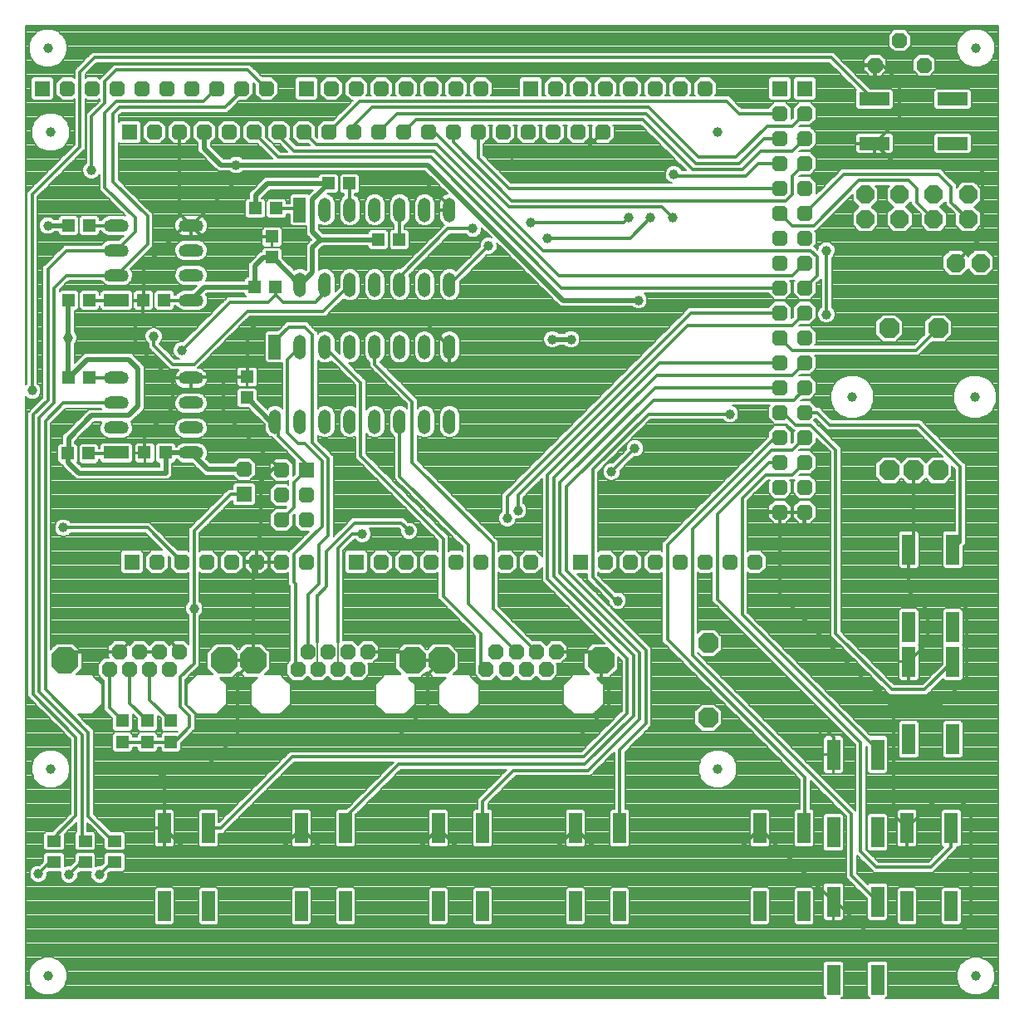
<source format=gtl>
%FSLAX35Y35*%
%MOIN*%
%IN16=KupferobenL2(X.GTL)*%
%ADD10C,0.00591*%
%ADD11C,0.00614*%
%ADD12C,0.00768*%
%ADD13C,0.00787*%
%ADD14C,0.01024*%
%ADD15C,0.01181*%
%ADD16C,0.01280*%
%ADD17C,0.01535*%
%ADD18C,0.01575*%
%ADD19C,0.01969*%
%ADD20C,0.02362*%
%ADD21C,0.02795*%
%ADD22C,0.03937*%
%ADD23C,0.12205*%
%ADD24C,0.13780*%
%ADD25C,0.14173*%
%AMR_26*21,1,0.01181,0.01181,0,0,0.000*%
%ADD26R_26*%
%AMR_27*21,1,0.01250,0.01250,0,0,0.000*%
%ADD27R_27*%
%AMR_28*21,1,0.01280,0.01280,0,0,0.000*%
%ADD28R_28*%
%AMR_29*21,1,0.01476,0.01476,0,0,0.000*%
%ADD29R_29*%
%AMR_30*21,1,0.01575,0.01575,0,0,0.000*%
%ADD30R_30*%
%AMR_31*21,1,0.01772,0.01772,0,0,0.000*%
%ADD31R_31*%
%AMR_32*21,1,0.01969,0.01969,0,0,0.000*%
%ADD32R_32*%
%AMR_33*21,1,0.02657,0.02657,0,0,0.000*%
%ADD33R_33*%
%AMR_34*21,1,0.04587,0.05433,0,0,90.000*%
%ADD34R_34*%
%AMR_35*21,1,0.05000,0.05000,0,0,0.000*%
%ADD35R_35*%
%AMR_36*21,1,0.05000,0.05000,0,0,90.000*%
%ADD36R_36*%
%AMR_37*21,1,0.05000,0.05000,0,0,180.000*%
%ADD37R_37*%
%AMR_38*21,1,0.05000,0.05000,0,0,270.000*%
%ADD38R_38*%
%AMR_39*21,1,0.05000,0.09843,0,0,0.000*%
%ADD39R_39*%
%AMR_40*21,1,0.05000,0.10000,0,0,90.000*%
%ADD40R_40*%
%AMR_41*21,1,0.12205,0.05118,0,0,90.000*%
%ADD41R_41*%
%AMR_42*21,1,0.12205,0.05118,0,0,180.000*%
%ADD42R_42*%
%AMR_43*21,1,0.19685,0.19685,0,0,0.000*%
%ADD43R_43*%
%AMOCT_44*4,1,8,0.029528,0.014764,0.014764,0.029528,-0.014764,0.029528,-0.029528,0.014764,-0.029528,-0.014764,-0.014764,-0.029528,0.014764,-0.029528,0.029528,-0.014764,0.029528,0.014764,0.000*%
%ADD44OCT_44*%
%AMOCT_45*4,1,8,0.029528,0.014764,0.014764,0.029528,-0.014764,0.029528,-0.029528,0.014764,-0.029528,-0.014764,-0.014764,-0.029528,0.014764,-0.029528,0.029528,-0.014764,0.029528,0.014764,180.000*%
%ADD45OCT_45*%
%AMOCT_46*4,1,8,0.031496,0.015748,0.015748,0.031496,-0.015748,0.031496,-0.031496,0.015748,-0.031496,-0.015748,-0.015748,-0.031496,0.015748,-0.031496,0.031496,-0.015748,0.031496,0.015748,-0.000*%
%ADD46OCT_46*%
%AMOCT_47*4,1,8,0.031496,0.015748,0.015748,0.031496,-0.015748,0.031496,-0.031496,0.015748,-0.031496,-0.015748,-0.015748,-0.031496,0.015748,-0.031496,0.031496,-0.015748,0.031496,0.015748,90.000*%
%ADD47OCT_47*%
%AMOCT_48*4,1,8,0.031496,0.015748,0.015748,0.031496,-0.015748,0.031496,-0.031496,0.015748,-0.031496,-0.015748,-0.015748,-0.031496,0.015748,-0.031496,0.031496,-0.015748,0.031496,0.015748,270.000*%
%ADD48OCT_48*%
%AMOCT_49*4,1,8,0.035433,0.017717,0.017717,0.035433,-0.017717,0.035433,-0.035433,0.017717,-0.035433,-0.017717,-0.017717,-0.035433,0.017717,-0.035433,0.035433,-0.017717,0.035433,0.017717,180.000*%
%ADD49OCT_49*%
%AMOCT_50*4,1,8,0.035433,0.017717,0.017717,0.035433,-0.017717,0.035433,-0.035433,0.017717,-0.035433,-0.017717,-0.017717,-0.035433,0.017717,-0.035433,0.035433,-0.017717,0.035433,0.017717,270.000*%
%ADD50OCT_50*%
%AMOCT_51*4,1,8,0.039370,0.019685,0.019685,0.039370,-0.019685,0.039370,-0.039370,0.019685,-0.039370,-0.019685,-0.019685,-0.039370,0.019685,-0.039370,0.039370,-0.019685,0.039370,0.019685,0.000*%
%ADD51OCT_51*%
%AMOCT_52*4,1,8,0.039370,0.019685,0.019685,0.039370,-0.019685,0.039370,-0.039370,0.019685,-0.039370,-0.019685,-0.019685,-0.039370,0.019685,-0.039370,0.039370,-0.019685,0.039370,0.019685,270.000*%
%ADD52OCT_52*%
%AMOCT_53*4,1,8,0.053150,0.026575,0.026575,0.053150,-0.026575,0.053150,-0.053150,0.026575,-0.053150,-0.026575,-0.026575,-0.053150,0.026575,-0.053150,0.053150,-0.026575,0.053150,0.026575,180.000*%
%ADD53OCT_53*%
%AMOCT_54*4,1,8,0.064961,0.032480,0.032480,0.064961,-0.032480,0.064961,-0.064961,0.032480,-0.064961,-0.032480,-0.032480,-0.064961,0.032480,-0.064961,0.064961,-0.032480,0.064961,0.032480,180.000*%
%ADD54OCT_54*%
%AMO_55*20,1,0.03937,-0.00787,0.00000,0.00787,0.00000,0*1,1,0.03937,-0.00787,0.00000*1,1,0.03937,0.00787,0.00000*%
%ADD55O_55*%
%AMO_56*20,1,0.05000,0.00000,-0.02421,0.00000,0.02421,0*1,1,0.05000,0.00000,-0.02421*1,1,0.05000,0.00000,0.02421*%
%ADD56O_56*%
%AMO_57*20,1,0.05000,0.02500,0.00000,-0.02500,0.00000,0*1,1,0.05000,0.02500,0.00000*1,1,0.05000,-0.02500,0.00000*%
%ADD57O_57*%
%AMRR_58*21,1,0.06299,0.05039,0,0,-0.000*21,1,0.05039,0.06299,0,0,-0.000*1,1,0.01260,0.02520,0.02520*1,1,0.01260,-0.02520,-0.02520*1,1,0.01260,0.02520,-0.02520*1,1,0.01260,-0.02520,0.02520*%
%ADD58RR_58*%
%AMRR_59*21,1,0.06299,0.05039,0,0,90.000*21,1,0.05039,0.06299,0,0,90.000*1,1,0.01260,-0.02520,0.02520*1,1,0.01260,0.02520,-0.02520*1,1,0.01260,0.02520,0.02520*1,1,0.01260,-0.02520,-0.02520*%
%ADD59RR_59*%
%AMRR_60*21,1,0.06299,0.05039,0,0,270.000*21,1,0.05039,0.06299,0,0,270.000*1,1,0.01260,0.02520,-0.02520*1,1,0.01260,-0.02520,0.02520*1,1,0.01260,-0.02520,-0.02520*1,1,0.01260,0.02520,0.02520*%
%ADD60RR_60*%
G54D10*
X343725Y123932D02*
X341840Y122047D01*
X341422Y122465D01*
X343307Y124350D01*
X343725Y123932D01*
X341556Y122598D02*
X342391Y122598D01*
X342107Y123150D02*
X342942Y123150D01*
X342658Y123701D02*
X343493Y123701D01*
X343209Y124252D02*
X343405Y124252D01*
G54D13*
X357003Y388354D02*
X356853Y388504D01*
X356144Y389212D01*
X355435Y389921D01*
X354727Y390630D01*
X354604Y390753D01*
X350346Y390753D01*
X347947Y388354D02*
X348097Y388504D01*
X348806Y389212D01*
X349514Y389921D01*
X350223Y390630D01*
X350346Y390753D01*
X347947Y384096D02*
X347947Y384252D01*
X347947Y384961D01*
X347947Y385669D01*
X347947Y386378D01*
X347947Y387087D01*
X347947Y387795D01*
X347947Y388354D01*
X350346Y381697D02*
X349917Y382126D01*
X349208Y382835D01*
X348500Y383543D01*
X347947Y384096D01*
X350346Y381697D02*
X354604Y381697D01*
X355033Y382126D01*
X355741Y382835D01*
X356450Y383543D01*
X357003Y384096D01*
X357003Y384252D01*
X357003Y384961D01*
X357003Y385669D01*
X357003Y386378D01*
X357003Y387087D01*
X357003Y387795D01*
X357003Y388354D01*
X387553Y389703D02*
X386960Y389921D01*
X385036Y390630D01*
X384635Y390777D01*
X381564Y390777D01*
X378647Y389703D02*
X379240Y389921D01*
X381164Y390630D01*
X381564Y390777D01*
X376497Y387553D02*
X376739Y387795D01*
X377448Y388504D01*
X378157Y389212D01*
X378647Y389703D01*
X375422Y384635D02*
X375542Y384961D01*
X375803Y385669D01*
X376064Y386378D01*
X376325Y387087D01*
X376497Y387553D01*
X375422Y381564D02*
X375422Y382126D01*
X375422Y382835D01*
X375422Y383543D01*
X375422Y384252D01*
X375422Y384635D01*
X376497Y378647D02*
X376260Y379291D01*
X375999Y380000D01*
X375738Y380709D01*
X375477Y381417D01*
X375422Y381564D01*
X378647Y376497D02*
X377979Y377165D01*
X377270Y377874D01*
X376562Y378583D01*
X376497Y378647D01*
X381564Y375422D02*
X380681Y375748D01*
X378757Y376457D01*
X378647Y376497D01*
X381564Y375422D02*
X384635Y375422D01*
X385519Y375748D01*
X387443Y376457D01*
X387553Y376497D01*
X388221Y377165D01*
X388930Y377874D01*
X389638Y378583D01*
X389703Y378647D01*
X389940Y379291D01*
X390201Y380000D01*
X390462Y380709D01*
X390723Y381417D01*
X390777Y381564D01*
X390777Y382126D01*
X390777Y382835D01*
X390777Y383543D01*
X390777Y384252D01*
X390777Y384635D01*
X390658Y384961D01*
X390397Y385669D01*
X390136Y386378D01*
X389874Y387087D01*
X389703Y387553D01*
X389460Y387795D01*
X388752Y388504D01*
X388043Y389212D01*
X387553Y389703D01*
X15053Y389703D02*
X14460Y389921D01*
X12536Y390630D01*
X12135Y390777D01*
X9064Y390777D01*
X6147Y389703D02*
X6740Y389921D01*
X8664Y390630D01*
X9064Y390777D01*
X3997Y387553D02*
X4239Y387795D01*
X4948Y388504D01*
X5657Y389212D01*
X6147Y389703D01*
X2922Y384635D02*
X3042Y384961D01*
X3303Y385669D01*
X3564Y386378D01*
X3825Y387087D01*
X3997Y387553D01*
X2922Y381564D02*
X2922Y382126D01*
X2922Y382835D01*
X2922Y383543D01*
X2922Y384252D01*
X2922Y384635D01*
X3997Y378647D02*
X3760Y379291D01*
X3499Y380000D01*
X3238Y380709D01*
X2977Y381417D01*
X2922Y381564D01*
X6147Y376497D02*
X5479Y377165D01*
X4770Y377874D01*
X4062Y378583D01*
X3997Y378647D01*
X9064Y375422D02*
X8181Y375748D01*
X6257Y376457D01*
X6147Y376497D01*
X9064Y375422D02*
X12135Y375422D01*
X13019Y375748D01*
X14943Y376457D01*
X15053Y376497D01*
X15721Y377165D01*
X16430Y377874D01*
X17138Y378583D01*
X17203Y378647D01*
X17440Y379291D01*
X17701Y380000D01*
X17962Y380709D01*
X18223Y381417D01*
X18277Y381564D01*
X18277Y382126D01*
X18277Y382835D01*
X18277Y383543D01*
X18277Y384252D01*
X18277Y384635D01*
X18158Y384961D01*
X17897Y385669D01*
X17636Y386378D01*
X17374Y387087D01*
X17203Y387553D01*
X16960Y387795D01*
X16252Y388504D01*
X15543Y389212D01*
X15053Y389703D01*
X366845Y378354D02*
X366617Y378583D01*
X365908Y379291D01*
X365199Y380000D01*
X364491Y380709D01*
X364446Y380753D01*
X360189Y380753D01*
X357789Y378354D02*
X358018Y378583D01*
X358727Y379291D01*
X359436Y380000D01*
X360144Y380709D01*
X360189Y380753D01*
X357789Y374096D02*
X357789Y374331D01*
X357789Y375039D01*
X357789Y375748D01*
X357789Y376457D01*
X357789Y377165D01*
X357789Y377874D01*
X357789Y378354D01*
X360189Y371697D02*
X359681Y372205D01*
X358972Y372913D01*
X358264Y373622D01*
X357789Y374096D01*
X360189Y371697D02*
X364446Y371697D01*
X364954Y372205D01*
X365663Y372913D01*
X366371Y373622D01*
X366845Y374096D01*
X366845Y374331D01*
X366845Y375039D01*
X366845Y375748D01*
X366845Y376457D01*
X366845Y377165D01*
X366845Y377874D01*
X366845Y378354D01*
X347160Y378354D02*
X346931Y378583D01*
X346223Y379291D01*
X345514Y380000D01*
X344806Y380709D01*
X344761Y380753D01*
X340504Y380753D01*
X338104Y378354D02*
X338333Y378583D01*
X339042Y379291D01*
X339751Y380000D01*
X340459Y380709D01*
X340504Y380753D01*
X338104Y374096D02*
X338104Y374331D01*
X338104Y375039D01*
X338104Y375748D01*
X338104Y376225D02*
X338104Y376457D01*
X338104Y377165D01*
X338104Y377874D01*
X338104Y378354D01*
X340504Y371697D02*
X339996Y372205D01*
X339287Y372913D01*
X338579Y373622D01*
X338104Y374096D01*
X342632Y371697D02*
X344761Y371697D01*
X345269Y372205D01*
X345978Y372913D01*
X346686Y373622D01*
X347160Y374096D01*
X347160Y374331D01*
X347160Y374664D02*
X347160Y375039D01*
X347160Y375748D01*
X347160Y376457D01*
X347160Y377165D01*
X347160Y377874D01*
X347160Y378354D01*
X279075Y369077D02*
X278782Y369370D01*
X278073Y370079D01*
X277365Y370787D01*
X276656Y371496D01*
X276577Y371575D01*
X272123Y371575D01*
X269625Y369077D02*
X269918Y369370D01*
X270627Y370079D01*
X271335Y370787D01*
X272044Y371496D01*
X272123Y371575D01*
X269625Y364623D02*
X269625Y365118D01*
X269625Y365827D01*
X269625Y366535D01*
X269625Y367244D01*
X269625Y367953D01*
X269625Y368661D01*
X269625Y369077D01*
X270232Y364016D02*
X269838Y364409D01*
X269625Y364623D01*
X270232Y364016D02*
X268468Y364016D01*
X268861Y364409D01*
X269075Y364623D01*
X269075Y365118D01*
X269075Y365827D01*
X269075Y366535D01*
X269075Y367244D01*
X269075Y367953D01*
X269075Y368661D01*
X269075Y369077D01*
X268782Y369370D01*
X268073Y370079D01*
X267365Y370787D01*
X266656Y371496D01*
X266577Y371575D01*
X262123Y371575D01*
X259625Y369077D02*
X259918Y369370D01*
X260627Y370079D01*
X261335Y370787D01*
X262044Y371496D01*
X262123Y371575D01*
X259625Y364623D02*
X259625Y365118D01*
X259625Y365827D01*
X259625Y366535D01*
X259625Y367244D01*
X259625Y367953D01*
X259625Y368661D01*
X259625Y369077D01*
X260232Y364016D02*
X259838Y364409D01*
X259625Y364623D01*
X260232Y364016D02*
X258468Y364016D01*
X258861Y364409D01*
X259075Y364623D01*
X259075Y365118D01*
X259075Y365827D01*
X259075Y366535D01*
X259075Y367244D01*
X259075Y367953D01*
X259075Y368661D01*
X259075Y369077D01*
X258782Y369370D01*
X258073Y370079D01*
X257365Y370787D01*
X256656Y371496D01*
X256577Y371575D01*
X252123Y371575D01*
X249625Y369077D02*
X249918Y369370D01*
X250627Y370079D01*
X251335Y370787D01*
X252044Y371496D01*
X252123Y371575D01*
X249625Y364623D02*
X249625Y365118D01*
X249625Y365827D01*
X249625Y366535D01*
X249625Y367244D01*
X249625Y367953D01*
X249625Y368661D01*
X249625Y369077D01*
X250232Y364016D02*
X249838Y364409D01*
X249625Y364623D01*
X250232Y364016D02*
X248468Y364016D01*
X248861Y364409D01*
X249075Y364623D01*
X249075Y365118D01*
X249075Y365827D01*
X249075Y366535D01*
X249075Y367244D01*
X249075Y367953D01*
X249075Y368661D01*
X249075Y369077D01*
X248782Y369370D01*
X248073Y370079D01*
X247365Y370787D01*
X246656Y371496D01*
X246577Y371575D01*
X242123Y371575D01*
X239625Y369077D02*
X239918Y369370D01*
X240627Y370079D01*
X241335Y370787D01*
X242044Y371496D01*
X242123Y371575D01*
X239625Y364623D02*
X239625Y365118D01*
X239625Y365827D01*
X239625Y366535D01*
X239625Y367244D01*
X239625Y367953D01*
X239625Y368661D01*
X239625Y369077D01*
X240232Y364016D02*
X239838Y364409D01*
X239625Y364623D01*
X240232Y364016D02*
X238468Y364016D01*
X238861Y364409D01*
X239075Y364623D01*
X239075Y365118D01*
X239075Y365827D01*
X239075Y366535D01*
X239075Y367244D01*
X239075Y367953D01*
X239075Y368661D01*
X239075Y369077D01*
X238782Y369370D01*
X238073Y370079D01*
X237365Y370787D01*
X236656Y371496D01*
X236577Y371575D01*
X232123Y371575D01*
X229625Y369077D02*
X229918Y369370D01*
X230627Y370079D01*
X231335Y370787D01*
X232044Y371496D01*
X232123Y371575D01*
X229625Y364623D02*
X229625Y365118D01*
X229625Y365827D01*
X229625Y366535D01*
X229625Y367244D01*
X229625Y367953D01*
X229625Y368661D01*
X229625Y369077D01*
X230232Y364016D02*
X229838Y364409D01*
X229625Y364623D01*
X230232Y364016D02*
X228468Y364016D01*
X228861Y364409D01*
X229075Y364623D01*
X229075Y365118D01*
X229075Y365827D01*
X229075Y366535D01*
X229075Y367244D01*
X229075Y367953D01*
X229075Y368661D01*
X229075Y369077D01*
X228782Y369370D01*
X228073Y370079D01*
X227365Y370787D01*
X226656Y371496D01*
X226577Y371575D01*
X222123Y371575D01*
X219625Y369077D02*
X219918Y369370D01*
X220627Y370079D01*
X221335Y370787D01*
X222044Y371496D01*
X222123Y371575D01*
X219625Y364623D02*
X219625Y365118D01*
X219625Y365827D01*
X219625Y366535D01*
X219625Y367244D01*
X219625Y367953D01*
X219625Y368661D01*
X219625Y369077D01*
X220232Y364016D02*
X219838Y364409D01*
X219625Y364623D01*
X220232Y364016D02*
X218468Y364016D01*
X218861Y364409D01*
X219075Y364623D01*
X219075Y365118D01*
X219075Y365827D01*
X219075Y366535D01*
X219075Y367244D01*
X219075Y367953D01*
X219075Y368661D01*
X219075Y369077D01*
X218782Y369370D01*
X218073Y370079D01*
X217365Y370787D01*
X216656Y371496D01*
X216577Y371575D01*
X212123Y371575D01*
X209625Y369077D02*
X209918Y369370D01*
X210627Y370079D01*
X211335Y370787D01*
X212044Y371496D01*
X212123Y371575D01*
X209625Y364623D02*
X209625Y365118D01*
X209625Y365827D01*
X209625Y366535D01*
X209625Y367244D01*
X209625Y367953D01*
X209625Y368661D01*
X209625Y369077D01*
X210232Y364016D02*
X209838Y364409D01*
X209625Y364623D01*
X210232Y364016D02*
X209075Y364016D01*
X209075Y364409D01*
X209075Y365118D01*
X209075Y365827D01*
X209075Y366535D01*
X209075Y367244D01*
X209075Y367953D01*
X209075Y368661D01*
X209075Y369370D01*
X209075Y370079D01*
X209075Y370652D01*
X208939Y370787D01*
X208231Y371496D01*
X208152Y371575D01*
X200548Y371575D01*
X199625Y370652D02*
X199760Y370787D01*
X200469Y371496D01*
X200548Y371575D01*
X199625Y364016D02*
X199625Y364409D01*
X199625Y365118D01*
X199625Y365827D01*
X199625Y366535D01*
X199625Y367244D01*
X199625Y367953D01*
X199625Y368661D01*
X199625Y369370D01*
X199625Y370079D01*
X199625Y370652D01*
X199625Y364016D02*
X188468Y364016D01*
X188861Y364409D01*
X189075Y364623D01*
X189075Y365118D01*
X189075Y365827D01*
X189075Y366535D01*
X189075Y367244D01*
X189075Y367953D01*
X189075Y368661D01*
X189075Y369077D01*
X188782Y369370D01*
X188073Y370079D01*
X187365Y370787D01*
X186656Y371496D01*
X186577Y371575D01*
X182123Y371575D01*
X179625Y369077D02*
X179918Y369370D01*
X180627Y370079D01*
X181335Y370787D01*
X182044Y371496D01*
X182123Y371575D01*
X179625Y364623D02*
X179625Y365118D01*
X179625Y365827D01*
X179625Y366535D01*
X179625Y367244D01*
X179625Y367953D01*
X179625Y368661D01*
X179625Y369077D01*
X180232Y364016D02*
X179838Y364409D01*
X179625Y364623D01*
X180232Y364016D02*
X178468Y364016D01*
X178861Y364409D01*
X179075Y364623D01*
X179075Y365118D01*
X179075Y365827D01*
X179075Y366535D01*
X179075Y367244D01*
X179075Y367953D01*
X179075Y368661D01*
X179075Y369077D01*
X178782Y369370D01*
X178073Y370079D01*
X177365Y370787D01*
X176656Y371496D01*
X176577Y371575D01*
X172123Y371575D01*
X169625Y369077D02*
X169918Y369370D01*
X170627Y370079D01*
X171335Y370787D01*
X172044Y371496D01*
X172123Y371575D01*
X169625Y364623D02*
X169625Y365118D01*
X169625Y365827D01*
X169625Y366535D01*
X169625Y367244D01*
X169625Y367953D01*
X169625Y368661D01*
X169625Y369077D01*
X170232Y364016D02*
X169838Y364409D01*
X169625Y364623D01*
X170232Y364016D02*
X168468Y364016D01*
X168861Y364409D01*
X169075Y364623D01*
X169075Y365118D01*
X169075Y365827D01*
X169075Y366535D01*
X169075Y367244D01*
X169075Y367953D01*
X169075Y368661D01*
X169075Y369077D01*
X168782Y369370D01*
X168073Y370079D01*
X167365Y370787D01*
X166656Y371496D01*
X166577Y371575D01*
X162123Y371575D01*
X159625Y369077D02*
X159918Y369370D01*
X160627Y370079D01*
X161335Y370787D01*
X162044Y371496D01*
X162123Y371575D01*
X159625Y364623D02*
X159625Y365118D01*
X159625Y365827D01*
X159625Y366535D01*
X159625Y367244D01*
X159625Y367953D01*
X159625Y368661D01*
X159625Y369077D01*
X160232Y364016D02*
X159838Y364409D01*
X159625Y364623D01*
X160232Y364016D02*
X158468Y364016D01*
X158861Y364409D01*
X159075Y364623D01*
X159075Y365118D01*
X159075Y365827D01*
X159075Y366535D01*
X159075Y367244D01*
X159075Y367953D01*
X159075Y368661D01*
X159075Y369077D01*
X158782Y369370D01*
X158073Y370079D01*
X157365Y370787D01*
X156656Y371496D01*
X156577Y371575D01*
X152123Y371575D01*
X149625Y369077D02*
X149918Y369370D01*
X150627Y370079D01*
X151335Y370787D01*
X152044Y371496D01*
X152123Y371575D01*
X149625Y364623D02*
X149625Y365118D01*
X149625Y365827D01*
X149625Y366535D01*
X149625Y367244D01*
X149625Y367953D01*
X149625Y368661D01*
X149625Y369077D01*
X150232Y364016D02*
X149838Y364409D01*
X149625Y364623D01*
X150232Y364016D02*
X148468Y364016D01*
X148861Y364409D01*
X149075Y364623D01*
X149075Y365118D01*
X149075Y365827D01*
X149075Y366535D01*
X149075Y367244D01*
X149075Y367953D01*
X149075Y368661D01*
X149075Y369077D01*
X148782Y369370D01*
X148073Y370079D01*
X147365Y370787D01*
X146656Y371496D01*
X146577Y371575D01*
X142123Y371575D01*
X139625Y369077D02*
X139918Y369370D01*
X140627Y370079D01*
X141335Y370787D01*
X142044Y371496D01*
X142123Y371575D01*
X139625Y364623D02*
X139625Y365118D01*
X139625Y365827D01*
X139625Y366535D01*
X139625Y367244D01*
X139625Y367953D01*
X139625Y368661D01*
X139625Y369077D01*
X140232Y364016D02*
X139838Y364409D01*
X139625Y364623D01*
X140232Y364016D02*
X138468Y364016D01*
X138861Y364409D01*
X139075Y364623D01*
X139075Y365118D01*
X139075Y365827D01*
X139075Y366535D01*
X139075Y367244D01*
X139075Y367953D01*
X139075Y368661D01*
X139075Y369077D01*
X138782Y369370D01*
X138073Y370079D01*
X137365Y370787D01*
X136656Y371496D01*
X136577Y371575D01*
X132123Y371575D01*
X129625Y369077D02*
X129918Y369370D01*
X130627Y370079D01*
X131335Y370787D01*
X132044Y371496D01*
X132123Y371575D01*
X129625Y364623D02*
X129625Y365118D01*
X129625Y365827D01*
X129625Y366535D01*
X129625Y367244D01*
X129625Y367953D01*
X129625Y368661D01*
X129625Y369077D01*
X132123Y362125D02*
X131964Y362283D01*
X131256Y362992D01*
X130547Y363701D01*
X129838Y364409D01*
X129625Y364623D01*
X132123Y362125D02*
X133058Y362125D01*
X125008Y354075D02*
X125421Y354488D01*
X126130Y355197D01*
X126839Y355905D01*
X127547Y356614D01*
X128256Y357323D01*
X128965Y358031D01*
X129673Y358740D01*
X130382Y359449D01*
X131091Y360157D01*
X131799Y360866D01*
X132508Y361575D01*
X133058Y362125D01*
X125008Y354075D02*
X121119Y354075D01*
X118621Y351577D02*
X118697Y351653D01*
X119406Y352362D01*
X120115Y353071D01*
X120823Y353779D01*
X121119Y354075D01*
X118621Y347138D02*
X118621Y347401D01*
X118621Y348110D01*
X118621Y348819D01*
X118621Y349527D01*
X118621Y350236D01*
X118621Y350945D01*
X118621Y351577D01*
X118621Y347138D02*
X118357Y347401D01*
X118071Y347688D01*
X118071Y348110D01*
X118071Y348819D01*
X118071Y349527D01*
X118071Y350236D01*
X118071Y350945D01*
X118071Y351577D01*
X117994Y351653D01*
X117286Y352362D01*
X116577Y353071D01*
X115869Y353779D01*
X115573Y354075D01*
X111119Y354075D01*
X108621Y351577D02*
X108697Y351653D01*
X109406Y352362D01*
X110115Y353071D01*
X110823Y353779D01*
X111119Y354075D01*
X108621Y347123D02*
X108621Y347401D01*
X108621Y348110D01*
X108621Y348819D01*
X108621Y349527D01*
X108621Y350236D01*
X108621Y350945D01*
X108621Y351577D01*
X111119Y344625D02*
X110468Y345275D01*
X109760Y345984D01*
X109051Y346693D01*
X108621Y347123D01*
X111119Y344625D02*
X115008Y344625D01*
X115617Y344016D02*
X115066Y344567D01*
X115008Y344625D01*
X115617Y344016D02*
X110247Y344016D01*
X109696Y344567D01*
X108987Y345275D01*
X108278Y345984D01*
X107605Y346657D01*
X107641Y346693D01*
X108071Y347123D01*
X108071Y347401D01*
X108071Y348110D01*
X108071Y348819D01*
X108071Y349527D01*
X108071Y350236D01*
X108071Y350945D01*
X108071Y351577D01*
X107994Y351653D01*
X107286Y352362D01*
X106577Y353071D01*
X105869Y353779D01*
X105573Y354075D01*
X101119Y354075D01*
X98621Y351577D02*
X98697Y351653D01*
X99406Y352362D01*
X100115Y353071D01*
X100823Y353779D01*
X101119Y354075D01*
X98621Y347123D02*
X98621Y347401D01*
X98621Y348110D01*
X98621Y348819D01*
X98621Y349527D01*
X98621Y350236D01*
X98621Y350945D01*
X98621Y351577D01*
X101119Y344625D02*
X100468Y345275D01*
X99760Y345984D01*
X99051Y346693D01*
X98621Y347123D01*
X101119Y344625D02*
X103512Y344625D01*
X106621Y341516D02*
X106405Y341732D01*
X105696Y342441D01*
X104987Y343150D01*
X104279Y343858D01*
X103570Y344567D01*
X103512Y344625D01*
X106621Y341516D02*
X103997Y341516D01*
X103780Y341732D01*
X103072Y342441D01*
X102363Y343150D01*
X101654Y343858D01*
X100946Y344567D01*
X100237Y345275D01*
X99528Y345984D01*
X98820Y346693D01*
X98111Y347401D01*
X98071Y347442D01*
X98071Y348110D01*
X98071Y348819D01*
X98071Y349527D01*
X98071Y350236D01*
X98071Y350945D01*
X98071Y351577D01*
X97994Y351653D01*
X97286Y352362D01*
X96577Y353071D01*
X95869Y353779D01*
X95573Y354075D01*
X91119Y354075D01*
X88621Y351577D02*
X88697Y351653D01*
X89406Y352362D01*
X90115Y353071D01*
X90823Y353779D01*
X91119Y354075D01*
X88621Y347123D02*
X88621Y347401D01*
X88621Y348110D01*
X88621Y348819D01*
X88621Y349527D01*
X88621Y350236D01*
X88621Y350945D01*
X88621Y351577D01*
X91119Y344625D02*
X90468Y345275D01*
X89760Y345984D01*
X89051Y346693D01*
X88621Y347123D01*
X91119Y344625D02*
X94762Y344625D01*
X100603Y338784D02*
X100489Y338898D01*
X99781Y339606D01*
X99072Y340315D01*
X98363Y341024D01*
X97655Y341732D01*
X96946Y342441D01*
X96237Y343150D01*
X95529Y343858D01*
X94820Y344567D01*
X94762Y344625D01*
X100603Y338784D02*
X88768Y338784D01*
X88655Y338898D01*
X88280Y339272D01*
X87374Y339606D01*
X86934Y339769D01*
X85516Y339769D01*
X84170Y339272D02*
X85075Y339606D01*
X85516Y339769D01*
X83681Y338784D02*
X83795Y338898D01*
X84170Y339272D01*
X83681Y338784D02*
X81035Y338784D01*
X80922Y338898D01*
X80213Y339606D01*
X79505Y340315D01*
X78796Y341024D01*
X78087Y341732D01*
X77379Y342441D01*
X76670Y343150D01*
X75961Y343858D01*
X75905Y343914D01*
X75905Y344567D01*
X75905Y344957D01*
X76224Y345275D01*
X76932Y345984D01*
X77641Y346693D01*
X78071Y347123D01*
X78071Y347401D01*
X78071Y348110D01*
X78071Y348819D01*
X78071Y349527D01*
X78071Y350236D01*
X78071Y350945D01*
X78071Y351577D01*
X77994Y351653D01*
X77286Y352362D01*
X76577Y353071D01*
X75869Y353779D01*
X75573Y354075D01*
X71119Y354075D01*
X68621Y351577D02*
X68697Y351653D01*
X69406Y352362D01*
X70115Y353071D01*
X70823Y353779D01*
X71119Y354075D01*
X68621Y347123D02*
X68621Y347401D01*
X68621Y348110D01*
X68621Y348819D01*
X68621Y349527D01*
X68621Y350236D01*
X68621Y350945D01*
X68621Y351577D01*
X70787Y344957D02*
X70468Y345275D01*
X69760Y345984D01*
X69051Y346693D01*
X68621Y347123D01*
X70787Y343914D02*
X70787Y344567D01*
X70787Y344957D01*
X70787Y341794D02*
X70787Y342441D01*
X70787Y343150D01*
X70787Y343858D01*
X70787Y343914D01*
X72286Y340294D02*
X72265Y340315D01*
X71557Y341024D01*
X70848Y341732D01*
X70787Y341794D01*
X77415Y335165D02*
X77226Y335354D01*
X76517Y336063D01*
X75809Y336772D01*
X75100Y337480D01*
X74391Y338189D01*
X73683Y338898D01*
X72974Y339606D01*
X72286Y340294D01*
X78915Y333665D02*
X78643Y333937D01*
X77935Y334646D01*
X77415Y335165D01*
X78915Y333665D02*
X83681Y333665D01*
X84170Y333177D02*
X84119Y333228D01*
X83681Y333665D01*
X85516Y332681D02*
X84170Y333177D01*
X85516Y332681D02*
X86934Y332681D01*
X88280Y333177D01*
X88331Y333228D01*
X88768Y333665D01*
X162040Y333665D01*
X171109Y324596D02*
X170981Y324724D01*
X170272Y325433D01*
X169564Y326142D01*
X168855Y326850D01*
X168146Y327559D01*
X167438Y328268D01*
X166729Y328976D01*
X166020Y329685D01*
X165312Y330394D01*
X164603Y331102D01*
X163894Y331811D01*
X163186Y332520D01*
X162477Y333228D01*
X162040Y333665D01*
X171109Y324596D02*
X171035Y324596D01*
X169486Y324026D02*
X171035Y324596D01*
X168486Y323026D02*
X168767Y323307D01*
X169476Y324016D01*
X169486Y324026D01*
X167775Y321336D02*
X167979Y321890D01*
X168240Y322598D01*
X168345Y322885D01*
X167775Y314864D02*
X167775Y315512D01*
X167775Y316220D01*
X167775Y316929D01*
X167775Y317638D01*
X167775Y318100D02*
X167775Y318346D01*
X167775Y319055D01*
X167775Y319764D01*
X167775Y320472D01*
X167775Y321181D01*
X167775Y321336D01*
X168345Y313315D02*
X168319Y313386D01*
X168058Y314094D01*
X167797Y314803D01*
X167775Y314864D01*
X169486Y312174D02*
X168983Y312677D01*
X168345Y313315D01*
X169669Y312107D02*
X169486Y312174D01*
X169059Y311497D02*
X169531Y311968D01*
X169669Y312107D01*
X169059Y311497D02*
X169059Y311497D01*
X152159Y294596D02*
X152523Y294961D01*
X153231Y295669D01*
X153940Y296378D01*
X154649Y297087D01*
X155357Y297795D01*
X156066Y298504D01*
X156775Y299212D01*
X157483Y299921D01*
X158192Y300630D01*
X158901Y301338D01*
X159609Y302047D01*
X160318Y302756D01*
X161027Y303464D01*
X161735Y304173D01*
X162444Y304882D01*
X163153Y305590D01*
X163861Y306299D01*
X164570Y307008D01*
X165279Y307716D01*
X165987Y308425D01*
X166696Y309134D01*
X167405Y309842D01*
X168113Y310551D01*
X168822Y311260D01*
X169059Y311497D01*
X152159Y294596D02*
X151035Y294596D01*
X149486Y294026D02*
X150100Y294252D01*
X151035Y294596D01*
X148345Y292885D02*
X149004Y293543D01*
X149486Y294026D01*
X147775Y291336D02*
X147805Y291417D01*
X148066Y292126D01*
X148327Y292835D01*
X148345Y292885D01*
X147775Y284864D02*
X147775Y285039D01*
X147775Y285748D01*
X147775Y286457D01*
X147775Y287165D01*
X147775Y287874D01*
X147775Y288583D01*
X147775Y289291D01*
X147775Y290000D01*
X147775Y290709D01*
X147775Y291336D01*
X148345Y283315D02*
X148232Y283622D01*
X147971Y284331D01*
X147775Y284864D01*
X149486Y282174D02*
X149456Y282205D01*
X148747Y282913D01*
X148345Y283315D01*
X151035Y281603D02*
X149486Y282174D01*
X151035Y281603D02*
X152665Y281603D01*
X154214Y282174D01*
X154244Y282205D01*
X154953Y282913D01*
X155355Y283315D01*
X155468Y283622D01*
X155729Y284331D01*
X155925Y284864D01*
X155925Y285039D01*
X155925Y285748D01*
X155925Y286457D01*
X155925Y287165D01*
X155925Y287874D01*
X155925Y288583D01*
X155925Y289291D01*
X155925Y290000D01*
X155925Y290709D01*
X155925Y291336D01*
X155895Y291417D01*
X155682Y291995D01*
X155814Y292126D01*
X156522Y292835D01*
X157231Y293543D01*
X157940Y294252D01*
X158648Y294961D01*
X159357Y295669D01*
X160066Y296378D01*
X160774Y297087D01*
X161483Y297795D01*
X162192Y298504D01*
X162900Y299212D01*
X163609Y299921D01*
X164318Y300630D01*
X165026Y301338D01*
X165735Y302047D01*
X166444Y302756D01*
X167152Y303464D01*
X167861Y304173D01*
X168570Y304882D01*
X169278Y305590D01*
X169987Y306299D01*
X170696Y307008D01*
X171404Y307716D01*
X172113Y308425D01*
X172122Y308434D01*
X178288Y308434D01*
X179170Y307552D02*
X179005Y307716D01*
X178297Y308425D01*
X178288Y308434D01*
X180516Y307056D02*
X179170Y307552D01*
X180516Y307056D02*
X181934Y307056D01*
X183280Y307552D01*
X183444Y307716D01*
X184153Y308425D01*
X184272Y308545D01*
X184490Y309134D01*
X184751Y309842D01*
X184769Y309891D01*
X184769Y310551D01*
X184769Y310937D01*
X188584Y307121D02*
X187989Y307716D01*
X187280Y308425D01*
X186571Y309134D01*
X185863Y309842D01*
X185154Y310551D01*
X184769Y310937D01*
X188584Y307121D02*
X188184Y307269D01*
X186766Y307269D01*
X185420Y306772D02*
X186058Y307008D01*
X186766Y307269D01*
X184427Y305780D02*
X184946Y306299D01*
X185420Y306772D01*
X183931Y304434D02*
X184096Y304882D01*
X184357Y305590D01*
X184427Y305780D01*
X183931Y303244D02*
X183931Y303464D01*
X183931Y304173D01*
X183931Y304434D01*
X174463Y293776D02*
X174939Y294252D01*
X175648Y294961D01*
X176356Y295669D01*
X177065Y296378D01*
X177774Y297087D01*
X178482Y297795D01*
X179191Y298504D01*
X179900Y299212D01*
X180608Y299921D01*
X181317Y300630D01*
X182026Y301338D01*
X182734Y302047D01*
X183443Y302756D01*
X183931Y303244D01*
X174463Y293776D02*
X174214Y294026D01*
X173600Y294252D01*
X172665Y294596D01*
X171035Y294596D01*
X169486Y294026D02*
X170100Y294252D01*
X171035Y294596D01*
X168345Y292885D02*
X169004Y293543D01*
X169486Y294026D01*
X167775Y291336D02*
X167805Y291417D01*
X168066Y292126D01*
X168327Y292835D01*
X168345Y292885D01*
X167775Y284864D02*
X167775Y285039D01*
X167775Y285748D01*
X167775Y286457D01*
X167775Y287165D01*
X167775Y287874D01*
X167775Y288583D01*
X167775Y289291D01*
X167775Y290000D01*
X167775Y290709D01*
X167775Y291336D01*
X168345Y283315D02*
X168232Y283622D01*
X167971Y284331D01*
X167775Y284864D01*
X169486Y282174D02*
X169456Y282205D01*
X168747Y282913D01*
X168345Y283315D01*
X171035Y281603D02*
X169486Y282174D01*
X171035Y281603D02*
X172665Y281603D01*
X174214Y282174D01*
X174244Y282205D01*
X174953Y282913D01*
X175355Y283315D01*
X175468Y283622D01*
X175729Y284331D01*
X175925Y284864D01*
X175925Y285039D01*
X175925Y285748D01*
X175925Y286457D01*
X175925Y287165D01*
X175925Y287874D01*
X175925Y288583D01*
X175925Y289112D01*
X176104Y289291D01*
X176813Y290000D01*
X177521Y290709D01*
X178230Y291417D01*
X178939Y292126D01*
X179647Y292835D01*
X180356Y293543D01*
X181065Y294252D01*
X181773Y294961D01*
X182482Y295669D01*
X183191Y296378D01*
X183899Y297087D01*
X184608Y297795D01*
X185317Y298504D01*
X186025Y299212D01*
X186734Y299921D01*
X186994Y300181D01*
X188184Y300181D01*
X189401Y300630D01*
X189530Y300677D01*
X190191Y301338D01*
X190522Y301670D01*
X190662Y302047D01*
X190923Y302756D01*
X191019Y303016D01*
X191019Y303464D01*
X191019Y304173D01*
X191019Y304434D01*
X190871Y304834D01*
X214915Y280790D02*
X214209Y281496D01*
X213501Y282205D01*
X212792Y282913D01*
X212083Y283622D01*
X211375Y284331D01*
X210666Y285039D01*
X209957Y285748D01*
X209249Y286457D01*
X208540Y287165D01*
X207831Y287874D01*
X207123Y288583D01*
X206414Y289291D01*
X205705Y290000D01*
X204997Y290709D01*
X204288Y291417D01*
X203579Y292126D01*
X202871Y292835D01*
X202162Y293543D01*
X201453Y294252D01*
X200745Y294961D01*
X200036Y295669D01*
X199327Y296378D01*
X198619Y297087D01*
X197910Y297795D01*
X197201Y298504D01*
X196493Y299212D01*
X195784Y299921D01*
X195075Y300630D01*
X194367Y301338D01*
X193658Y302047D01*
X192949Y302756D01*
X192241Y303464D01*
X191532Y304173D01*
X190871Y304834D01*
X216415Y279290D02*
X216335Y279370D01*
X215627Y280079D01*
X214918Y280787D01*
X214915Y280790D01*
X216415Y279290D02*
X245106Y279290D01*
X245595Y278802D02*
X245106Y279290D01*
X246941Y278306D02*
X245977Y278661D01*
X245595Y278802D01*
X246941Y278306D02*
X248359Y278306D01*
X249323Y278661D01*
X249705Y278802D01*
X250273Y279370D01*
X250697Y279795D01*
X250802Y280079D01*
X251063Y280787D01*
X251194Y281141D01*
X251194Y281496D01*
X251194Y282205D01*
X251194Y282559D01*
X251063Y282913D01*
X250802Y283622D01*
X250697Y283905D01*
X250272Y284331D01*
X249919Y284684D01*
X299625Y284684D01*
X299625Y284623D02*
X299625Y284684D01*
X302123Y282125D02*
X302043Y282205D01*
X301334Y282913D01*
X300626Y283622D01*
X299917Y284331D01*
X299625Y284623D01*
X302123Y282125D02*
X306577Y282125D01*
X306657Y282205D01*
X307365Y282913D01*
X308074Y283622D01*
X308783Y284331D01*
X309075Y284623D01*
X309075Y285039D01*
X309075Y285748D01*
X309075Y286457D01*
X309075Y287165D01*
X309075Y287874D01*
X309075Y288583D01*
X309075Y289077D01*
X308861Y289291D01*
X308468Y289684D01*
X310232Y289684D01*
X309625Y289077D02*
X309839Y289291D01*
X310232Y289684D01*
X309625Y284623D02*
X309625Y285039D01*
X309625Y285748D01*
X309625Y286457D01*
X309625Y287165D01*
X309625Y287874D01*
X309625Y288583D01*
X309625Y289077D01*
X312123Y282125D02*
X312043Y282205D01*
X311334Y282913D01*
X310626Y283622D01*
X309917Y284331D01*
X309625Y284623D01*
X312123Y282125D02*
X316577Y282125D01*
X316657Y282205D01*
X317365Y282913D01*
X318074Y283622D01*
X318783Y284331D01*
X319075Y284623D01*
X319075Y285039D01*
X319075Y285748D01*
X319075Y286457D01*
X319075Y287165D01*
X319075Y287874D01*
X319075Y288512D01*
X319145Y288583D01*
X319854Y289291D01*
X320247Y289684D01*
X320247Y289684D01*
X320563Y290000D01*
X320934Y290371D01*
X320934Y279162D02*
X320934Y279370D01*
X320934Y280079D01*
X320934Y280787D01*
X320934Y281496D01*
X320934Y282205D01*
X320934Y282913D01*
X320934Y283622D01*
X320934Y284331D01*
X320934Y285039D01*
X320934Y285748D01*
X320934Y286457D01*
X320934Y287165D01*
X320934Y287874D01*
X320934Y288583D01*
X320934Y289291D01*
X320934Y290000D01*
X320934Y290371D01*
X320052Y278280D02*
X320433Y278661D01*
X320934Y279162D01*
X319556Y276934D02*
X319671Y277244D01*
X319932Y277953D01*
X320052Y278280D01*
X319556Y275516D02*
X319556Y275827D01*
X319556Y276535D01*
X319556Y276934D01*
X320052Y274170D02*
X319964Y274409D01*
X319703Y275118D01*
X319556Y275516D01*
X321045Y273177D02*
X320521Y273701D01*
X320052Y274170D01*
X322391Y272681D02*
X321547Y272992D01*
X321045Y273177D01*
X322391Y272681D02*
X323809Y272681D01*
X324652Y272992D01*
X325155Y273177D01*
X325679Y273701D01*
X326147Y274170D01*
X326236Y274409D01*
X326497Y275118D01*
X326644Y275516D01*
X326644Y275827D01*
X326644Y276535D01*
X326644Y276934D01*
X326529Y277244D01*
X326268Y277953D01*
X326147Y278280D01*
X325766Y278661D01*
X325266Y279162D01*
X325266Y279370D01*
X325266Y280079D01*
X325266Y280787D01*
X325266Y281496D01*
X325266Y282205D01*
X325266Y282913D01*
X325266Y283622D01*
X325266Y284331D01*
X325266Y285039D01*
X325266Y285748D01*
X325266Y286457D01*
X325266Y287165D01*
X325266Y287874D01*
X325266Y288583D01*
X325266Y289291D01*
X325266Y290000D01*
X325266Y290709D01*
X325266Y291417D01*
X325266Y292126D01*
X325266Y292835D01*
X325266Y293543D01*
X325266Y294252D01*
X325266Y294961D01*
X325266Y295669D01*
X325266Y296378D01*
X325266Y297087D01*
X325266Y297795D01*
X325266Y298504D01*
X325266Y298913D01*
X325565Y299212D01*
X326147Y299795D01*
X326194Y299921D01*
X326455Y300630D01*
X326644Y301141D01*
X326644Y301338D01*
X326644Y302047D01*
X326644Y302559D01*
X326571Y302756D01*
X326310Y303464D01*
X326147Y303905D01*
X325880Y304173D01*
X325171Y304882D01*
X325155Y304897D01*
X323809Y305394D01*
X322391Y305394D01*
X321045Y304897D02*
X322391Y305394D01*
X320052Y303905D02*
X320320Y304173D01*
X321029Y304882D01*
X321045Y304897D01*
X319556Y302559D02*
X319629Y302756D01*
X319890Y303464D01*
X320052Y303905D01*
X319556Y302206D02*
X319556Y302559D01*
X319556Y302206D02*
X319016Y302747D01*
X319016Y302747D01*
X319007Y302756D01*
X318298Y303464D01*
X318107Y303655D01*
X318625Y304173D01*
X319075Y304623D01*
X319075Y304882D01*
X319075Y305590D01*
X319075Y306299D01*
X319075Y307008D01*
X319075Y307716D01*
X319075Y308425D01*
X319075Y309077D01*
X319018Y309134D01*
X318468Y309684D01*
X318997Y309684D01*
X319155Y309842D01*
X319864Y310551D01*
X320266Y310953D01*
X320266Y310953D01*
X320573Y311260D01*
X321281Y311968D01*
X321990Y312677D01*
X322699Y313386D01*
X323407Y314094D01*
X324116Y314803D01*
X324825Y315512D01*
X325533Y316220D01*
X326242Y316929D01*
X326951Y317638D01*
X327659Y318346D01*
X328368Y319055D01*
X329077Y319764D01*
X329785Y320472D01*
X330494Y321181D01*
X331202Y321890D01*
X331911Y322598D01*
X332620Y323307D01*
X333328Y324016D01*
X333606Y324294D01*
X333606Y321926D02*
X333606Y322598D01*
X333606Y323307D01*
X333606Y324016D01*
X333606Y324294D01*
X336182Y319350D02*
X335768Y319764D01*
X335060Y320472D01*
X334351Y321181D01*
X333643Y321890D01*
X333606Y321926D01*
X333606Y316774D02*
X333761Y316929D01*
X334470Y317638D01*
X335179Y318346D01*
X335887Y319055D01*
X336182Y319350D01*
X333606Y311926D02*
X333606Y311968D01*
X333606Y312677D01*
X333606Y313386D01*
X333606Y314094D01*
X333606Y314803D01*
X333606Y315512D01*
X333606Y316220D01*
X333606Y316774D01*
X336301Y309231D02*
X335690Y309842D01*
X334981Y310551D01*
X334272Y311260D01*
X333606Y311926D01*
X336301Y309231D02*
X341149Y309231D01*
X341760Y309842D01*
X342469Y310551D01*
X343177Y311260D01*
X343843Y311926D01*
X343843Y311968D01*
X343843Y312677D01*
X343843Y313386D01*
X343843Y314094D01*
X343843Y314803D01*
X343843Y315512D01*
X343843Y316220D01*
X343843Y316774D01*
X343688Y316929D01*
X342980Y317638D01*
X342271Y318346D01*
X341562Y319055D01*
X341268Y319350D01*
X341681Y319764D01*
X342390Y320472D01*
X343099Y321181D01*
X343807Y321890D01*
X343843Y321926D01*
X343843Y322598D01*
X343843Y323307D01*
X343843Y324016D01*
X343843Y324724D01*
X343843Y325433D01*
X343843Y326142D01*
X343843Y326774D01*
X343767Y326850D01*
X343058Y327559D01*
X342808Y327809D01*
X348392Y327809D01*
X347356Y326774D02*
X347433Y326850D01*
X348141Y327559D01*
X348392Y327809D01*
X347356Y321926D02*
X347356Y322598D01*
X347356Y323307D01*
X347356Y324016D01*
X347356Y324724D01*
X347356Y325433D01*
X347356Y326142D01*
X347356Y326774D01*
X349932Y319350D02*
X349518Y319764D01*
X348810Y320472D01*
X348101Y321181D01*
X347393Y321890D01*
X347356Y321926D01*
X347356Y316774D02*
X347511Y316929D01*
X348220Y317638D01*
X348929Y318346D01*
X349637Y319055D01*
X349932Y319350D01*
X347356Y311926D02*
X347356Y311968D01*
X347356Y312677D01*
X347356Y313386D01*
X347356Y314094D01*
X347356Y314803D01*
X347356Y315512D01*
X347356Y316220D01*
X347356Y316774D01*
X350051Y309231D02*
X349440Y309842D01*
X348731Y310551D01*
X348022Y311260D01*
X347356Y311926D01*
X350051Y309231D02*
X354899Y309231D01*
X355510Y309842D01*
X356219Y310551D01*
X356927Y311260D01*
X357593Y311926D01*
X357593Y311968D01*
X357593Y312677D01*
X357593Y313386D01*
X357593Y314094D01*
X357593Y314803D01*
X357593Y315512D01*
X357593Y316220D01*
X357593Y316774D01*
X357438Y316929D01*
X356730Y317638D01*
X356021Y318346D01*
X355312Y319055D01*
X355018Y319350D01*
X355431Y319764D01*
X356140Y320472D01*
X356849Y321181D01*
X357184Y321517D01*
X357184Y320328D02*
X357184Y320472D01*
X357184Y321181D01*
X357184Y321517D01*
X361106Y316406D02*
X360583Y316929D01*
X359874Y317638D01*
X359166Y318346D01*
X358457Y319055D01*
X357748Y319764D01*
X357184Y320328D01*
X361106Y311926D02*
X361106Y311968D01*
X361106Y312677D01*
X361106Y313386D01*
X361106Y314094D01*
X361106Y314803D01*
X361106Y315512D01*
X361106Y316220D01*
X361106Y316406D01*
X363801Y309231D02*
X363190Y309842D01*
X362481Y310551D01*
X361772Y311260D01*
X361106Y311926D01*
X363801Y309231D02*
X368649Y309231D01*
X369260Y309842D01*
X369969Y310551D01*
X370677Y311260D01*
X371343Y311926D01*
X371343Y311968D01*
X371343Y312677D01*
X371343Y313386D01*
X371343Y314094D01*
X371343Y314803D01*
X371343Y315512D01*
X371343Y316220D01*
X371343Y316774D01*
X371188Y316929D01*
X370480Y317638D01*
X369771Y318346D01*
X369062Y319055D01*
X368768Y319350D01*
X369181Y319764D01*
X369890Y320472D01*
X370599Y321181D01*
X370934Y321517D01*
X370934Y320328D02*
X370934Y320472D01*
X370934Y321181D01*
X370934Y321517D01*
X374856Y316406D02*
X374333Y316929D01*
X373624Y317638D01*
X372916Y318346D01*
X372207Y319055D01*
X371498Y319764D01*
X370934Y320328D01*
X374856Y311926D02*
X374856Y311968D01*
X374856Y312677D01*
X374856Y313386D01*
X374856Y314094D01*
X374856Y314803D01*
X374856Y315512D01*
X374856Y316220D01*
X374856Y316406D01*
X377551Y309231D02*
X376940Y309842D01*
X376231Y310551D01*
X375522Y311260D01*
X374856Y311926D01*
X377551Y309231D02*
X382399Y309231D01*
X383010Y309842D01*
X383719Y310551D01*
X384427Y311260D01*
X385093Y311926D01*
X385093Y311968D01*
X385093Y312677D01*
X385093Y313386D01*
X385093Y314094D01*
X385093Y314803D01*
X385093Y315512D01*
X385093Y316220D01*
X385093Y316774D01*
X384938Y316929D01*
X384230Y317638D01*
X383521Y318346D01*
X382812Y319055D01*
X382518Y319350D01*
X382931Y319764D01*
X383640Y320472D01*
X384349Y321181D01*
X385057Y321890D01*
X385093Y321926D01*
X385093Y322598D01*
X385093Y323307D01*
X385093Y324016D01*
X385093Y324724D01*
X385093Y325433D01*
X385093Y326142D01*
X385093Y326774D01*
X385017Y326850D01*
X384308Y327559D01*
X383600Y328268D01*
X382891Y328976D01*
X382399Y329468D01*
X377551Y329468D01*
X375266Y327183D02*
X375641Y327559D01*
X376350Y328268D01*
X377059Y328976D01*
X377551Y329468D01*
X375266Y327183D02*
X375266Y327559D01*
X375266Y328268D01*
X375266Y328372D01*
X374661Y328976D01*
X373997Y329641D01*
X373997Y329641D01*
X373953Y329685D01*
X373244Y330394D01*
X372535Y331102D01*
X371827Y331811D01*
X371118Y332520D01*
X370409Y333228D01*
X370266Y333372D01*
X370266Y333372D01*
X369701Y333937D01*
X368997Y334641D01*
X329078Y334641D01*
X327809Y333372D02*
X328374Y333937D01*
X329078Y334641D01*
X327809Y333372D02*
X327809Y333372D01*
X319075Y324638D02*
X319161Y324724D01*
X319870Y325433D01*
X320579Y326142D01*
X321287Y326850D01*
X321996Y327559D01*
X322705Y328268D01*
X323413Y328976D01*
X324122Y329685D01*
X324831Y330394D01*
X325539Y331102D01*
X326248Y331811D01*
X326957Y332520D01*
X327665Y333228D01*
X327809Y333372D01*
X319075Y324638D02*
X319075Y324724D01*
X319075Y325433D01*
X319075Y326142D01*
X319075Y326850D01*
X319075Y327559D01*
X319075Y328268D01*
X319075Y328976D01*
X319075Y329077D01*
X318467Y329685D01*
X317758Y330394D01*
X317050Y331102D01*
X316577Y331575D01*
X312138Y331575D01*
X312374Y331811D01*
X312688Y332125D01*
X316577Y332125D01*
X316972Y332520D01*
X317680Y333228D01*
X318389Y333937D01*
X319075Y334623D01*
X319075Y334646D01*
X319075Y335354D01*
X319075Y336063D01*
X319075Y336772D01*
X319075Y337480D01*
X319075Y338189D01*
X319075Y338898D01*
X319075Y339077D01*
X318546Y339606D01*
X317837Y340315D01*
X317128Y341024D01*
X316577Y341575D01*
X312138Y341575D01*
X312295Y341732D01*
X312688Y342125D01*
X316577Y342125D01*
X316893Y342441D01*
X317602Y343150D01*
X318310Y343858D01*
X319019Y344567D01*
X319075Y344623D01*
X319075Y345275D01*
X319075Y345984D01*
X319075Y346693D01*
X319075Y347401D01*
X319075Y348110D01*
X319075Y348819D01*
X319075Y349077D01*
X318624Y349527D01*
X317916Y350236D01*
X317207Y350945D01*
X316577Y351575D01*
X312138Y351575D01*
X312216Y351653D01*
X312688Y352125D01*
X316577Y352125D01*
X316814Y352362D01*
X317523Y353071D01*
X318231Y353779D01*
X318940Y354488D01*
X319075Y354623D01*
X319075Y355197D01*
X319075Y355905D01*
X319075Y356614D01*
X319075Y357323D01*
X319075Y358031D01*
X319075Y358740D01*
X319075Y359077D01*
X318703Y359449D01*
X317994Y360157D01*
X317286Y360866D01*
X316577Y361575D01*
X312123Y361575D01*
X309625Y359077D02*
X309997Y359449D01*
X310705Y360157D01*
X311414Y360866D01*
X312123Y361575D01*
X309625Y355188D02*
X309625Y355197D01*
X309625Y355905D01*
X309625Y356614D01*
X309625Y357323D01*
X309625Y358031D01*
X309625Y358740D01*
X309625Y359077D01*
X309075Y354638D02*
X309625Y355188D01*
X309075Y354638D02*
X309075Y355197D01*
X309075Y355905D01*
X309075Y356614D01*
X309075Y357323D01*
X309075Y358031D01*
X309075Y358740D01*
X309075Y359077D01*
X308703Y359449D01*
X307994Y360157D01*
X307286Y360866D01*
X306577Y361575D01*
X302123Y361575D01*
X299625Y359077D02*
X299997Y359449D01*
X300705Y360157D01*
X301414Y360866D01*
X302123Y361575D01*
X299625Y359016D02*
X299625Y359077D01*
X299625Y359016D02*
X288997Y359016D01*
X288564Y359449D01*
X287855Y360157D01*
X287147Y360866D01*
X286438Y361575D01*
X285729Y362283D01*
X285266Y362747D01*
X285266Y362747D01*
X285021Y362992D01*
X284312Y363701D01*
X283997Y364016D01*
X278468Y364016D01*
X278861Y364409D01*
X279075Y364623D01*
X279075Y365118D01*
X279075Y365827D01*
X279075Y366535D01*
X279075Y367244D01*
X279075Y367953D01*
X279075Y368661D01*
X279075Y369077D01*
X319075Y370652D02*
X318939Y370787D01*
X318231Y371496D01*
X318152Y371575D01*
X310548Y371575D01*
X309625Y370652D02*
X309760Y370787D01*
X310469Y371496D01*
X310548Y371575D01*
X309625Y363048D02*
X309625Y363701D01*
X309625Y364409D01*
X309625Y365118D01*
X309625Y365827D01*
X309625Y366535D01*
X309625Y367244D01*
X309625Y367953D01*
X309625Y368661D01*
X309625Y369370D01*
X309625Y370079D01*
X309625Y370652D01*
X310548Y362125D02*
X310390Y362283D01*
X309681Y362992D01*
X309625Y363048D01*
X310548Y362125D02*
X318152Y362125D01*
X318310Y362283D01*
X319019Y362992D01*
X319075Y363048D01*
X319075Y363701D01*
X319075Y364409D01*
X319075Y365118D01*
X319075Y365827D01*
X319075Y366535D01*
X319075Y367244D01*
X319075Y367953D01*
X319075Y368661D01*
X319075Y369370D01*
X319075Y370079D01*
X319075Y370652D01*
X309075Y370652D02*
X308939Y370787D01*
X308231Y371496D01*
X308152Y371575D01*
X300548Y371575D01*
X299625Y370652D02*
X299760Y370787D01*
X300469Y371496D01*
X300548Y371575D01*
X299625Y363048D02*
X299625Y363701D01*
X299625Y364409D01*
X299625Y365118D01*
X299625Y365827D01*
X299625Y366535D01*
X299625Y367244D01*
X299625Y367953D01*
X299625Y368661D01*
X299625Y369370D01*
X299625Y370079D01*
X299625Y370652D01*
X300548Y362125D02*
X300390Y362283D01*
X299681Y362992D01*
X299625Y363048D01*
X300548Y362125D02*
X308152Y362125D01*
X308310Y362283D01*
X309019Y362992D01*
X309075Y363048D01*
X309075Y363701D01*
X309075Y364409D01*
X309075Y365118D01*
X309075Y365827D01*
X309075Y366535D01*
X309075Y367244D01*
X309075Y367953D01*
X309075Y368661D01*
X309075Y369370D01*
X309075Y370079D01*
X309075Y370652D01*
X129075Y369077D02*
X128782Y369370D01*
X128073Y370079D01*
X127365Y370787D01*
X126656Y371496D01*
X126577Y371575D01*
X122123Y371575D01*
X119625Y369077D02*
X119918Y369370D01*
X120627Y370079D01*
X121335Y370787D01*
X122044Y371496D01*
X122123Y371575D01*
X119625Y364623D02*
X119625Y365118D01*
X119625Y365827D01*
X119625Y366535D01*
X119625Y367244D01*
X119625Y367953D01*
X119625Y368661D01*
X119625Y369077D01*
X122123Y362125D02*
X121964Y362283D01*
X121256Y362992D01*
X120547Y363701D01*
X119838Y364409D01*
X119625Y364623D01*
X122123Y362125D02*
X126577Y362125D01*
X126735Y362283D01*
X127444Y362992D01*
X128153Y363701D01*
X128861Y364409D01*
X129075Y364623D01*
X129075Y365118D01*
X129075Y365827D01*
X129075Y366535D01*
X129075Y367244D01*
X129075Y367953D01*
X129075Y368661D01*
X129075Y369077D01*
X119075Y370652D02*
X118939Y370787D01*
X118231Y371496D01*
X118152Y371575D01*
X110548Y371575D01*
X109625Y370652D02*
X109760Y370787D01*
X110469Y371496D01*
X110548Y371575D01*
X109625Y363048D02*
X109625Y363701D01*
X109625Y364409D01*
X109625Y365118D01*
X109625Y365827D01*
X109625Y366535D01*
X109625Y367244D01*
X109625Y367953D01*
X109625Y368661D01*
X109625Y369370D01*
X109625Y370079D01*
X109625Y370652D01*
X110548Y362125D02*
X110390Y362283D01*
X109681Y362992D01*
X109625Y363048D01*
X110548Y362125D02*
X118152Y362125D01*
X118310Y362283D01*
X119019Y362992D01*
X119075Y363048D01*
X119075Y363701D01*
X119075Y364409D01*
X119075Y365118D01*
X119075Y365827D01*
X119075Y366535D01*
X119075Y367244D01*
X119075Y367953D01*
X119075Y368661D01*
X119075Y369370D01*
X119075Y370079D01*
X119075Y370652D01*
X13075Y370652D02*
X12939Y370787D01*
X12231Y371496D01*
X12152Y371575D01*
X4548Y371575D01*
X3625Y370652D02*
X3760Y370787D01*
X4469Y371496D01*
X4548Y371575D01*
X3625Y363048D02*
X3625Y363701D01*
X3625Y364409D01*
X3625Y365118D01*
X3625Y365827D01*
X3625Y366535D01*
X3625Y367244D01*
X3625Y367953D01*
X3625Y368661D01*
X3625Y369370D01*
X3625Y370079D01*
X3625Y370652D01*
X4548Y362125D02*
X4390Y362283D01*
X3681Y362992D01*
X3625Y363048D01*
X4548Y362125D02*
X12152Y362125D01*
X12310Y362283D01*
X13019Y362992D01*
X13075Y363048D01*
X13075Y363701D01*
X13075Y364409D01*
X13075Y365118D01*
X13075Y365827D01*
X13075Y366535D01*
X13075Y367244D01*
X13075Y367953D01*
X13075Y368661D01*
X13075Y369370D01*
X13075Y370079D01*
X13075Y370652D01*
X381427Y365795D02*
X381395Y365827D01*
X380686Y366535D01*
X380504Y366717D01*
X366995Y366717D01*
X366072Y365795D02*
X366104Y365827D01*
X366813Y366535D01*
X366995Y366717D01*
X366072Y359372D02*
X366072Y359449D01*
X366072Y360157D01*
X366072Y360866D01*
X366072Y361575D01*
X366072Y362283D01*
X366072Y362992D01*
X366072Y363701D01*
X366072Y364409D01*
X366072Y365118D01*
X366072Y365795D01*
X366995Y358449D02*
X366704Y358740D01*
X366072Y359372D01*
X366995Y358449D02*
X380504Y358449D01*
X380795Y358740D01*
X381427Y359372D01*
X381427Y359449D01*
X381427Y360157D01*
X381427Y360866D01*
X381427Y361575D01*
X381427Y362283D01*
X381427Y362992D01*
X381427Y363701D01*
X381427Y364409D01*
X381427Y365118D01*
X381427Y365795D01*
X392125Y1575D02*
X392125Y2283D01*
X392125Y2992D01*
X392125Y3701D01*
X392125Y4409D01*
X392125Y5118D01*
X392125Y5827D01*
X392125Y6535D01*
X392125Y7244D01*
X392125Y7953D01*
X392125Y8661D01*
X392125Y9370D01*
X392125Y10079D01*
X392125Y10787D01*
X392125Y11496D01*
X392125Y12205D01*
X392125Y12913D01*
X392125Y13622D01*
X392125Y14331D01*
X392125Y15039D01*
X392125Y15748D01*
X392125Y16457D01*
X392125Y17165D01*
X392125Y17874D01*
X392125Y18583D01*
X392125Y19291D01*
X392125Y20000D01*
X392125Y20709D01*
X392125Y21417D01*
X392125Y22126D01*
X392125Y22835D01*
X392125Y23543D01*
X392125Y24252D01*
X392125Y24961D01*
X392125Y25669D01*
X392125Y26378D01*
X392125Y27087D01*
X392125Y27795D01*
X392125Y28504D01*
X392125Y29212D01*
X392125Y29921D01*
X392125Y30630D01*
X392125Y31338D01*
X392125Y32047D01*
X392125Y32756D01*
X392125Y33464D01*
X392125Y34173D01*
X392125Y34882D01*
X392125Y35590D01*
X392125Y36299D01*
X392125Y37008D01*
X392125Y37716D01*
X392125Y38425D01*
X392125Y39134D01*
X392125Y39842D01*
X392125Y40551D01*
X392125Y41260D01*
X392125Y41968D01*
X392125Y42677D01*
X392125Y43386D01*
X392125Y44094D01*
X392125Y44803D01*
X392125Y45512D01*
X392125Y46220D01*
X392125Y46929D01*
X392125Y47638D01*
X392125Y48346D01*
X392125Y49055D01*
X392125Y49764D01*
X392125Y50472D01*
X392125Y51181D01*
X392125Y51890D01*
X392125Y52598D01*
X392125Y53307D01*
X392125Y54016D01*
X392125Y54724D01*
X392125Y55433D01*
X392125Y56142D01*
X392125Y56850D01*
X392125Y57559D01*
X392125Y58268D01*
X392125Y58976D01*
X392125Y59685D01*
X392125Y60394D01*
X392125Y61102D01*
X392125Y61811D01*
X392125Y62520D01*
X392125Y63228D01*
X392125Y63937D01*
X392125Y64646D01*
X392125Y65354D01*
X392125Y66063D01*
X392125Y66772D01*
X392125Y67480D01*
X392125Y68189D01*
X392125Y68898D01*
X392125Y69606D01*
X392125Y70315D01*
X392125Y71024D01*
X392125Y71732D01*
X392125Y72441D01*
X392125Y73150D01*
X392125Y73858D01*
X392125Y74567D01*
X392125Y75275D01*
X392125Y75984D01*
X392125Y76693D01*
X392125Y77401D01*
X392125Y78110D01*
X392125Y78819D01*
X392125Y79527D01*
X392125Y80236D01*
X392125Y80945D01*
X392125Y81653D01*
X392125Y82362D01*
X392125Y83071D01*
X392125Y83779D01*
X392125Y84488D01*
X392125Y85197D01*
X392125Y85905D01*
X392125Y86614D01*
X392125Y87323D01*
X392125Y88031D01*
X392125Y88740D01*
X392125Y89449D01*
X392125Y90157D01*
X392125Y90866D01*
X392125Y91575D01*
X392125Y92283D01*
X392125Y92992D01*
X392125Y93701D01*
X392125Y94409D01*
X392125Y95118D01*
X392125Y95827D01*
X392125Y96535D01*
X392125Y97244D01*
X392125Y97953D01*
X392125Y98661D01*
X392125Y99370D01*
X392125Y100079D01*
X392125Y100787D01*
X392125Y101496D01*
X392125Y102205D01*
X392125Y102913D01*
X392125Y103622D01*
X392125Y104331D01*
X392125Y105039D01*
X392125Y105748D01*
X392125Y106457D01*
X392125Y107165D01*
X392125Y107874D01*
X392125Y108583D01*
X392125Y109291D01*
X392125Y110000D01*
X392125Y110709D01*
X392125Y111417D01*
X392125Y112126D01*
X392125Y112835D01*
X392125Y113543D01*
X392125Y114252D01*
X392125Y114961D01*
X392125Y115669D01*
X392125Y116378D01*
X392125Y117087D01*
X392125Y117795D01*
X392125Y118504D01*
X392125Y119212D01*
X392125Y119921D01*
X392125Y120630D01*
X392125Y121338D01*
X392125Y122047D01*
X392125Y122756D01*
X392125Y123464D01*
X392125Y124173D01*
X392125Y124882D01*
X392125Y125590D01*
X392125Y126299D01*
X392125Y127008D01*
X392125Y127716D01*
X392125Y128425D01*
X392125Y129134D01*
X392125Y129842D01*
X392125Y130551D01*
X392125Y131260D01*
X392125Y131968D01*
X392125Y132677D01*
X392125Y133386D01*
X392125Y134094D01*
X392125Y134803D01*
X392125Y135512D01*
X392125Y136220D01*
X392125Y136929D01*
X392125Y137638D01*
X392125Y138346D01*
X392125Y139055D01*
X392125Y139764D01*
X392125Y140472D01*
X392125Y141181D01*
X392125Y141890D01*
X392125Y142598D01*
X392125Y143307D01*
X392125Y144016D01*
X392125Y144724D01*
X392125Y145433D01*
X392125Y146142D01*
X392125Y146850D01*
X392125Y147559D01*
X392125Y148268D01*
X392125Y148976D01*
X392125Y149685D01*
X392125Y150394D01*
X392125Y151102D01*
X392125Y151811D01*
X392125Y152520D01*
X392125Y153228D01*
X392125Y153937D01*
X392125Y154646D01*
X392125Y155354D01*
X392125Y156063D01*
X392125Y156772D01*
X392125Y157480D01*
X392125Y158189D01*
X392125Y158898D01*
X392125Y159606D01*
X392125Y160315D01*
X392125Y161024D01*
X392125Y161732D01*
X392125Y162441D01*
X392125Y163150D01*
X392125Y163858D01*
X392125Y164567D01*
X392125Y165275D01*
X392125Y165984D01*
X392125Y166693D01*
X392125Y167401D01*
X392125Y168110D01*
X392125Y168819D01*
X392125Y169527D01*
X392125Y170236D01*
X392125Y170945D01*
X392125Y171653D01*
X392125Y172362D01*
X392125Y173071D01*
X392125Y173779D01*
X392125Y174488D01*
X392125Y175197D01*
X392125Y175905D01*
X392125Y176614D01*
X392125Y177323D01*
X392125Y178031D01*
X392125Y178740D01*
X392125Y179449D01*
X392125Y180157D01*
X392125Y180866D01*
X392125Y181575D01*
X392125Y182283D01*
X392125Y182992D01*
X392125Y183701D01*
X392125Y184409D01*
X392125Y185118D01*
X392125Y185827D01*
X392125Y186535D01*
X392125Y187244D01*
X392125Y187953D01*
X392125Y188661D01*
X392125Y189370D01*
X392125Y190079D01*
X392125Y190787D01*
X392125Y191496D01*
X392125Y192205D01*
X392125Y192913D01*
X392125Y193622D01*
X392125Y194331D01*
X392125Y195039D01*
X392125Y195748D01*
X392125Y196457D01*
X392125Y197165D01*
X392125Y197874D01*
X392125Y198583D01*
X392125Y199291D01*
X392125Y200000D01*
X392125Y200709D01*
X392125Y201417D01*
X392125Y202126D01*
X392125Y202835D01*
X392125Y203543D01*
X392125Y204252D01*
X392125Y204961D01*
X392125Y205669D01*
X392125Y206378D01*
X392125Y207087D01*
X392125Y207795D01*
X392125Y208504D01*
X392125Y209212D01*
X392125Y209921D01*
X392125Y210630D01*
X392125Y211338D01*
X392125Y212047D01*
X392125Y212756D01*
X392125Y213464D01*
X392125Y214173D01*
X392125Y214882D01*
X392125Y215590D01*
X392125Y216299D01*
X392125Y217008D01*
X392125Y217716D01*
X392125Y218425D01*
X392125Y219134D01*
X392125Y219842D01*
X392125Y220551D01*
X392125Y221260D01*
X392125Y221968D01*
X392125Y222677D01*
X392125Y223386D01*
X392125Y224094D01*
X392125Y224803D01*
X392125Y225512D01*
X392125Y226220D01*
X392125Y226929D01*
X392125Y227638D01*
X392125Y228346D01*
X392125Y229055D01*
X392125Y229764D01*
X392125Y230472D01*
X392125Y231181D01*
X392125Y231890D01*
X392125Y232598D01*
X392125Y233307D01*
X392125Y234016D01*
X392125Y234724D01*
X392125Y235433D01*
X392125Y236142D01*
X392125Y236850D01*
X392125Y237559D01*
X392125Y238268D01*
X392125Y238976D01*
X392125Y239685D01*
X392125Y240394D01*
X392125Y241102D01*
X392125Y241811D01*
X392125Y242520D01*
X392125Y243228D01*
X392125Y243937D01*
X392125Y244646D01*
X392125Y245354D01*
X392125Y246063D01*
X392125Y246772D01*
X392125Y247480D01*
X392125Y248189D01*
X392125Y248898D01*
X392125Y249606D01*
X392125Y250315D01*
X392125Y251024D01*
X392125Y251732D01*
X392125Y252441D01*
X392125Y253150D01*
X392125Y253858D01*
X392125Y254567D01*
X392125Y255275D01*
X392125Y255984D01*
X392125Y256693D01*
X392125Y257401D01*
X392125Y258110D01*
X392125Y258819D01*
X392125Y259527D01*
X392125Y260236D01*
X392125Y260945D01*
X392125Y261653D01*
X392125Y262362D01*
X392125Y263071D01*
X392125Y263779D01*
X392125Y264488D01*
X392125Y265197D01*
X392125Y265905D01*
X392125Y266614D01*
X392125Y267323D01*
X392125Y268031D01*
X392125Y268740D01*
X392125Y269449D01*
X392125Y270157D01*
X392125Y270866D01*
X392125Y271575D01*
X392125Y272283D01*
X392125Y272992D01*
X392125Y273701D01*
X392125Y274409D01*
X392125Y275118D01*
X392125Y275827D01*
X392125Y276535D01*
X392125Y277244D01*
X392125Y277953D01*
X392125Y278661D01*
X392125Y279370D01*
X392125Y280079D01*
X392125Y280787D01*
X392125Y281496D01*
X392125Y282205D01*
X392125Y282913D01*
X392125Y283622D01*
X392125Y284331D01*
X392125Y285039D01*
X392125Y285748D01*
X392125Y286457D01*
X392125Y287165D01*
X392125Y287874D01*
X392125Y288583D01*
X392125Y289291D01*
X392125Y290000D01*
X392125Y290709D01*
X392125Y291417D01*
X392125Y292126D01*
X392125Y292835D01*
X392125Y293543D01*
X392125Y294252D01*
X392125Y294961D01*
X392125Y295669D01*
X392125Y296378D01*
X392125Y297087D01*
X392125Y297795D01*
X392125Y298504D01*
X392125Y299212D01*
X392125Y299921D01*
X392125Y300630D01*
X392125Y301338D01*
X392125Y302047D01*
X392125Y302756D01*
X392125Y303464D01*
X392125Y304173D01*
X392125Y304882D01*
X392125Y305590D01*
X392125Y306299D01*
X392125Y307008D01*
X392125Y307716D01*
X392125Y308425D01*
X392125Y309134D01*
X392125Y309842D01*
X392125Y310551D01*
X392125Y311260D01*
X392125Y311968D01*
X392125Y312677D01*
X392125Y313386D01*
X392125Y314094D01*
X392125Y314803D01*
X392125Y315512D01*
X392125Y316220D01*
X392125Y316929D01*
X392125Y317638D01*
X392125Y318346D01*
X392125Y319055D01*
X392125Y319764D01*
X392125Y320472D01*
X392125Y321181D01*
X392125Y321890D01*
X392125Y322598D01*
X392125Y323307D01*
X392125Y324016D01*
X392125Y324724D01*
X392125Y325433D01*
X392125Y326142D01*
X392125Y326850D01*
X392125Y327559D01*
X392125Y328268D01*
X392125Y328976D01*
X392125Y329685D01*
X392125Y330394D01*
X392125Y331102D01*
X392125Y331811D01*
X392125Y332520D01*
X392125Y333228D01*
X392125Y333937D01*
X392125Y334646D01*
X392125Y335354D01*
X392125Y336063D01*
X392125Y336772D01*
X392125Y337480D01*
X392125Y338189D01*
X392125Y338898D01*
X392125Y339606D01*
X392125Y340315D01*
X392125Y341024D01*
X392125Y341732D01*
X392125Y342441D01*
X392125Y343150D01*
X392125Y343858D01*
X392125Y344567D01*
X392125Y345275D01*
X392125Y345984D01*
X392125Y346693D01*
X392125Y347401D01*
X392125Y348110D01*
X392125Y348819D01*
X392125Y349527D01*
X392125Y350236D01*
X392125Y350945D01*
X392125Y351653D01*
X392125Y352362D01*
X392125Y353071D01*
X392125Y353779D01*
X392125Y354488D01*
X392125Y355197D01*
X392125Y355905D01*
X392125Y356614D01*
X392125Y357323D01*
X392125Y358031D01*
X392125Y358740D01*
X392125Y359449D01*
X392125Y360157D01*
X392125Y360866D01*
X392125Y361575D01*
X392125Y362283D01*
X392125Y362992D01*
X392125Y363701D01*
X392125Y364409D01*
X392125Y365118D01*
X392125Y365827D01*
X392125Y366535D01*
X392125Y367244D01*
X392125Y367953D01*
X392125Y368661D01*
X392125Y369370D01*
X392125Y370079D01*
X392125Y370787D01*
X392125Y371496D01*
X392125Y372205D01*
X392125Y372913D01*
X392125Y373622D01*
X392125Y374331D01*
X392125Y375039D01*
X392125Y375748D01*
X392125Y376457D01*
X392125Y377165D01*
X392125Y377874D01*
X392125Y378583D01*
X392125Y379291D01*
X392125Y380000D01*
X392125Y380709D01*
X392125Y381417D01*
X392125Y382126D01*
X392125Y382835D01*
X392125Y383543D01*
X392125Y384252D01*
X392125Y384961D01*
X392125Y385669D01*
X392125Y386378D01*
X392125Y387087D01*
X392125Y387795D01*
X392125Y388504D01*
X392125Y389212D01*
X392125Y389921D01*
X392125Y390630D01*
X392125Y391338D01*
X392125Y392047D01*
X392125Y392125D01*
X392125Y1575D02*
X346878Y1575D01*
X347587Y2283D01*
X347751Y2447D01*
X347751Y2992D01*
X347751Y3701D01*
X347751Y4409D01*
X347751Y5118D01*
X347751Y5827D01*
X347751Y6535D01*
X347751Y7244D01*
X347751Y7953D01*
X347751Y8661D01*
X347751Y9370D01*
X347751Y10079D01*
X347751Y10787D01*
X347751Y11496D01*
X347751Y12205D01*
X347751Y12913D01*
X347751Y13622D01*
X347751Y14331D01*
X347751Y15039D01*
X347751Y15748D01*
X347751Y15957D01*
X347251Y16457D01*
X346828Y16880D01*
X340405Y16880D01*
X339482Y15957D02*
X339982Y16457D01*
X340405Y16880D01*
X339482Y2447D02*
X339482Y2992D01*
X339482Y3701D01*
X339482Y4409D01*
X339482Y5118D01*
X339482Y5827D01*
X339482Y6535D01*
X339482Y7244D01*
X339482Y7953D01*
X339482Y8661D01*
X339482Y9370D01*
X339482Y10079D01*
X339482Y10787D01*
X339482Y11496D01*
X339482Y12205D01*
X339482Y12913D01*
X339482Y13622D01*
X339482Y14331D01*
X339482Y15039D01*
X339482Y15748D01*
X339482Y15957D01*
X340355Y1575D02*
X339646Y2283D01*
X339482Y2447D01*
X340355Y1575D02*
X329162Y1575D01*
X329870Y2283D01*
X330034Y2447D01*
X330034Y2992D01*
X330034Y3701D01*
X330034Y4409D01*
X330034Y5118D01*
X330034Y5827D01*
X330034Y6535D01*
X330034Y7244D01*
X330034Y7953D01*
X330034Y8661D01*
X330034Y9370D01*
X330034Y10079D01*
X330034Y10787D01*
X330034Y11496D01*
X330034Y12205D01*
X330034Y12913D01*
X330034Y13622D01*
X330034Y14331D01*
X330034Y15039D01*
X330034Y15748D01*
X330034Y15957D01*
X329535Y16457D01*
X329112Y16880D01*
X322689Y16880D01*
X321766Y15957D02*
X322265Y16457D01*
X322689Y16880D01*
X321766Y2447D02*
X321766Y2992D01*
X321766Y3701D01*
X321766Y4409D01*
X321766Y5118D01*
X321766Y5827D01*
X321766Y6535D01*
X321766Y7244D01*
X321766Y7953D01*
X321766Y8661D01*
X321766Y9370D01*
X321766Y10079D01*
X321766Y10787D01*
X321766Y11496D01*
X321766Y12205D01*
X321766Y12913D01*
X321766Y13622D01*
X321766Y14331D01*
X321766Y15039D01*
X321766Y15748D01*
X321766Y15957D01*
X322639Y1575D02*
X321930Y2283D01*
X321766Y2447D01*
X322639Y1575D02*
X1575Y1575D01*
X1575Y2283D01*
X1575Y2992D01*
X1575Y3701D01*
X1575Y4409D01*
X1575Y5118D01*
X1575Y5827D01*
X1575Y6535D01*
X1575Y7244D01*
X1575Y7953D01*
X1575Y8661D01*
X1575Y9370D01*
X1575Y10079D01*
X1575Y10787D01*
X1575Y11496D01*
X1575Y12205D01*
X1575Y12913D01*
X1575Y13622D01*
X1575Y14331D01*
X1575Y15039D01*
X1575Y15748D01*
X1575Y16457D01*
X1575Y17165D01*
X1575Y17874D01*
X1575Y18583D01*
X1575Y19291D01*
X1575Y20000D01*
X1575Y20709D01*
X1575Y21417D01*
X1575Y22126D01*
X1575Y22835D01*
X1575Y23543D01*
X1575Y24252D01*
X1575Y24961D01*
X1575Y25669D01*
X1575Y26378D01*
X1575Y27087D01*
X1575Y27795D01*
X1575Y28504D01*
X1575Y29212D01*
X1575Y29921D01*
X1575Y30630D01*
X1575Y31338D01*
X1575Y32047D01*
X1575Y32756D01*
X1575Y33464D01*
X1575Y34173D01*
X1575Y34882D01*
X1575Y35590D01*
X1575Y36299D01*
X1575Y37008D01*
X1575Y37716D01*
X1575Y38425D01*
X1575Y39134D01*
X1575Y39842D01*
X1575Y40551D01*
X1575Y41260D01*
X1575Y41968D01*
X1575Y42677D01*
X1575Y43386D01*
X1575Y44094D01*
X1575Y44803D01*
X1575Y45512D01*
X1575Y46220D01*
X1575Y46929D01*
X1575Y47638D01*
X1575Y48346D01*
X1575Y49055D01*
X1575Y49764D01*
X1575Y50472D01*
X1575Y51181D01*
X1575Y51890D01*
X1575Y52598D01*
X1575Y53307D01*
X1575Y54016D01*
X1575Y54724D01*
X1575Y55433D01*
X1575Y56142D01*
X1575Y56850D01*
X1575Y57559D01*
X1575Y58268D01*
X1575Y58976D01*
X1575Y59685D01*
X1575Y60394D01*
X1575Y61102D01*
X1575Y61811D01*
X1575Y62520D01*
X1575Y63228D01*
X1575Y63937D01*
X1575Y64646D01*
X1575Y65354D01*
X1575Y66063D01*
X1575Y66772D01*
X1575Y67480D01*
X1575Y68189D01*
X1575Y68898D01*
X1575Y69606D01*
X1575Y70315D01*
X1575Y71024D01*
X1575Y71732D01*
X1575Y72441D01*
X1575Y73150D01*
X1575Y73858D01*
X1575Y74567D01*
X1575Y75275D01*
X1575Y75984D01*
X1575Y76693D01*
X1575Y77401D01*
X1575Y78110D01*
X1575Y78819D01*
X1575Y79527D01*
X1575Y80236D01*
X1575Y80945D01*
X1575Y81653D01*
X1575Y82362D01*
X1575Y83071D01*
X1575Y83779D01*
X1575Y84488D01*
X1575Y85197D01*
X1575Y85905D01*
X1575Y86614D01*
X1575Y87323D01*
X1575Y88031D01*
X1575Y88740D01*
X1575Y89449D01*
X1575Y90157D01*
X1575Y90866D01*
X1575Y91575D01*
X1575Y92283D01*
X1575Y92992D01*
X1575Y93701D01*
X1575Y94409D01*
X1575Y95118D01*
X1575Y95827D01*
X1575Y96535D01*
X1575Y97244D01*
X1575Y97953D01*
X1575Y98661D01*
X1575Y99370D01*
X1575Y100079D01*
X1575Y100787D01*
X1575Y101496D01*
X1575Y102205D01*
X1575Y102913D01*
X1575Y103622D01*
X1575Y104331D01*
X1575Y105039D01*
X1575Y105748D01*
X1575Y106457D01*
X1575Y107165D01*
X1575Y107874D01*
X1575Y108583D01*
X1575Y109291D01*
X1575Y110000D01*
X1575Y110709D01*
X1575Y111417D01*
X1575Y112126D01*
X1575Y112835D01*
X1575Y113543D01*
X1575Y114252D01*
X1575Y114961D01*
X1575Y115669D01*
X1575Y116378D01*
X1575Y117087D01*
X1575Y117795D01*
X1575Y118504D01*
X1575Y119212D01*
X1575Y119921D01*
X1575Y120630D01*
X1575Y121338D01*
X1575Y122047D01*
X1575Y122756D01*
X1575Y123464D01*
X1575Y124173D01*
X1575Y124882D01*
X1575Y125590D01*
X1575Y126299D01*
X1575Y127008D01*
X1575Y127716D01*
X1575Y128425D01*
X1575Y129134D01*
X1575Y129842D01*
X1575Y130551D01*
X1575Y131260D01*
X1575Y131968D01*
X1575Y132677D01*
X1575Y133386D01*
X1575Y134094D01*
X1575Y134803D01*
X1575Y135512D01*
X1575Y136220D01*
X1575Y136929D01*
X1575Y137638D01*
X1575Y138346D01*
X1575Y139055D01*
X1575Y139764D01*
X1575Y140472D01*
X1575Y141181D01*
X1575Y141890D01*
X1575Y142598D01*
X1575Y143307D01*
X1575Y144016D01*
X1575Y144724D01*
X1575Y145433D01*
X1575Y146142D01*
X1575Y146850D01*
X1575Y147559D01*
X1575Y148268D01*
X1575Y148976D01*
X1575Y149685D01*
X1575Y150394D01*
X1575Y151102D01*
X1575Y151811D01*
X1575Y152520D01*
X1575Y153228D01*
X1575Y153937D01*
X1575Y154646D01*
X1575Y155354D01*
X1575Y156063D01*
X1575Y156772D01*
X1575Y157480D01*
X1575Y158189D01*
X1575Y158898D01*
X1575Y159606D01*
X1575Y160315D01*
X1575Y161024D01*
X1575Y161732D01*
X1575Y162441D01*
X1575Y163150D01*
X1575Y163858D01*
X1575Y164567D01*
X1575Y165275D01*
X1575Y165984D01*
X1575Y166693D01*
X1575Y167401D01*
X1575Y168110D01*
X1575Y168819D01*
X1575Y169527D01*
X1575Y170236D01*
X1575Y170945D01*
X1575Y171653D01*
X1575Y172362D01*
X1575Y173071D01*
X1575Y173779D01*
X1575Y174488D01*
X1575Y175197D01*
X1575Y175905D01*
X1575Y176614D01*
X1575Y177323D01*
X1575Y178031D01*
X1575Y178740D01*
X1575Y179449D01*
X1575Y180157D01*
X1575Y180866D01*
X1575Y181575D01*
X1575Y182283D01*
X1575Y182992D01*
X1575Y183701D01*
X1575Y184409D01*
X1575Y185118D01*
X1575Y185827D01*
X1575Y186535D01*
X1575Y187244D01*
X1575Y187953D01*
X1575Y188661D01*
X1575Y189370D01*
X1575Y190079D01*
X1575Y190787D01*
X1575Y191496D01*
X1575Y192205D01*
X1575Y192913D01*
X1575Y193622D01*
X1575Y194331D01*
X1575Y195039D01*
X1575Y195748D01*
X1575Y196457D01*
X1575Y197165D01*
X1575Y197874D01*
X1575Y198583D01*
X1575Y199291D01*
X1575Y200000D01*
X1575Y200709D01*
X1575Y201417D01*
X1575Y202126D01*
X1575Y202835D01*
X1575Y203543D01*
X1575Y204252D01*
X1575Y204961D01*
X1575Y205669D01*
X1575Y206378D01*
X1575Y207087D01*
X1575Y207795D01*
X1575Y208504D01*
X1575Y209212D01*
X1575Y209921D01*
X1575Y210630D01*
X1575Y211338D01*
X1575Y212047D01*
X1575Y212756D01*
X1575Y213464D01*
X1575Y214173D01*
X1575Y214882D01*
X1575Y215590D01*
X1575Y216299D01*
X1575Y217008D01*
X1575Y217716D01*
X1575Y218425D01*
X1575Y219134D01*
X1575Y219842D01*
X1575Y220551D01*
X1575Y221260D01*
X1575Y221968D01*
X1575Y222677D01*
X1575Y223386D01*
X1575Y224094D01*
X1575Y224803D01*
X1575Y225512D01*
X1575Y226220D01*
X1575Y226929D01*
X1575Y227638D01*
X1575Y228346D01*
X1575Y229055D01*
X1575Y229764D01*
X1575Y230472D01*
X1575Y231181D01*
X1575Y231890D01*
X1575Y232598D01*
X1575Y233307D01*
X1575Y234016D01*
X1575Y234724D01*
X1575Y235433D01*
X1575Y236142D01*
X1575Y236850D01*
X1575Y237559D01*
X1575Y238268D01*
X1575Y238976D01*
X1575Y239685D01*
X1575Y240394D01*
X1575Y241102D01*
X1575Y241811D01*
X1575Y242520D01*
X1575Y243228D01*
X1575Y243272D01*
X2295Y242552D02*
X1619Y243228D01*
X1575Y243272D01*
X3641Y242056D02*
X2383Y242520D01*
X2295Y242552D01*
X3641Y242056D02*
X5059Y242056D01*
X6316Y242520D01*
X6405Y242552D01*
X7081Y243228D01*
X7397Y243545D01*
X7542Y243937D01*
X7803Y244646D01*
X7894Y244891D01*
X7894Y245354D01*
X7894Y246063D01*
X7894Y246309D01*
X7723Y246772D01*
X7462Y247480D01*
X7397Y247655D01*
X6864Y248189D01*
X6516Y248537D01*
X6516Y248898D01*
X6516Y249606D01*
X6516Y250315D01*
X6516Y251024D01*
X6516Y251732D01*
X6516Y252441D01*
X6516Y253150D01*
X6516Y253858D01*
X6516Y254567D01*
X6516Y255275D01*
X6516Y255984D01*
X6516Y256693D01*
X6516Y257401D01*
X6516Y258110D01*
X6516Y258819D01*
X6516Y259527D01*
X6516Y260236D01*
X6516Y260945D01*
X6516Y261653D01*
X6516Y262362D01*
X6516Y263071D01*
X6516Y263779D01*
X6516Y264488D01*
X6516Y265197D01*
X6516Y265905D01*
X6516Y266614D01*
X6516Y267323D01*
X6516Y268031D01*
X6516Y268740D01*
X6516Y269449D01*
X6516Y270157D01*
X6516Y270866D01*
X6516Y271575D01*
X6516Y272283D01*
X6516Y272992D01*
X6516Y273701D01*
X6516Y274409D01*
X6516Y275118D01*
X6516Y275827D01*
X6516Y276535D01*
X6516Y277244D01*
X6516Y277953D01*
X6516Y278661D01*
X6516Y279370D01*
X6516Y280079D01*
X6516Y280787D01*
X6516Y281496D01*
X6516Y282205D01*
X6516Y282913D01*
X6516Y283622D01*
X6516Y284331D01*
X6516Y285039D01*
X6516Y285748D01*
X6516Y286457D01*
X6516Y287165D01*
X6516Y287874D01*
X6516Y288583D01*
X6516Y289291D01*
X6516Y290000D01*
X6516Y290709D01*
X6516Y291417D01*
X6516Y292126D01*
X6516Y292835D01*
X6516Y293543D01*
X6516Y294252D01*
X6516Y294961D01*
X6516Y295669D01*
X6516Y296378D01*
X6516Y297087D01*
X6516Y297795D01*
X6516Y298504D01*
X6516Y299212D01*
X6516Y299921D01*
X6516Y300630D01*
X6516Y301338D01*
X6516Y302047D01*
X6516Y302756D01*
X6516Y303464D01*
X6516Y304173D01*
X6516Y304882D01*
X6516Y305590D01*
X6516Y306299D01*
X6516Y307008D01*
X6516Y307716D01*
X6516Y308425D01*
X6516Y309134D01*
X6516Y309842D01*
X6516Y310551D01*
X6516Y311260D01*
X6516Y311968D01*
X6516Y312677D01*
X6516Y313386D01*
X6516Y314094D01*
X6516Y314803D01*
X6516Y315512D01*
X6516Y316220D01*
X6516Y316929D01*
X6516Y317638D01*
X6516Y318346D01*
X6516Y319055D01*
X6516Y319764D01*
X6516Y320472D01*
X6516Y321181D01*
X6516Y321890D01*
X6516Y322598D01*
X6516Y323307D01*
X6516Y323453D01*
X7078Y324016D01*
X7787Y324724D01*
X8496Y325433D01*
X9204Y326142D01*
X9913Y326850D01*
X10622Y327559D01*
X11330Y328268D01*
X12039Y328976D01*
X12748Y329685D01*
X13456Y330394D01*
X14165Y331102D01*
X14874Y331811D01*
X15582Y332520D01*
X16291Y333228D01*
X17000Y333937D01*
X17708Y334646D01*
X18417Y335354D01*
X19126Y336063D01*
X19834Y336772D01*
X20543Y337480D01*
X21252Y338189D01*
X21960Y338898D01*
X22669Y339606D01*
X23378Y340315D01*
X24086Y341024D01*
X24309Y341247D01*
X24309Y341247D01*
X24795Y341732D01*
X25504Y342441D01*
X25578Y342515D01*
X25578Y343150D01*
X25578Y343858D01*
X25578Y344567D01*
X25578Y345275D01*
X25578Y345984D01*
X25578Y346693D01*
X25578Y347401D01*
X25578Y348110D01*
X25578Y348819D01*
X25578Y349527D01*
X25578Y350236D01*
X25578Y350945D01*
X25578Y351653D01*
X25578Y352362D01*
X25578Y353071D01*
X25578Y353779D01*
X25578Y354488D01*
X25578Y355197D01*
X25578Y355905D01*
X25578Y356614D01*
X25578Y357323D01*
X25578Y358031D01*
X25578Y358740D01*
X25578Y359449D01*
X25578Y360157D01*
X25578Y360866D01*
X25578Y361575D01*
X25578Y362283D01*
X25578Y362670D01*
X26123Y362125D02*
X25964Y362283D01*
X25578Y362670D01*
X26123Y362125D02*
X30577Y362125D01*
X30735Y362283D01*
X31247Y362795D01*
X31247Y361809D02*
X31247Y362283D01*
X31247Y362795D01*
X25934Y356497D02*
X26051Y356614D01*
X26760Y357323D01*
X27469Y358031D01*
X28177Y358740D01*
X28886Y359449D01*
X29595Y360157D01*
X30303Y360866D01*
X31012Y361575D01*
X31247Y361809D01*
X25934Y354703D02*
X25934Y355197D01*
X25934Y355905D01*
X25934Y356497D01*
X25934Y354703D02*
X25934Y354703D01*
X25934Y336975D02*
X25934Y337480D01*
X25934Y338189D01*
X25934Y338898D01*
X25934Y339606D01*
X25934Y340315D01*
X25934Y341024D01*
X25934Y341732D01*
X25934Y342441D01*
X25934Y343150D01*
X25934Y343858D01*
X25934Y344567D01*
X25934Y345275D01*
X25934Y345984D01*
X25934Y346693D01*
X25934Y347401D01*
X25934Y348110D01*
X25934Y348819D01*
X25934Y349527D01*
X25934Y350236D01*
X25934Y350945D01*
X25934Y351653D01*
X25934Y352362D01*
X25934Y353071D01*
X25934Y353779D01*
X25934Y354488D01*
X25934Y354703D01*
X25052Y336093D02*
X25731Y336772D01*
X25934Y336975D01*
X24556Y334746D02*
X24780Y335354D01*
X25041Y336063D01*
X25052Y336093D01*
X24556Y333329D02*
X24556Y333937D01*
X24556Y334646D01*
X24556Y334746D01*
X25052Y331982D02*
X24854Y332520D01*
X24593Y333228D01*
X24556Y333329D01*
X26045Y330990D02*
X25932Y331102D01*
X25223Y331811D01*
X25052Y331982D01*
X27391Y330494D02*
X26045Y330990D01*
X27391Y330494D02*
X28809Y330494D01*
X30155Y330990D01*
X30268Y331102D01*
X30976Y331811D01*
X31147Y331982D01*
X31247Y332251D01*
X31247Y326265D02*
X31247Y326850D01*
X31247Y327559D01*
X31247Y328268D01*
X31247Y328976D01*
X31247Y329685D01*
X31247Y330394D01*
X31247Y331102D01*
X31247Y331811D01*
X31247Y332251D01*
X32515Y324997D02*
X32079Y325433D01*
X31370Y326142D01*
X31247Y326265D01*
X32515Y324997D02*
X32515Y324997D01*
X41687Y315825D02*
X41292Y316220D01*
X40583Y316929D01*
X39874Y317638D01*
X39166Y318346D01*
X38457Y319055D01*
X37748Y319764D01*
X37040Y320472D01*
X36331Y321181D01*
X35622Y321890D01*
X34914Y322598D01*
X34205Y323307D01*
X33496Y324016D01*
X32788Y324724D01*
X32515Y324997D01*
X41687Y315825D02*
X41415Y315925D01*
X34785Y315925D01*
X33236Y315355D02*
X33663Y315512D01*
X34785Y315925D01*
X32095Y314214D02*
X32685Y314803D01*
X33236Y315355D01*
X32022Y314016D02*
X32051Y314094D01*
X32095Y314214D01*
X32022Y314016D02*
X31375Y314016D01*
X31375Y314094D01*
X31375Y314803D01*
X31375Y315002D01*
X30866Y315512D01*
X30452Y315925D01*
X24147Y315925D01*
X23225Y315002D02*
X23734Y315512D01*
X24147Y315925D01*
X23225Y308697D02*
X23225Y309134D01*
X23225Y309842D01*
X23225Y310551D01*
X23225Y311260D01*
X23225Y311968D01*
X23225Y312677D01*
X23225Y313386D01*
X23225Y314094D01*
X23225Y314803D01*
X23225Y315002D01*
X24147Y307775D02*
X23497Y308425D01*
X23225Y308697D01*
X24147Y307775D02*
X30452Y307775D01*
X31103Y308425D01*
X31375Y308697D01*
X31375Y309134D01*
X31375Y309684D01*
X32022Y309684D01*
X32095Y309486D02*
X32022Y309684D01*
X33236Y308345D02*
X33156Y308425D01*
X32448Y309134D01*
X32095Y309486D01*
X34785Y307775D02*
X33236Y308345D01*
X34785Y307775D02*
X40962Y307775D01*
X39112Y305925D02*
X39486Y306299D01*
X40195Y307008D01*
X40904Y307716D01*
X40962Y307775D01*
X39112Y305925D02*
X34785Y305925D01*
X33236Y305355D02*
X33877Y305590D01*
X34785Y305925D01*
X32095Y304214D02*
X32764Y304882D01*
X33236Y305355D01*
X32022Y304016D02*
X32080Y304173D01*
X32095Y304214D01*
X32022Y304016D02*
X17203Y304016D01*
X15934Y302747D02*
X15943Y302756D01*
X16652Y303464D01*
X17203Y304016D01*
X15934Y302747D02*
X15934Y302747D01*
X9703Y296516D02*
X10274Y297087D01*
X10982Y297795D01*
X11691Y298504D01*
X12400Y299212D01*
X13108Y299921D01*
X13817Y300630D01*
X14526Y301338D01*
X15234Y302047D01*
X15934Y302747D01*
X9703Y296516D02*
X9703Y296516D01*
X8434Y295247D02*
X8856Y295669D01*
X9565Y296378D01*
X9703Y296516D01*
X8434Y242747D02*
X8434Y243228D01*
X8434Y243937D01*
X8434Y244646D01*
X8434Y245354D01*
X8434Y246063D01*
X8434Y246772D01*
X8434Y247480D01*
X8434Y248189D01*
X8434Y248898D01*
X8434Y249606D01*
X8434Y250315D01*
X8434Y251024D01*
X8434Y251732D01*
X8434Y252441D01*
X8434Y253150D01*
X8434Y253858D01*
X8434Y254567D01*
X8434Y255275D01*
X8434Y255984D01*
X8434Y256693D01*
X8434Y257401D01*
X8434Y258110D01*
X8434Y258819D01*
X8434Y259527D01*
X8434Y260236D01*
X8434Y260945D01*
X8434Y261653D01*
X8434Y262362D01*
X8434Y263071D01*
X8434Y263779D01*
X8434Y264488D01*
X8434Y265197D01*
X8434Y265905D01*
X8434Y266614D01*
X8434Y267323D01*
X8434Y268031D01*
X8434Y268740D01*
X8434Y269449D01*
X8434Y270157D01*
X8434Y270866D01*
X8434Y271575D01*
X8434Y272283D01*
X8434Y272992D01*
X8434Y273701D01*
X8434Y274409D01*
X8434Y275118D01*
X8434Y275827D01*
X8434Y276535D01*
X8434Y277244D01*
X8434Y277953D01*
X8434Y278661D01*
X8434Y279370D01*
X8434Y280079D01*
X8434Y280787D01*
X8434Y281496D01*
X8434Y282205D01*
X8434Y282913D01*
X8434Y283622D01*
X8434Y284331D01*
X8434Y285039D01*
X8434Y285748D01*
X8434Y286457D01*
X8434Y287165D01*
X8434Y287874D01*
X8434Y288583D01*
X8434Y289291D01*
X8434Y290000D01*
X8434Y290709D01*
X8434Y291417D01*
X8434Y292126D01*
X8434Y292835D01*
X8434Y293543D01*
X8434Y294252D01*
X8434Y294961D01*
X8434Y295247D01*
X3765Y238078D02*
X3955Y238268D01*
X4663Y238976D01*
X5372Y239685D01*
X6081Y240394D01*
X6789Y241102D01*
X7498Y241811D01*
X8207Y242520D01*
X8434Y242747D01*
X3765Y238078D02*
X3765Y238078D01*
X2497Y236809D02*
X2537Y236850D01*
X3246Y237559D01*
X3765Y238078D01*
X2497Y122828D02*
X2497Y123464D01*
X2497Y124173D01*
X2497Y124882D01*
X2497Y125590D01*
X2497Y126299D01*
X2497Y127008D01*
X2497Y127716D01*
X2497Y128425D01*
X2497Y129134D01*
X2497Y129842D01*
X2497Y130551D01*
X2497Y131260D01*
X2497Y131968D01*
X2497Y132677D01*
X2497Y133386D01*
X2497Y134094D01*
X2497Y134803D01*
X2497Y135512D01*
X2497Y136220D01*
X2497Y136929D01*
X2497Y137638D01*
X2497Y138346D01*
X2497Y139055D01*
X2497Y139764D01*
X2497Y140472D01*
X2497Y141181D01*
X2497Y141890D01*
X2497Y142598D01*
X2497Y143307D01*
X2497Y144016D01*
X2497Y144724D01*
X2497Y145433D01*
X2497Y146142D01*
X2497Y146850D01*
X2497Y147559D01*
X2497Y148268D01*
X2497Y148976D01*
X2497Y149685D01*
X2497Y150394D01*
X2497Y151102D01*
X2497Y151811D01*
X2497Y152520D01*
X2497Y153228D01*
X2497Y153937D01*
X2497Y154646D01*
X2497Y155354D01*
X2497Y156063D01*
X2497Y156772D01*
X2497Y157480D01*
X2497Y158189D01*
X2497Y158898D01*
X2497Y159606D01*
X2497Y160315D01*
X2497Y161024D01*
X2497Y161732D01*
X2497Y162441D01*
X2497Y163150D01*
X2497Y163858D01*
X2497Y164567D01*
X2497Y165275D01*
X2497Y165984D01*
X2497Y166693D01*
X2497Y167401D01*
X2497Y168110D01*
X2497Y168819D01*
X2497Y169527D01*
X2497Y170236D01*
X2497Y170945D01*
X2497Y171653D01*
X2497Y172362D01*
X2497Y173071D01*
X2497Y173779D01*
X2497Y174488D01*
X2497Y175197D01*
X2497Y175905D01*
X2497Y176614D01*
X2497Y177323D01*
X2497Y178031D01*
X2497Y178740D01*
X2497Y179449D01*
X2497Y180157D01*
X2497Y180866D01*
X2497Y181575D01*
X2497Y182283D01*
X2497Y182992D01*
X2497Y183701D01*
X2497Y184409D01*
X2497Y185118D01*
X2497Y185827D01*
X2497Y186535D01*
X2497Y187244D01*
X2497Y187953D01*
X2497Y188661D01*
X2497Y189370D01*
X2497Y190079D01*
X2497Y190787D01*
X2497Y191496D01*
X2497Y192205D01*
X2497Y192913D01*
X2497Y193622D01*
X2497Y194331D01*
X2497Y195039D01*
X2497Y195748D01*
X2497Y196457D01*
X2497Y197165D01*
X2497Y197874D01*
X2497Y198583D01*
X2497Y199291D01*
X2497Y200000D01*
X2497Y200709D01*
X2497Y201417D01*
X2497Y202126D01*
X2497Y202835D01*
X2497Y203543D01*
X2497Y204252D01*
X2497Y204961D01*
X2497Y205669D01*
X2497Y206378D01*
X2497Y207087D01*
X2497Y207795D01*
X2497Y208504D01*
X2497Y209212D01*
X2497Y209921D01*
X2497Y210630D01*
X2497Y211338D01*
X2497Y212047D01*
X2497Y212756D01*
X2497Y213464D01*
X2497Y214173D01*
X2497Y214882D01*
X2497Y215590D01*
X2497Y216299D01*
X2497Y217008D01*
X2497Y217716D01*
X2497Y218425D01*
X2497Y219134D01*
X2497Y219842D01*
X2497Y220551D01*
X2497Y221260D01*
X2497Y221968D01*
X2497Y222677D01*
X2497Y223386D01*
X2497Y224094D01*
X2497Y224803D01*
X2497Y225512D01*
X2497Y226220D01*
X2497Y226929D01*
X2497Y227638D01*
X2497Y228346D01*
X2497Y229055D01*
X2497Y229764D01*
X2497Y230472D01*
X2497Y231181D01*
X2497Y231890D01*
X2497Y232598D01*
X2497Y233307D01*
X2497Y234016D01*
X2497Y234724D01*
X2497Y235433D01*
X2497Y236142D01*
X2497Y236809D01*
X3765Y121559D02*
X3277Y122047D01*
X2569Y122756D01*
X2497Y122828D01*
X3765Y121559D02*
X3765Y121559D01*
X19684Y105640D02*
X19577Y105748D01*
X18868Y106457D01*
X18159Y107165D01*
X17451Y107874D01*
X16742Y108583D01*
X16033Y109291D01*
X15325Y110000D01*
X14616Y110709D01*
X13907Y111417D01*
X13199Y112126D01*
X12490Y112835D01*
X11781Y113543D01*
X11073Y114252D01*
X10364Y114961D01*
X9655Y115669D01*
X8947Y116378D01*
X8238Y117087D01*
X7529Y117795D01*
X6821Y118504D01*
X6112Y119212D01*
X5403Y119921D01*
X4695Y120630D01*
X3986Y121338D01*
X3765Y121559D01*
X19684Y75872D02*
X19684Y75984D01*
X19684Y76693D01*
X19684Y77401D01*
X19684Y78110D01*
X19684Y78819D01*
X19684Y79527D01*
X19684Y80236D01*
X19684Y80945D01*
X19684Y81653D01*
X19684Y82362D01*
X19684Y83071D01*
X19684Y83779D01*
X19684Y84488D01*
X19684Y85197D01*
X19684Y85905D01*
X19684Y86614D01*
X19684Y87323D01*
X19684Y88031D01*
X19684Y88740D01*
X19684Y89449D01*
X19684Y90157D01*
X19684Y90866D01*
X19684Y91575D01*
X19684Y92283D01*
X19684Y92992D01*
X19684Y93701D01*
X19684Y94409D01*
X19684Y95118D01*
X19684Y95827D01*
X19684Y96535D01*
X19684Y97244D01*
X19684Y97953D01*
X19684Y98661D01*
X19684Y99370D01*
X19684Y100079D01*
X19684Y100787D01*
X19684Y101496D01*
X19684Y102205D01*
X19684Y102913D01*
X19684Y103622D01*
X19684Y104331D01*
X19684Y105039D01*
X19684Y105640D01*
X12483Y68671D02*
X12710Y68898D01*
X13418Y69606D01*
X14127Y70315D01*
X14836Y71024D01*
X15544Y71732D01*
X16253Y72441D01*
X16962Y73150D01*
X17670Y73858D01*
X18379Y74567D01*
X19088Y75275D01*
X19684Y75872D01*
X12483Y68671D02*
X9731Y68671D01*
X8808Y67748D02*
X9249Y68189D01*
X9731Y68671D01*
X8808Y61857D02*
X8808Y62520D01*
X8808Y63228D01*
X8808Y63937D01*
X8808Y64646D01*
X8808Y65354D01*
X8808Y66063D01*
X8808Y66772D01*
X8808Y67480D01*
X8808Y67748D01*
X9731Y60934D02*
X9563Y61102D01*
X8854Y61811D01*
X8808Y61857D01*
X9731Y60934D02*
X16469Y60934D01*
X16637Y61102D01*
X17346Y61811D01*
X17392Y61857D01*
X17392Y62520D01*
X17392Y63228D01*
X17392Y63937D01*
X17392Y64646D01*
X17392Y65354D01*
X17392Y66063D01*
X17392Y66772D01*
X17392Y67454D01*
X17418Y67480D01*
X18127Y68189D01*
X18835Y68898D01*
X19544Y69606D01*
X20253Y70315D01*
X20961Y71024D01*
X21670Y71732D01*
X22184Y72246D01*
X22184Y68624D02*
X22184Y68898D01*
X22184Y69606D01*
X22184Y70315D01*
X22184Y71024D01*
X22184Y71732D01*
X22184Y72246D01*
X21308Y67748D02*
X21749Y68189D01*
X22184Y68624D01*
X21308Y61857D02*
X21308Y62520D01*
X21308Y63228D01*
X21308Y63937D01*
X21308Y64646D01*
X21308Y65354D01*
X21308Y66063D01*
X21308Y66772D01*
X21308Y67480D01*
X21308Y67748D01*
X22231Y60934D02*
X22063Y61102D01*
X21354Y61811D01*
X21308Y61857D01*
X22231Y60934D02*
X28969Y60934D01*
X29137Y61102D01*
X29846Y61811D01*
X29892Y61857D01*
X29892Y62520D01*
X29892Y63228D01*
X29892Y63937D01*
X29892Y64646D01*
X29892Y65354D01*
X29892Y66063D01*
X29892Y66772D01*
X29892Y67480D01*
X29892Y67748D01*
X29451Y68189D01*
X28969Y68671D01*
X26516Y68671D01*
X26516Y68898D01*
X26516Y69606D01*
X26516Y70315D01*
X26516Y71024D01*
X26516Y71732D01*
X26516Y72074D01*
X33183Y65407D02*
X32527Y66063D01*
X31818Y66772D01*
X31110Y67480D01*
X30401Y68189D01*
X29692Y68898D01*
X28984Y69606D01*
X28275Y70315D01*
X27566Y71024D01*
X26858Y71732D01*
X26516Y72074D01*
X33183Y61857D02*
X33183Y62520D01*
X33183Y63228D01*
X33183Y63937D01*
X33183Y64646D01*
X33183Y65354D01*
X33183Y65407D01*
X34106Y60934D02*
X33938Y61102D01*
X33229Y61811D01*
X33183Y61857D01*
X34106Y60934D02*
X40844Y60934D01*
X41012Y61102D01*
X41721Y61811D01*
X41767Y61857D01*
X41767Y62520D01*
X41767Y63228D01*
X41767Y63937D01*
X41767Y64646D01*
X41767Y65354D01*
X41767Y66063D01*
X41767Y66772D01*
X41767Y67480D01*
X41767Y67748D01*
X41326Y68189D01*
X40844Y68671D01*
X36044Y68671D01*
X35818Y68898D01*
X35109Y69606D01*
X34401Y70315D01*
X33692Y71024D01*
X32983Y71732D01*
X32275Y72441D01*
X31566Y73150D01*
X30857Y73858D01*
X30149Y74567D01*
X29440Y75275D01*
X29016Y75700D01*
X29016Y75984D01*
X29016Y76693D01*
X29016Y77401D01*
X29016Y78110D01*
X29016Y78819D01*
X29016Y79527D01*
X29016Y80236D01*
X29016Y80945D01*
X29016Y81653D01*
X29016Y82362D01*
X29016Y83071D01*
X29016Y83779D01*
X29016Y84488D01*
X29016Y85197D01*
X29016Y85905D01*
X29016Y86614D01*
X29016Y87323D01*
X29016Y88031D01*
X29016Y88740D01*
X29016Y89449D01*
X29016Y90157D01*
X29016Y90866D01*
X29016Y91575D01*
X29016Y92283D01*
X29016Y92992D01*
X29016Y93701D01*
X29016Y94409D01*
X29016Y95118D01*
X29016Y95827D01*
X29016Y96535D01*
X29016Y97244D01*
X29016Y97953D01*
X29016Y98661D01*
X29016Y99370D01*
X29016Y100079D01*
X29016Y100787D01*
X29016Y101496D01*
X29016Y102205D01*
X29016Y102913D01*
X29016Y103622D01*
X29016Y104331D01*
X29016Y105039D01*
X29016Y105748D01*
X29016Y106457D01*
X29016Y107165D01*
X29016Y107874D01*
X29016Y108583D01*
X29016Y109291D01*
X29016Y109309D01*
X28325Y110000D01*
X27747Y110578D01*
X27747Y110578D01*
X27617Y110709D01*
X26908Y111417D01*
X26199Y112126D01*
X25491Y112835D01*
X24782Y113543D01*
X24073Y114252D01*
X23365Y114961D01*
X22671Y115654D01*
X28250Y115654D01*
X28266Y115669D01*
X28975Y116378D01*
X29683Y117087D01*
X30392Y117795D01*
X31101Y118504D01*
X31809Y119212D01*
X32421Y119824D01*
X32421Y119921D01*
X32421Y120630D01*
X32421Y121338D01*
X32421Y122047D01*
X32421Y122756D01*
X32421Y123464D01*
X32421Y124173D01*
X32421Y124882D01*
X32421Y125590D01*
X32421Y126299D01*
X32421Y127008D01*
X32421Y127625D01*
X32330Y127716D01*
X31621Y128425D01*
X30913Y129134D01*
X30204Y129842D01*
X29495Y130551D01*
X28787Y131260D01*
X28250Y131796D01*
X22129Y131796D01*
X22301Y131968D01*
X23010Y132677D01*
X23719Y133386D01*
X24252Y133919D01*
X24252Y134094D01*
X24252Y134803D01*
X24252Y135512D01*
X24252Y136220D01*
X24252Y136929D01*
X24252Y137638D01*
X24252Y138346D01*
X24252Y139055D01*
X24252Y139764D01*
X24252Y140472D01*
X24252Y140539D01*
X24058Y140733D02*
X23610Y141181D01*
X22901Y141890D01*
X22192Y142598D01*
X21484Y143307D01*
X20775Y144016D01*
X20672Y144119D01*
X14052Y144119D01*
X11828Y141895D02*
X12531Y142598D01*
X13240Y143307D01*
X13948Y144016D01*
X14052Y144119D01*
X11828Y141895D02*
X11828Y142598D01*
X11828Y143307D01*
X11828Y144016D01*
X11828Y144724D01*
X11828Y145433D01*
X11828Y146142D01*
X11828Y146850D01*
X11828Y147559D01*
X11828Y148268D01*
X11828Y148976D01*
X11828Y149685D01*
X11828Y150394D01*
X11828Y151102D01*
X11828Y151811D01*
X11828Y152520D01*
X11828Y153228D01*
X11828Y153937D01*
X11828Y154646D01*
X11828Y155354D01*
X11828Y156063D01*
X11828Y156772D01*
X11828Y157480D01*
X11828Y158189D01*
X11828Y158898D01*
X11828Y159606D01*
X11828Y160315D01*
X11828Y161024D01*
X11828Y161732D01*
X11828Y162441D01*
X11828Y163150D01*
X11828Y163858D01*
X11828Y164567D01*
X11828Y165275D01*
X11828Y165984D01*
X11828Y166693D01*
X11828Y167401D01*
X11828Y168110D01*
X11828Y168819D01*
X11828Y169527D01*
X11828Y170236D01*
X11828Y170945D01*
X11828Y171653D01*
X11828Y172362D01*
X11828Y173071D01*
X11828Y173779D01*
X11828Y174488D01*
X11828Y175197D01*
X11828Y175905D01*
X11828Y176614D01*
X11828Y177323D01*
X11828Y178031D01*
X11828Y178740D01*
X11828Y179449D01*
X11828Y180157D01*
X11828Y180866D01*
X11828Y181575D01*
X11828Y182283D01*
X11828Y182992D01*
X11828Y183701D01*
X11828Y184409D01*
X11828Y185118D01*
X11828Y185827D01*
X11828Y186535D01*
X11828Y187244D01*
X11828Y187953D01*
X11828Y188661D01*
X11828Y189370D01*
X11828Y190079D01*
X11828Y190787D01*
X11828Y191496D01*
X11828Y192205D01*
X11828Y192913D01*
X11828Y193622D01*
X11828Y194331D01*
X11828Y195039D01*
X11828Y195748D01*
X11828Y196457D01*
X11828Y197165D01*
X11828Y197874D01*
X11828Y198583D01*
X11828Y199291D01*
X11828Y200000D01*
X11828Y200709D01*
X11828Y201417D01*
X11828Y202126D01*
X11828Y202835D01*
X11828Y203543D01*
X11828Y204252D01*
X11828Y204961D01*
X11828Y205669D01*
X11828Y206378D01*
X11828Y207087D01*
X11828Y207795D01*
X11828Y208504D01*
X11828Y209212D01*
X11828Y209921D01*
X11828Y210630D01*
X11828Y211338D01*
X11828Y212047D01*
X11828Y212756D01*
X11828Y213464D01*
X11828Y214173D01*
X11828Y214882D01*
X11828Y215590D01*
X11828Y216299D01*
X11828Y217008D01*
X11828Y217716D01*
X11828Y218425D01*
X11828Y219134D01*
X11828Y219842D01*
X11828Y220551D01*
X11828Y221260D01*
X11828Y221968D01*
X11828Y222677D01*
X11828Y223386D01*
X11828Y224094D01*
X11828Y224803D01*
X11828Y225512D01*
X11828Y226220D01*
X11828Y226929D01*
X11828Y227638D01*
X11828Y228346D01*
X11828Y229055D01*
X11828Y229764D01*
X11828Y230472D01*
X11828Y231181D01*
X11828Y231890D01*
X11828Y232515D01*
X11911Y232598D01*
X12620Y233307D01*
X13328Y234016D01*
X14037Y234724D01*
X14746Y235433D01*
X15454Y236142D01*
X16163Y236850D01*
X16872Y237559D01*
X17580Y238268D01*
X17747Y238434D01*
X32022Y238434D01*
X32095Y238236D02*
X32084Y238268D01*
X32022Y238434D01*
X32172Y238159D02*
X32095Y238236D01*
X32172Y238159D02*
X27040Y238159D01*
X25540Y236660D02*
X25731Y236850D01*
X26439Y237559D01*
X27040Y238159D01*
X16340Y227460D02*
X16518Y227638D01*
X17227Y228346D01*
X17935Y229055D01*
X18644Y229764D01*
X19353Y230472D01*
X20061Y231181D01*
X20770Y231890D01*
X21479Y232598D01*
X22187Y233307D01*
X22896Y234016D01*
X23605Y234724D01*
X24313Y235433D01*
X25022Y236142D01*
X25540Y236660D01*
X16340Y225340D02*
X16340Y225512D01*
X16340Y226220D01*
X16340Y226929D01*
X16340Y227460D01*
X16340Y224363D02*
X16340Y224803D01*
X16340Y225340D01*
X16340Y224363D02*
X15435Y224363D01*
X14512Y223440D02*
X15167Y224094D01*
X15435Y224363D01*
X14512Y217135D02*
X14512Y217716D01*
X14512Y218425D01*
X14512Y219134D01*
X14512Y219842D01*
X14512Y220551D01*
X14512Y221260D01*
X14512Y221968D01*
X14512Y222677D01*
X14512Y223386D01*
X14512Y223440D01*
X15435Y216212D02*
X15348Y216299D01*
X14639Y217008D01*
X14512Y217135D01*
X15435Y216212D02*
X16165Y216212D01*
X16165Y215790D02*
X16165Y216212D01*
X17665Y214290D02*
X17073Y214882D01*
X16365Y215590D01*
X16165Y215790D01*
X20540Y211415D02*
X19908Y212047D01*
X19199Y212756D01*
X18491Y213464D01*
X17782Y214173D01*
X17665Y214290D01*
X22040Y209915D02*
X22034Y209921D01*
X21325Y210630D01*
X20617Y211338D01*
X20540Y211415D01*
X22040Y209915D02*
X58985Y209915D01*
X58991Y209921D01*
X59699Y210630D01*
X60408Y211338D01*
X60484Y211415D01*
X60484Y212047D01*
X60484Y212756D01*
X60484Y213464D01*
X60484Y213535D01*
X60484Y214173D01*
X60484Y214882D01*
X60484Y215590D01*
X60484Y216299D01*
X60484Y216525D01*
X61077Y216525D01*
X61560Y217008D01*
X62000Y217447D01*
X62000Y217716D01*
X62000Y218040D01*
X62291Y218040D01*
X63236Y217095D02*
X62615Y217716D01*
X62291Y218040D01*
X64785Y216525D02*
X63474Y217008D01*
X63236Y217095D01*
X64785Y216525D02*
X68555Y216525D01*
X72103Y212977D02*
X71616Y213464D01*
X70907Y214173D01*
X70198Y214882D01*
X69490Y215590D01*
X68781Y216299D01*
X68555Y216525D01*
X73602Y211478D02*
X73033Y212047D01*
X72324Y212756D01*
X72103Y212977D01*
X73602Y211478D02*
X84957Y211478D01*
X87123Y209313D02*
X86514Y209921D01*
X85805Y210630D01*
X85097Y211338D01*
X84957Y211478D01*
X87123Y209313D02*
X91577Y209313D01*
X92186Y209921D01*
X92894Y210630D01*
X93603Y211338D01*
X94075Y211810D01*
X94075Y212047D01*
X94075Y212756D01*
X94075Y213464D01*
X94075Y214173D01*
X94075Y214882D01*
X94075Y215590D01*
X94075Y216265D01*
X94040Y216299D01*
X93332Y217008D01*
X92623Y217716D01*
X91914Y218425D01*
X91577Y218762D01*
X87123Y218762D01*
X84957Y216597D02*
X85368Y217008D01*
X86077Y217716D01*
X86786Y218425D01*
X87123Y218762D01*
X84957Y216597D02*
X75723Y216597D01*
X75312Y217008D01*
X74603Y217716D01*
X74094Y218226D01*
X74105Y218236D01*
X74174Y218425D01*
X74435Y219134D01*
X74675Y219785D01*
X74675Y219842D01*
X74675Y220551D01*
X74675Y221260D01*
X74675Y221415D01*
X74471Y221968D01*
X74210Y222677D01*
X74105Y222964D01*
X73682Y223386D01*
X72974Y224094D01*
X72964Y224105D01*
X71415Y224675D01*
X64785Y224675D01*
X63236Y224105D02*
X64785Y224675D01*
X62291Y223159D02*
X62517Y223386D01*
X63226Y224094D01*
X63236Y224105D01*
X62291Y223159D02*
X62000Y223159D01*
X62000Y223386D01*
X62000Y223752D01*
X61658Y224094D01*
X61077Y224675D01*
X54772Y224675D01*
X53850Y223752D02*
X54192Y224094D01*
X54772Y224675D01*
X53850Y217447D02*
X53850Y217716D01*
X53850Y218425D01*
X53850Y219134D01*
X53850Y219842D01*
X53850Y220551D01*
X53850Y221260D01*
X53850Y221968D01*
X53850Y222677D01*
X53850Y223386D01*
X53850Y223752D01*
X54772Y216525D02*
X54289Y217008D01*
X53850Y217447D01*
X54772Y216525D02*
X55365Y216525D01*
X55365Y215034D02*
X55365Y215590D01*
X55365Y216299D01*
X55365Y216525D01*
X55365Y215034D02*
X24160Y215034D01*
X23604Y215590D01*
X22895Y216299D01*
X22361Y216833D01*
X22535Y217008D01*
X22663Y217135D01*
X22663Y217716D01*
X22663Y218425D01*
X22663Y219134D01*
X22663Y219842D01*
X22663Y220551D01*
X22663Y221260D01*
X22663Y221968D01*
X22663Y222677D01*
X22663Y223386D01*
X22663Y223440D01*
X22008Y224094D01*
X21740Y224363D01*
X21459Y224363D01*
X21459Y224803D01*
X21459Y225340D01*
X21631Y225512D01*
X22340Y226220D01*
X23049Y226929D01*
X23757Y227638D01*
X24466Y228346D01*
X25175Y229055D01*
X25883Y229764D01*
X26592Y230472D01*
X27301Y231181D01*
X28009Y231890D01*
X28718Y232598D01*
X29160Y233040D01*
X32172Y233040D01*
X32095Y232964D02*
X32172Y233040D01*
X31525Y231415D02*
X31700Y231890D01*
X31961Y232598D01*
X32095Y232964D01*
X31525Y229785D02*
X31525Y230472D01*
X31525Y231181D01*
X31525Y231415D01*
X32095Y228236D02*
X32055Y228346D01*
X31794Y229055D01*
X31533Y229764D01*
X31525Y229785D01*
X33236Y227095D02*
X32694Y227638D01*
X32095Y228236D01*
X34785Y226525D02*
X33687Y226929D01*
X33236Y227095D01*
X34785Y226525D02*
X41415Y226525D01*
X42512Y226929D01*
X42964Y227095D01*
X43506Y227638D01*
X44105Y228236D01*
X44145Y228346D01*
X44406Y229055D01*
X44667Y229764D01*
X44675Y229785D01*
X44675Y230472D01*
X44675Y231181D01*
X44675Y231415D01*
X44500Y231890D01*
X44239Y232598D01*
X44105Y232964D01*
X44028Y233040D01*
X44160Y233040D01*
X44427Y233307D01*
X45135Y234016D01*
X45844Y234724D01*
X46553Y235433D01*
X47261Y236142D01*
X47910Y236790D01*
X47970Y236850D01*
X48679Y237559D01*
X49387Y238268D01*
X49409Y238290D01*
X49409Y238976D01*
X49409Y239685D01*
X49409Y240394D01*
X49409Y241102D01*
X49409Y241811D01*
X49409Y242520D01*
X49409Y243228D01*
X49409Y243937D01*
X49409Y244646D01*
X49409Y245354D01*
X49409Y246063D01*
X49409Y246772D01*
X49409Y247480D01*
X49409Y248189D01*
X49409Y248898D01*
X49409Y249606D01*
X49409Y250315D01*
X49409Y251024D01*
X49409Y251732D01*
X49409Y252441D01*
X49409Y253150D01*
X49409Y253858D01*
X49409Y254567D01*
X49409Y255275D01*
X49409Y255410D01*
X48835Y255984D01*
X48127Y256693D01*
X47910Y256909D01*
X47418Y257401D01*
X46709Y258110D01*
X46001Y258819D01*
X45292Y259527D01*
X44583Y260236D01*
X44160Y260659D01*
X25340Y260659D01*
X23840Y259160D02*
X24208Y259527D01*
X24917Y260236D01*
X25340Y260659D01*
X21284Y256604D02*
X21373Y256693D01*
X22082Y257401D01*
X22791Y258110D01*
X23499Y258819D01*
X23840Y259160D01*
X21284Y256604D02*
X21284Y256693D01*
X21284Y257401D01*
X21284Y258110D01*
X21284Y258819D01*
X21284Y259527D01*
X21284Y260236D01*
X21284Y260945D01*
X21284Y261653D01*
X21284Y262362D01*
X21284Y263071D01*
X21284Y263779D01*
X21284Y264306D01*
X21466Y264488D01*
X21772Y264795D01*
X21921Y265197D01*
X22182Y265905D01*
X22269Y266141D01*
X22269Y266614D01*
X22269Y267323D01*
X22269Y267559D01*
X22094Y268031D01*
X21833Y268740D01*
X21772Y268905D01*
X21284Y269393D01*
X21284Y269449D01*
X21284Y270157D01*
X21284Y270866D01*
X21284Y271575D01*
X21284Y272283D01*
X21284Y272992D01*
X21284Y273701D01*
X21284Y274409D01*
X21284Y275118D01*
X21284Y275827D01*
X21284Y276535D01*
X21284Y277244D01*
X21284Y277775D01*
X22052Y277775D01*
X22230Y277953D01*
X22939Y278661D01*
X22975Y278697D01*
X22975Y279370D01*
X22975Y280079D01*
X22975Y280787D01*
X22975Y281496D01*
X22975Y282205D01*
X22975Y282913D01*
X22975Y283622D01*
X22975Y284331D01*
X22975Y285002D01*
X22938Y285039D01*
X22230Y285748D01*
X22052Y285925D01*
X15747Y285925D01*
X15266Y285443D02*
X15570Y285748D01*
X15747Y285925D01*
X15266Y285443D02*
X15266Y285748D01*
X15266Y285953D01*
X15769Y286457D01*
X16478Y287165D01*
X17187Y287874D01*
X17895Y288583D01*
X18604Y289291D01*
X18997Y289684D01*
X32022Y289684D01*
X32095Y289486D02*
X32022Y289684D01*
X33236Y288345D02*
X32999Y288583D01*
X32290Y289291D01*
X32095Y289486D01*
X34785Y287775D02*
X34516Y287874D01*
X33236Y288345D01*
X34785Y287775D02*
X41415Y287775D01*
X41684Y287874D01*
X42964Y288345D01*
X43201Y288583D01*
X43910Y289291D01*
X44105Y289486D01*
X44294Y290000D01*
X44555Y290709D01*
X44675Y291035D01*
X44675Y291417D01*
X44675Y292126D01*
X44675Y292665D01*
X44613Y292835D01*
X44352Y293543D01*
X44105Y294214D01*
X44066Y294252D01*
X43815Y294503D01*
X44273Y294961D01*
X44982Y295669D01*
X45691Y296378D01*
X46399Y297087D01*
X47108Y297795D01*
X47817Y298504D01*
X48525Y299212D01*
X49234Y299921D01*
X49943Y300630D01*
X50651Y301338D01*
X51360Y302047D01*
X51497Y302184D01*
X51497Y302184D01*
X52069Y302756D01*
X52766Y303453D01*
X52766Y303464D01*
X52766Y304173D01*
X52766Y304882D01*
X52766Y305590D01*
X52766Y306299D01*
X52766Y307008D01*
X52766Y307716D01*
X52766Y308425D01*
X52766Y309134D01*
X52766Y309842D01*
X52766Y310551D01*
X52766Y311260D01*
X52766Y311968D01*
X52766Y312677D01*
X52766Y313386D01*
X52766Y314094D01*
X52766Y314803D01*
X52766Y315512D01*
X52766Y316220D01*
X52766Y316497D01*
X52334Y316929D01*
X51625Y317638D01*
X51497Y317766D01*
X51497Y317766D01*
X50916Y318346D01*
X50208Y319055D01*
X49499Y319764D01*
X48790Y320472D01*
X48082Y321181D01*
X47373Y321890D01*
X46664Y322598D01*
X45956Y323307D01*
X45247Y324016D01*
X44538Y324724D01*
X43830Y325433D01*
X43121Y326142D01*
X42412Y326850D01*
X41704Y327559D01*
X40995Y328268D01*
X40286Y328976D01*
X39578Y329685D01*
X39016Y330247D01*
X39016Y330394D01*
X39016Y331102D01*
X39016Y331811D01*
X39016Y332520D01*
X39016Y333228D01*
X39016Y333937D01*
X39016Y334646D01*
X39016Y335354D01*
X39016Y336063D01*
X39016Y336772D01*
X39016Y337480D01*
X39016Y338189D01*
X39016Y338898D01*
X39016Y339606D01*
X39016Y340315D01*
X39016Y341024D01*
X39016Y341732D01*
X39016Y342441D01*
X39016Y343150D01*
X39016Y343858D01*
X39016Y344567D01*
X39016Y345153D01*
X39544Y344625D02*
X39016Y345153D01*
X39544Y344625D02*
X47148Y344625D01*
X47798Y345275D01*
X48071Y345548D01*
X48071Y345984D01*
X48071Y346693D01*
X48071Y347401D01*
X48071Y348110D01*
X48071Y348819D01*
X48071Y349527D01*
X48071Y350236D01*
X48071Y350945D01*
X48071Y351653D01*
X48071Y352362D01*
X48071Y353071D01*
X48071Y353152D01*
X47443Y353779D01*
X47148Y354075D01*
X39544Y354075D01*
X39016Y353546D02*
X39249Y353779D01*
X39544Y354075D01*
X39016Y353546D02*
X39016Y353779D01*
X39016Y354488D01*
X39016Y355197D01*
X39016Y355905D01*
X39016Y355953D01*
X39677Y356614D01*
X40247Y357184D01*
X82747Y357184D01*
X82886Y357323D01*
X83594Y358031D01*
X84016Y358453D01*
X84016Y358453D01*
X84303Y358740D01*
X85012Y359449D01*
X85720Y360157D01*
X86429Y360866D01*
X87138Y361575D01*
X87688Y362125D01*
X90577Y362125D01*
X90735Y362283D01*
X91444Y362992D01*
X92153Y363701D01*
X92861Y364409D01*
X93075Y364623D01*
X93075Y365118D01*
X93075Y365827D01*
X93075Y366535D01*
X93075Y367244D01*
X93075Y367953D01*
X93075Y368661D01*
X93075Y369062D01*
X93625Y368512D02*
X93476Y368661D01*
X93075Y369062D01*
X93625Y364623D02*
X93625Y365118D01*
X93625Y365827D01*
X93625Y366535D01*
X93625Y367244D01*
X93625Y367953D01*
X93625Y368512D01*
X96123Y362125D02*
X95964Y362283D01*
X95256Y362992D01*
X94547Y363701D01*
X93838Y364409D01*
X93625Y364623D01*
X96123Y362125D02*
X100577Y362125D01*
X100735Y362283D01*
X101444Y362992D01*
X102153Y363701D01*
X102861Y364409D01*
X103075Y364623D01*
X103075Y365118D01*
X103075Y365827D01*
X103075Y366535D01*
X103075Y367244D01*
X103075Y367953D01*
X103075Y368661D01*
X103075Y369077D01*
X102782Y369370D01*
X102073Y370079D01*
X101365Y370787D01*
X100656Y371496D01*
X100577Y371575D01*
X96688Y371575D01*
X96058Y372205D01*
X95349Y372913D01*
X94641Y373622D01*
X93932Y374331D01*
X93223Y375039D01*
X93016Y375247D01*
X93016Y375247D01*
X92515Y375748D01*
X91806Y376457D01*
X91747Y376516D01*
X37203Y376516D01*
X35934Y375247D02*
X36435Y375748D01*
X37144Y376457D01*
X37203Y376516D01*
X35934Y375247D02*
X35934Y375247D01*
X32515Y371828D02*
X32892Y372205D01*
X33600Y372913D01*
X34309Y373622D01*
X35018Y374331D01*
X35726Y375039D01*
X35934Y375247D01*
X32515Y371828D02*
X32515Y371828D01*
X31420Y370732D02*
X31474Y370787D01*
X32183Y371496D01*
X32515Y371828D01*
X31420Y370732D02*
X31365Y370787D01*
X30656Y371496D01*
X30577Y371575D01*
X26123Y371575D01*
X25578Y371030D02*
X26044Y371496D01*
X26123Y371575D01*
X25578Y371030D02*
X25578Y371496D01*
X25578Y372205D01*
X25578Y372515D01*
X25976Y372913D01*
X26685Y373622D01*
X27393Y374331D01*
X28102Y375039D01*
X28811Y375748D01*
X29519Y376457D01*
X30228Y377165D01*
X30247Y377184D01*
X324078Y377184D01*
X335120Y366142D02*
X334727Y366535D01*
X334018Y367244D01*
X333309Y367953D01*
X332601Y368661D01*
X331892Y369370D01*
X331183Y370079D01*
X330475Y370787D01*
X329766Y371496D01*
X329057Y372205D01*
X328349Y372913D01*
X327640Y373622D01*
X326931Y374331D01*
X326223Y375039D01*
X325514Y375748D01*
X324805Y376457D01*
X324097Y377165D01*
X324078Y377184D01*
X334773Y365795D02*
X334805Y365827D01*
X335120Y366142D01*
X334773Y359372D02*
X334773Y359449D01*
X334773Y360157D01*
X334773Y360866D01*
X334773Y361575D01*
X334773Y362283D01*
X334773Y362992D01*
X334773Y363701D01*
X334773Y364409D01*
X334773Y365118D01*
X334773Y365795D01*
X335695Y358449D02*
X335404Y358740D01*
X334773Y359372D01*
X335695Y358449D02*
X349205Y358449D01*
X349496Y358740D01*
X350128Y359372D01*
X350128Y359449D01*
X350128Y360157D01*
X350128Y360866D01*
X350128Y361575D01*
X350128Y362283D01*
X350128Y362992D01*
X350128Y363701D01*
X350128Y364409D01*
X350128Y365118D01*
X350128Y365795D01*
X350096Y365827D01*
X349387Y366535D01*
X349205Y366717D01*
X340670Y366717D01*
X340144Y367244D01*
X339435Y367953D01*
X338726Y368661D01*
X338018Y369370D01*
X337309Y370079D01*
X336600Y370787D01*
X335892Y371496D01*
X335183Y372205D01*
X334474Y372913D01*
X333766Y373622D01*
X333057Y374331D01*
X332348Y375039D01*
X331640Y375748D01*
X330931Y376457D01*
X330222Y377165D01*
X329514Y377874D01*
X328805Y378583D01*
X328096Y379291D01*
X327388Y380000D01*
X327141Y380247D01*
X327141Y380247D01*
X326679Y380709D01*
X325970Y381417D01*
X325872Y381516D01*
X28453Y381516D01*
X27184Y380247D02*
X27646Y380709D01*
X28354Y381417D01*
X28453Y381516D01*
X27184Y380247D02*
X27184Y380247D01*
X22515Y375578D02*
X22685Y375748D01*
X23394Y376457D01*
X24102Y377165D01*
X24811Y377874D01*
X25520Y378583D01*
X26228Y379291D01*
X26937Y380000D01*
X27184Y380247D01*
X22515Y375578D02*
X22515Y375578D01*
X21247Y374309D02*
X21268Y374331D01*
X21976Y375039D01*
X22515Y375578D01*
X21247Y370905D02*
X21247Y371496D01*
X21247Y372205D01*
X21247Y372913D01*
X21247Y373622D01*
X21247Y374309D01*
X21247Y370905D02*
X20656Y371496D01*
X20577Y371575D01*
X16123Y371575D01*
X13625Y369077D02*
X13918Y369370D01*
X14627Y370079D01*
X15335Y370787D01*
X16044Y371496D01*
X16123Y371575D01*
X13625Y364623D02*
X13625Y365118D01*
X13625Y365827D01*
X13625Y366535D01*
X13625Y367244D01*
X13625Y367953D01*
X13625Y368661D01*
X13625Y369077D01*
X16123Y362125D02*
X15964Y362283D01*
X15256Y362992D01*
X14547Y363701D01*
X13838Y364409D01*
X13625Y364623D01*
X16123Y362125D02*
X20577Y362125D01*
X20735Y362283D01*
X21247Y362795D01*
X21247Y344309D02*
X21247Y344567D01*
X21247Y345275D01*
X21247Y345984D01*
X21247Y346693D01*
X21247Y347401D01*
X21247Y348110D01*
X21247Y348819D01*
X21247Y349527D01*
X21247Y350236D01*
X21247Y350945D01*
X21247Y351653D01*
X21247Y352362D01*
X21247Y353071D01*
X21247Y353779D01*
X21247Y354488D01*
X21247Y355197D01*
X21247Y355905D01*
X21247Y356614D01*
X21247Y357323D01*
X21247Y358031D01*
X21247Y358740D01*
X21247Y359449D01*
X21247Y360157D01*
X21247Y360866D01*
X21247Y361575D01*
X21247Y362283D01*
X21247Y362795D01*
X3453Y326516D02*
X3787Y326850D01*
X4496Y327559D01*
X5205Y328268D01*
X5913Y328976D01*
X6622Y329685D01*
X7331Y330394D01*
X8039Y331102D01*
X8748Y331811D01*
X9457Y332520D01*
X10165Y333228D01*
X10874Y333937D01*
X11583Y334646D01*
X12291Y335354D01*
X13000Y336063D01*
X13709Y336772D01*
X14417Y337480D01*
X15126Y338189D01*
X15835Y338898D01*
X16543Y339606D01*
X17252Y340315D01*
X17961Y341024D01*
X18669Y341732D01*
X19378Y342441D01*
X20087Y343150D01*
X20795Y343858D01*
X21247Y344309D01*
X3453Y326516D02*
X3453Y326516D01*
X2184Y325247D02*
X2370Y325433D01*
X3079Y326142D01*
X3453Y326516D01*
X2184Y248537D02*
X2184Y248898D01*
X2184Y249606D01*
X2184Y250315D01*
X2184Y251024D01*
X2184Y251732D01*
X2184Y252441D01*
X2184Y253150D01*
X2184Y253858D01*
X2184Y254567D01*
X2184Y255275D01*
X2184Y255984D01*
X2184Y256693D01*
X2184Y257401D01*
X2184Y258110D01*
X2184Y258819D01*
X2184Y259527D01*
X2184Y260236D01*
X2184Y260945D01*
X2184Y261653D01*
X2184Y262362D01*
X2184Y263071D01*
X2184Y263779D01*
X2184Y264488D01*
X2184Y265197D01*
X2184Y265905D01*
X2184Y266614D01*
X2184Y267323D01*
X2184Y268031D01*
X2184Y268740D01*
X2184Y269449D01*
X2184Y270157D01*
X2184Y270866D01*
X2184Y271575D01*
X2184Y272283D01*
X2184Y272992D01*
X2184Y273701D01*
X2184Y274409D01*
X2184Y275118D01*
X2184Y275827D01*
X2184Y276535D01*
X2184Y277244D01*
X2184Y277953D01*
X2184Y278661D01*
X2184Y279370D01*
X2184Y280079D01*
X2184Y280787D01*
X2184Y281496D01*
X2184Y282205D01*
X2184Y282913D01*
X2184Y283622D01*
X2184Y284331D01*
X2184Y285039D01*
X2184Y285748D01*
X2184Y286457D01*
X2184Y287165D01*
X2184Y287874D01*
X2184Y288583D01*
X2184Y289291D01*
X2184Y290000D01*
X2184Y290709D01*
X2184Y291417D01*
X2184Y292126D01*
X2184Y292835D01*
X2184Y293543D01*
X2184Y294252D01*
X2184Y294961D01*
X2184Y295669D01*
X2184Y296378D01*
X2184Y297087D01*
X2184Y297795D01*
X2184Y298504D01*
X2184Y299212D01*
X2184Y299921D01*
X2184Y300630D01*
X2184Y301338D01*
X2184Y302047D01*
X2184Y302756D01*
X2184Y303464D01*
X2184Y304173D01*
X2184Y304882D01*
X2184Y305590D01*
X2184Y306299D01*
X2184Y307008D01*
X2184Y307716D01*
X2184Y308425D01*
X2184Y309134D01*
X2184Y309842D01*
X2184Y310551D01*
X2184Y311260D01*
X2184Y311968D01*
X2184Y312677D01*
X2184Y313386D01*
X2184Y314094D01*
X2184Y314803D01*
X2184Y315512D01*
X2184Y316220D01*
X2184Y316929D01*
X2184Y317638D01*
X2184Y318346D01*
X2184Y319055D01*
X2184Y319764D01*
X2184Y320472D01*
X2184Y321181D01*
X2184Y321890D01*
X2184Y322598D01*
X2184Y323307D01*
X2184Y324016D01*
X2184Y324724D01*
X2184Y325247D01*
X1575Y247928D02*
X1836Y248189D01*
X2184Y248537D01*
X1575Y247928D02*
X1575Y248189D01*
X1575Y248898D01*
X1575Y249606D01*
X1575Y250315D01*
X1575Y251024D01*
X1575Y251732D01*
X1575Y252441D01*
X1575Y253150D01*
X1575Y253858D01*
X1575Y254567D01*
X1575Y255275D01*
X1575Y255984D01*
X1575Y256693D01*
X1575Y257401D01*
X1575Y258110D01*
X1575Y258819D01*
X1575Y259527D01*
X1575Y260236D01*
X1575Y260945D01*
X1575Y261653D01*
X1575Y262362D01*
X1575Y263071D01*
X1575Y263779D01*
X1575Y264488D01*
X1575Y265197D01*
X1575Y265905D01*
X1575Y266614D01*
X1575Y267323D01*
X1575Y268031D01*
X1575Y268740D01*
X1575Y269449D01*
X1575Y270157D01*
X1575Y270866D01*
X1575Y271575D01*
X1575Y272283D01*
X1575Y272992D01*
X1575Y273701D01*
X1575Y274409D01*
X1575Y275118D01*
X1575Y275827D01*
X1575Y276535D01*
X1575Y277244D01*
X1575Y277953D01*
X1575Y278661D01*
X1575Y279370D01*
X1575Y280079D01*
X1575Y280787D01*
X1575Y281496D01*
X1575Y282205D01*
X1575Y282913D01*
X1575Y283622D01*
X1575Y284331D01*
X1575Y285039D01*
X1575Y285748D01*
X1575Y286457D01*
X1575Y287165D01*
X1575Y287874D01*
X1575Y288583D01*
X1575Y289291D01*
X1575Y290000D01*
X1575Y290709D01*
X1575Y291417D01*
X1575Y292126D01*
X1575Y292835D01*
X1575Y293543D01*
X1575Y294252D01*
X1575Y294961D01*
X1575Y295669D01*
X1575Y296378D01*
X1575Y297087D01*
X1575Y297795D01*
X1575Y298504D01*
X1575Y299212D01*
X1575Y299921D01*
X1575Y300630D01*
X1575Y301338D01*
X1575Y302047D01*
X1575Y302756D01*
X1575Y303464D01*
X1575Y304173D01*
X1575Y304882D01*
X1575Y305590D01*
X1575Y306299D01*
X1575Y307008D01*
X1575Y307716D01*
X1575Y308425D01*
X1575Y309134D01*
X1575Y309842D01*
X1575Y310551D01*
X1575Y311260D01*
X1575Y311968D01*
X1575Y312677D01*
X1575Y313386D01*
X1575Y314094D01*
X1575Y314803D01*
X1575Y315512D01*
X1575Y316220D01*
X1575Y316929D01*
X1575Y317638D01*
X1575Y318346D01*
X1575Y319055D01*
X1575Y319764D01*
X1575Y320472D01*
X1575Y321181D01*
X1575Y321890D01*
X1575Y322598D01*
X1575Y323307D01*
X1575Y324016D01*
X1575Y324724D01*
X1575Y325433D01*
X1575Y326142D01*
X1575Y326850D01*
X1575Y327559D01*
X1575Y328268D01*
X1575Y328976D01*
X1575Y329685D01*
X1575Y330394D01*
X1575Y331102D01*
X1575Y331811D01*
X1575Y332520D01*
X1575Y333228D01*
X1575Y333937D01*
X1575Y334646D01*
X1575Y335354D01*
X1575Y336063D01*
X1575Y336772D01*
X1575Y337480D01*
X1575Y338189D01*
X1575Y338898D01*
X1575Y339606D01*
X1575Y340315D01*
X1575Y341024D01*
X1575Y341732D01*
X1575Y342441D01*
X1575Y343150D01*
X1575Y343858D01*
X1575Y344567D01*
X1575Y345275D01*
X1575Y345984D01*
X1575Y346693D01*
X1575Y347401D01*
X1575Y348110D01*
X1575Y348819D01*
X1575Y349527D01*
X1575Y350236D01*
X1575Y350945D01*
X1575Y351653D01*
X1575Y352362D01*
X1575Y353071D01*
X1575Y353779D01*
X1575Y354488D01*
X1575Y355197D01*
X1575Y355905D01*
X1575Y356614D01*
X1575Y357323D01*
X1575Y358031D01*
X1575Y358740D01*
X1575Y359449D01*
X1575Y360157D01*
X1575Y360866D01*
X1575Y361575D01*
X1575Y362283D01*
X1575Y362992D01*
X1575Y363701D01*
X1575Y364409D01*
X1575Y365118D01*
X1575Y365827D01*
X1575Y366535D01*
X1575Y367244D01*
X1575Y367953D01*
X1575Y368661D01*
X1575Y369370D01*
X1575Y370079D01*
X1575Y370787D01*
X1575Y371496D01*
X1575Y372205D01*
X1575Y372913D01*
X1575Y373622D01*
X1575Y374331D01*
X1575Y375039D01*
X1575Y375748D01*
X1575Y376457D01*
X1575Y377165D01*
X1575Y377874D01*
X1575Y378583D01*
X1575Y379291D01*
X1575Y380000D01*
X1575Y380709D01*
X1575Y381417D01*
X1575Y382126D01*
X1575Y382835D01*
X1575Y383543D01*
X1575Y384252D01*
X1575Y384961D01*
X1575Y385669D01*
X1575Y386378D01*
X1575Y387087D01*
X1575Y387795D01*
X1575Y388504D01*
X1575Y389212D01*
X1575Y389921D01*
X1575Y390630D01*
X1575Y391338D01*
X1575Y392047D01*
X1575Y392125D01*
X392125Y392125D01*
X266621Y334016D02*
X265991Y334646D01*
X265283Y335354D01*
X264574Y336063D01*
X263865Y336772D01*
X263157Y337480D01*
X262448Y338189D01*
X261739Y338898D01*
X261031Y339606D01*
X260322Y340315D01*
X259613Y341024D01*
X258905Y341732D01*
X258196Y342441D01*
X257487Y343150D01*
X256779Y343858D01*
X256070Y344567D01*
X255361Y345275D01*
X254653Y345984D01*
X253944Y346693D01*
X253235Y347401D01*
X252527Y348110D01*
X251818Y348819D01*
X251110Y349527D01*
X250401Y350236D01*
X249692Y350945D01*
X248984Y351653D01*
X248453Y352184D01*
X266621Y334016D02*
X265087Y334016D01*
X264897Y334530D01*
X264782Y334646D01*
X264073Y335354D01*
X263905Y335522D01*
X262559Y336019D01*
X261141Y336019D01*
X259795Y335522D02*
X261141Y336019D01*
X258802Y334530D02*
X258918Y334646D01*
X259626Y335354D01*
X259795Y335522D01*
X258306Y333184D02*
X258323Y333228D01*
X258584Y333937D01*
X258802Y334530D01*
X258306Y331766D02*
X258306Y331811D01*
X258306Y332520D01*
X258306Y333184D01*
X258802Y330420D02*
X258551Y331102D01*
X258306Y331766D01*
X259795Y329427D02*
X259537Y329685D01*
X258828Y330394D01*
X258802Y330420D01*
X260912Y329016D02*
X259795Y329427D01*
X260912Y329016D02*
X196497Y329016D01*
X195828Y329685D01*
X195119Y330394D01*
X194410Y331102D01*
X193702Y331811D01*
X192993Y332520D01*
X192284Y333228D01*
X191576Y333937D01*
X190867Y334646D01*
X190158Y335354D01*
X189450Y336063D01*
X188741Y336772D01*
X188032Y337480D01*
X187324Y338189D01*
X186615Y338898D01*
X185906Y339606D01*
X185512Y340001D01*
X185512Y340315D01*
X185512Y341024D01*
X185512Y341732D01*
X185512Y342441D01*
X185512Y343150D01*
X185512Y343858D01*
X185512Y344567D01*
X185512Y344625D01*
X185573Y344625D01*
X186224Y345275D01*
X186932Y345984D01*
X187641Y346693D01*
X188071Y347123D01*
X188071Y347401D01*
X188071Y348110D01*
X188071Y348819D01*
X188071Y349527D01*
X188071Y350236D01*
X188071Y350945D01*
X188071Y351577D01*
X187994Y351653D01*
X187464Y352184D01*
X189228Y352184D01*
X188621Y351577D02*
X188697Y351653D01*
X189228Y352184D01*
X188621Y347123D02*
X188621Y347401D01*
X188621Y348110D01*
X188621Y348819D01*
X188621Y349527D01*
X188621Y350236D01*
X188621Y350945D01*
X188621Y351577D01*
X191119Y344625D02*
X190468Y345275D01*
X189760Y345984D01*
X189051Y346693D01*
X188621Y347123D01*
X191119Y344625D02*
X195573Y344625D01*
X196224Y345275D01*
X196932Y345984D01*
X197641Y346693D01*
X198071Y347123D01*
X198071Y347401D01*
X198071Y348110D01*
X198071Y348819D01*
X198071Y349527D01*
X198071Y350236D01*
X198071Y350945D01*
X198071Y351577D01*
X197994Y351653D01*
X197464Y352184D01*
X199228Y352184D01*
X198621Y351577D02*
X198697Y351653D01*
X199228Y352184D01*
X198621Y347123D02*
X198621Y347401D01*
X198621Y348110D01*
X198621Y348819D01*
X198621Y349527D01*
X198621Y350236D01*
X198621Y350945D01*
X198621Y351577D01*
X201119Y344625D02*
X200468Y345275D01*
X199760Y345984D01*
X199051Y346693D01*
X198621Y347123D01*
X201119Y344625D02*
X205573Y344625D01*
X206224Y345275D01*
X206932Y345984D01*
X207641Y346693D01*
X208071Y347123D01*
X208071Y347401D01*
X208071Y348110D01*
X208071Y348819D01*
X208071Y349527D01*
X208071Y350236D01*
X208071Y350945D01*
X208071Y351577D01*
X207994Y351653D01*
X207464Y352184D01*
X209228Y352184D01*
X208621Y351577D02*
X208697Y351653D01*
X209228Y352184D01*
X208621Y347123D02*
X208621Y347401D01*
X208621Y348110D01*
X208621Y348819D01*
X208621Y349527D01*
X208621Y350236D01*
X208621Y350945D01*
X208621Y351577D01*
X211119Y344625D02*
X210468Y345275D01*
X209760Y345984D01*
X209051Y346693D01*
X208621Y347123D01*
X211119Y344625D02*
X215573Y344625D01*
X216224Y345275D01*
X216932Y345984D01*
X217641Y346693D01*
X218071Y347123D01*
X218071Y347401D01*
X218071Y348110D01*
X218071Y348819D01*
X218071Y349527D01*
X218071Y350236D01*
X218071Y350945D01*
X218071Y351577D01*
X217994Y351653D01*
X217464Y352184D01*
X219228Y352184D01*
X218621Y351577D02*
X218697Y351653D01*
X219228Y352184D01*
X218621Y347123D02*
X218621Y347401D01*
X218621Y348110D01*
X218621Y348819D01*
X218621Y349527D01*
X218621Y350236D01*
X218621Y350945D01*
X218621Y351577D01*
X221119Y344625D02*
X220468Y345275D01*
X219760Y345984D01*
X219051Y346693D01*
X218621Y347123D01*
X221119Y344625D02*
X225573Y344625D01*
X226224Y345275D01*
X226932Y345984D01*
X227641Y346693D01*
X228071Y347123D01*
X228071Y347401D01*
X228071Y348110D01*
X228071Y348819D01*
X228071Y349527D01*
X228071Y350236D01*
X228071Y350945D01*
X228071Y351577D01*
X227994Y351653D01*
X227464Y352184D01*
X229228Y352184D01*
X228621Y351577D02*
X228697Y351653D01*
X229228Y352184D01*
X228621Y347123D02*
X228621Y347401D01*
X228621Y348110D01*
X228621Y348819D01*
X228621Y349527D01*
X228621Y350236D01*
X228621Y350945D01*
X228621Y351577D01*
X231119Y344625D02*
X230468Y345275D01*
X229870Y345874D02*
X229760Y345984D01*
X229051Y346693D01*
X228621Y347123D01*
X231119Y344625D02*
X235573Y344625D01*
X236224Y345275D01*
X236932Y345984D01*
X237641Y346693D01*
X238071Y347123D01*
X238071Y347401D01*
X238071Y348110D01*
X238071Y348819D01*
X238071Y349527D01*
X238071Y350236D01*
X238071Y350945D01*
X238071Y351577D01*
X237994Y351653D01*
X237464Y352184D01*
X248453Y352184D01*
X88071Y351577D02*
X87994Y351653D01*
X87286Y352362D01*
X86577Y353071D01*
X85869Y353779D01*
X85573Y354075D01*
X81119Y354075D01*
X78621Y351577D02*
X78697Y351653D01*
X79406Y352362D01*
X80115Y353071D01*
X80823Y353779D01*
X81119Y354075D01*
X78621Y347123D02*
X78621Y347401D01*
X78621Y348110D01*
X78621Y348819D01*
X78621Y349527D01*
X78621Y350236D01*
X78621Y350945D01*
X78621Y351577D01*
X81119Y344625D02*
X80468Y345275D01*
X79760Y345984D01*
X79051Y346693D01*
X78621Y347123D01*
X81119Y344625D02*
X85573Y344625D01*
X86224Y345275D01*
X86932Y345984D01*
X87641Y346693D01*
X88071Y347123D01*
X88071Y347401D01*
X88071Y348110D01*
X88071Y348819D01*
X88071Y349527D01*
X88071Y350236D01*
X88071Y350945D01*
X88071Y351577D01*
X68071Y351577D02*
X67994Y351653D01*
X67286Y352362D01*
X66577Y353071D01*
X65869Y353779D01*
X65573Y354075D01*
X61119Y354075D01*
X58621Y351577D02*
X58697Y351653D01*
X59406Y352362D01*
X60115Y353071D01*
X60823Y353779D01*
X61119Y354075D01*
X58621Y347123D02*
X58621Y347401D01*
X58621Y348110D01*
X58621Y348819D01*
X58621Y349527D01*
X58621Y350236D01*
X58621Y350945D01*
X58621Y351577D01*
X61119Y344625D02*
X60468Y345275D01*
X59760Y345984D01*
X59051Y346693D01*
X58621Y347123D01*
X63346Y344625D02*
X65573Y344625D01*
X66224Y345275D01*
X66932Y345984D01*
X67641Y346693D01*
X68071Y347123D01*
X68071Y347401D01*
X68071Y348110D01*
X68071Y348819D01*
X68071Y349527D01*
X68071Y350236D01*
X68071Y350945D01*
X68071Y351577D01*
X58071Y351577D02*
X57994Y351653D01*
X57286Y352362D01*
X56577Y353071D01*
X55869Y353779D01*
X55573Y354075D01*
X51119Y354075D01*
X48621Y351577D02*
X48697Y351653D01*
X49406Y352362D01*
X50115Y353071D01*
X50823Y353779D01*
X51119Y354075D01*
X48621Y347123D02*
X48621Y347401D01*
X48621Y348110D01*
X48621Y348819D01*
X48621Y349527D01*
X48621Y350236D01*
X48621Y350945D01*
X48621Y351577D01*
X51119Y344625D02*
X50468Y345275D01*
X49760Y345984D01*
X49051Y346693D01*
X48621Y347123D01*
X51119Y344625D02*
X55573Y344625D01*
X56224Y345275D01*
X56932Y345984D01*
X57641Y346693D01*
X58071Y347123D01*
X58071Y347401D01*
X58071Y348110D01*
X58071Y348819D01*
X58071Y349527D01*
X58071Y350236D01*
X58071Y350945D01*
X58071Y351577D01*
X16195Y355953D02*
X14399Y356614D01*
X13277Y357027D01*
X10206Y357027D01*
X7289Y355953D02*
X9084Y356614D01*
X10206Y357027D01*
X5139Y353803D02*
X5824Y354488D01*
X6533Y355197D01*
X7241Y355905D01*
X7289Y355953D01*
X4064Y350885D02*
X4086Y350945D01*
X4347Y351653D01*
X4608Y352362D01*
X4869Y353071D01*
X5130Y353779D01*
X5139Y353803D01*
X4064Y347814D02*
X4064Y348110D01*
X4064Y348819D01*
X4064Y349527D01*
X4064Y350236D01*
X4064Y350885D01*
X5139Y344897D02*
X4999Y345275D01*
X4738Y345984D01*
X4477Y346693D01*
X4216Y347401D01*
X4064Y347814D01*
X7289Y342747D02*
X6886Y343150D01*
X6178Y343858D01*
X5469Y344567D01*
X5139Y344897D01*
X10206Y341672D02*
X10044Y341732D01*
X8120Y342441D01*
X7289Y342747D01*
X10206Y341672D02*
X13277Y341672D01*
X13440Y341732D01*
X15363Y342441D01*
X16195Y342747D01*
X16597Y343150D01*
X17306Y343858D01*
X18014Y344567D01*
X18344Y344897D01*
X18484Y345275D01*
X18745Y345984D01*
X19006Y346693D01*
X19267Y347401D01*
X19419Y347814D01*
X19419Y348110D01*
X19419Y348819D01*
X19419Y349527D01*
X19419Y350236D01*
X19419Y350885D01*
X19397Y350945D01*
X19136Y351653D01*
X18875Y352362D01*
X18614Y353071D01*
X18353Y353779D01*
X18344Y353803D01*
X17659Y354488D01*
X16950Y355197D01*
X16242Y355905D01*
X16195Y355953D01*
X381427Y348078D02*
X381395Y348110D01*
X380686Y348819D01*
X380504Y349001D01*
X366995Y349001D01*
X366072Y348078D02*
X366104Y348110D01*
X366813Y348819D01*
X366995Y349001D01*
X366072Y341655D02*
X366072Y341732D01*
X366072Y342441D01*
X366072Y343150D01*
X366072Y343858D01*
X366072Y344567D01*
X366072Y345275D01*
X366072Y345984D01*
X366072Y346693D01*
X366072Y347401D01*
X366072Y348078D01*
X366995Y340732D02*
X366704Y341024D01*
X366072Y341655D01*
X366995Y340732D02*
X380504Y340732D01*
X380795Y341024D01*
X381427Y341655D01*
X381427Y341732D01*
X381427Y342441D01*
X381427Y343150D01*
X381427Y343858D01*
X381427Y344567D01*
X381427Y345275D01*
X381427Y345984D01*
X381427Y346693D01*
X381427Y347401D01*
X381427Y348078D01*
X350128Y348078D02*
X350096Y348110D01*
X349387Y348819D01*
X349205Y349001D01*
X346585Y349001D02*
X335695Y349001D01*
X334773Y348078D02*
X334805Y348110D01*
X335513Y348819D01*
X335695Y349001D01*
X334773Y341655D02*
X334773Y341732D01*
X334773Y342441D01*
X334773Y343150D01*
X334773Y343858D01*
X334773Y344567D01*
X334773Y344867D02*
X334773Y345275D01*
X334773Y345984D01*
X334773Y346693D01*
X334773Y347401D01*
X334773Y348078D01*
X335695Y340732D02*
X335404Y341024D01*
X334773Y341655D01*
X346585Y340732D02*
X349205Y340732D01*
X349496Y341024D01*
X350128Y341655D01*
X350128Y341732D01*
X350128Y342441D01*
X350128Y343150D01*
X350128Y343858D01*
X350128Y344567D01*
X350128Y345275D01*
X350128Y345984D01*
X350128Y346693D01*
X350128Y347401D01*
X350128Y348078D01*
X127350Y331877D02*
X126708Y332520D01*
X126427Y332800D01*
X120122Y332800D01*
X119200Y331877D02*
X119842Y332520D01*
X120122Y332800D01*
X119200Y331284D02*
X119200Y331811D01*
X119200Y331877D01*
X119200Y331284D02*
X97665Y331284D01*
X96165Y329785D02*
X96774Y330394D01*
X97483Y331102D01*
X97665Y331284D01*
X91340Y324960D02*
X91813Y325433D01*
X92522Y326142D01*
X93231Y326850D01*
X93939Y327559D01*
X94648Y328268D01*
X95357Y328976D01*
X96065Y329685D01*
X96165Y329785D01*
X91340Y322840D02*
X91340Y323307D01*
X91340Y324016D01*
X91340Y324724D01*
X91340Y324960D01*
X91340Y322800D02*
X91340Y322840D01*
X91340Y322800D02*
X90747Y322800D01*
X89825Y321877D02*
X89837Y321890D01*
X90546Y322598D01*
X90747Y322800D01*
X89825Y315572D02*
X89825Y316220D01*
X89825Y316929D01*
X89825Y317638D01*
X89825Y318346D01*
X89825Y319055D01*
X89825Y319764D01*
X89825Y320472D01*
X89825Y321181D01*
X89825Y321877D01*
X90747Y314650D02*
X90594Y314803D01*
X89885Y315512D01*
X89825Y315572D01*
X90747Y314650D02*
X97052Y314650D01*
X97206Y314803D01*
X97914Y315512D01*
X97975Y315572D01*
X97975Y316220D01*
X97975Y316929D01*
X97975Y317638D01*
X97975Y318346D01*
X97975Y319055D01*
X97975Y319764D01*
X97975Y320472D01*
X97975Y321181D01*
X97975Y321877D01*
X97963Y321890D01*
X97254Y322598D01*
X97052Y322800D01*
X96459Y322800D01*
X96459Y322840D01*
X96927Y323307D01*
X97635Y324016D01*
X98344Y324724D01*
X99053Y325433D01*
X99761Y326142D01*
X99785Y326165D01*
X117096Y326165D01*
X115790Y324859D02*
X116363Y325433D01*
X117072Y326142D01*
X117096Y326165D01*
X115265Y324334D02*
X115655Y324724D01*
X115790Y324859D01*
X115265Y324334D02*
X115002Y324596D01*
X108697Y324596D01*
X107775Y323674D02*
X108117Y324016D01*
X108697Y324596D01*
X107775Y320891D02*
X107775Y321181D01*
X107775Y321890D01*
X107775Y322598D01*
X107775Y323307D01*
X107775Y323674D01*
X107775Y320891D02*
X106375Y320891D01*
X106375Y321181D01*
X106375Y321877D01*
X106363Y321890D01*
X105654Y322598D01*
X105452Y322800D01*
X99147Y322800D01*
X98225Y321877D02*
X98237Y321890D01*
X98946Y322598D01*
X99147Y322800D01*
X98225Y315572D02*
X98225Y316220D01*
X98225Y316929D01*
X98225Y317638D01*
X98225Y318346D01*
X98225Y319055D01*
X98225Y319764D01*
X98225Y320472D01*
X98225Y321181D01*
X98225Y321877D01*
X99147Y314650D02*
X98994Y314803D01*
X98285Y315512D01*
X98225Y315572D01*
X99147Y314650D02*
X105452Y314650D01*
X105606Y314803D01*
X106314Y315512D01*
X106375Y315572D01*
X106375Y316220D01*
X106375Y316559D01*
X107775Y316559D01*
X107775Y312526D02*
X107775Y312677D01*
X107775Y313386D01*
X107775Y314094D01*
X107775Y314803D01*
X107775Y315512D01*
X107775Y316220D01*
X107775Y316559D01*
X108697Y311603D02*
X108332Y311968D01*
X107775Y312526D01*
X108697Y311603D02*
X114290Y311603D01*
X114290Y310410D02*
X114290Y310551D01*
X114290Y311260D01*
X114290Y311603D01*
X114290Y308290D02*
X114290Y308425D01*
X114290Y309134D01*
X114290Y309842D01*
X114290Y310410D01*
X115790Y306790D02*
X115572Y307008D01*
X114864Y307716D01*
X114290Y308290D01*
X116355Y306225D02*
X116281Y306299D01*
X115790Y306790D01*
X114290Y304160D02*
X114304Y304173D01*
X115012Y304882D01*
X115721Y305590D01*
X116355Y306225D01*
X114290Y302040D02*
X114290Y302047D01*
X114290Y302756D01*
X114290Y303464D01*
X114290Y304160D01*
X114290Y294160D02*
X114290Y294252D01*
X114290Y294961D01*
X114290Y295669D01*
X114290Y296378D01*
X114290Y297087D01*
X114290Y297795D01*
X114290Y298504D01*
X114290Y299212D01*
X114290Y299921D01*
X114290Y300630D01*
X114290Y301338D01*
X114290Y302040D01*
X114172Y294041D02*
X114290Y294160D01*
X114172Y294041D02*
X113600Y294252D01*
X112665Y294596D01*
X111035Y294596D01*
X109528Y294041D02*
X110100Y294252D01*
X111035Y294596D01*
X109528Y294041D02*
X109318Y294252D01*
X108609Y294961D01*
X107900Y295669D01*
X107192Y296378D01*
X106483Y297087D01*
X105774Y297795D01*
X105066Y298504D01*
X104675Y298894D01*
X104675Y299212D01*
X104675Y299921D01*
X104675Y300630D01*
X104675Y301338D01*
X104675Y302047D01*
X104675Y302052D01*
X103972Y302756D01*
X103752Y302975D01*
X97447Y302975D01*
X96525Y302052D02*
X97228Y302756D01*
X97447Y302975D01*
X96525Y301459D02*
X96525Y302047D01*
X96525Y302052D01*
X96525Y301459D02*
X95965Y301459D01*
X94465Y299960D02*
X95135Y300630D01*
X95844Y301338D01*
X95965Y301459D01*
X91165Y296660D02*
X91592Y297087D01*
X92301Y297795D01*
X93009Y298504D01*
X93718Y299212D01*
X94427Y299921D01*
X94465Y299960D01*
X91165Y294540D02*
X91165Y294961D01*
X91165Y295669D01*
X91165Y296378D01*
X91165Y296660D01*
X91165Y291238D02*
X91165Y291417D01*
X91165Y292126D01*
X91165Y292835D01*
X91165Y293543D01*
X91165Y294252D01*
X91165Y294540D01*
X91165Y291238D02*
X90435Y291238D01*
X89512Y290315D02*
X89906Y290709D01*
X90435Y291238D01*
X89512Y289722D02*
X89512Y290000D01*
X89512Y290315D01*
X89512Y289722D02*
X74191Y289722D01*
X74294Y290000D01*
X74555Y290709D01*
X74675Y291035D01*
X74675Y291417D01*
X74675Y292126D01*
X74675Y292665D01*
X74613Y292835D01*
X74352Y293543D01*
X74105Y294214D01*
X74066Y294252D01*
X73358Y294961D01*
X72964Y295355D01*
X72110Y295669D01*
X71415Y295925D01*
X64785Y295925D01*
X63236Y295355D02*
X64090Y295669D01*
X64785Y295925D01*
X62095Y294214D02*
X62134Y294252D01*
X62842Y294961D01*
X63236Y295355D01*
X61525Y292665D02*
X61587Y292835D01*
X61848Y293543D01*
X62095Y294214D01*
X61525Y291035D02*
X61525Y291417D01*
X61525Y292126D01*
X61525Y292665D01*
X62095Y289486D02*
X61906Y290000D01*
X61645Y290709D01*
X61525Y291035D01*
X63236Y288345D02*
X62999Y288583D01*
X62290Y289291D01*
X62095Y289486D01*
X64785Y287775D02*
X64516Y287874D01*
X63236Y288345D01*
X64785Y287775D02*
X70405Y287775D01*
X68555Y285925D02*
X69087Y286457D01*
X69796Y287165D01*
X70405Y287775D01*
X68555Y285925D02*
X64785Y285925D01*
X63236Y285355D02*
X64304Y285748D01*
X64785Y285925D01*
X62095Y284214D02*
X62212Y284331D01*
X62921Y285039D01*
X63236Y285355D01*
X62022Y284016D02*
X62095Y284214D01*
X62022Y284016D02*
X61375Y284016D01*
X61375Y284331D01*
X61375Y285002D01*
X61338Y285039D01*
X60630Y285748D01*
X60452Y285925D01*
X54147Y285925D01*
X53225Y285002D02*
X53262Y285039D01*
X53970Y285748D01*
X54147Y285925D01*
X53225Y278697D02*
X53225Y279370D01*
X53225Y280079D01*
X53225Y280787D01*
X53225Y281496D01*
X53225Y282205D01*
X53225Y282913D01*
X53225Y283622D01*
X53225Y284331D01*
X53225Y285002D01*
X54147Y277775D02*
X53969Y277953D01*
X53261Y278661D01*
X53225Y278697D01*
X54147Y277775D02*
X60452Y277775D01*
X60630Y277953D01*
X61339Y278661D01*
X61375Y278697D01*
X61375Y279370D01*
X61375Y279684D01*
X62022Y279684D01*
X62095Y279486D02*
X62022Y279684D01*
X63236Y278345D02*
X62920Y278661D01*
X62212Y279370D01*
X62095Y279486D01*
X64785Y277775D02*
X64302Y277953D01*
X63236Y278345D01*
X64785Y277775D02*
X71415Y277775D01*
X71898Y277953D01*
X72964Y278345D01*
X73280Y278661D01*
X73988Y279370D01*
X74105Y279486D01*
X74323Y280079D01*
X74584Y280787D01*
X74675Y281035D01*
X74675Y281496D01*
X74675Y282205D01*
X74675Y282665D01*
X74584Y282913D01*
X74323Y283622D01*
X74105Y284214D01*
X74094Y284224D01*
X74200Y284331D01*
X74473Y284603D01*
X89512Y284603D01*
X89512Y284010D02*
X89512Y284331D01*
X89512Y284603D01*
X90131Y283391D02*
X89900Y283622D01*
X89512Y284010D01*
X90131Y283391D02*
X82828Y283391D01*
X81559Y282122D02*
X81642Y282205D01*
X82350Y282913D01*
X82828Y283391D01*
X81559Y282122D02*
X81559Y282122D01*
X64831Y265394D02*
X65343Y265905D01*
X66051Y266614D01*
X66760Y267323D01*
X67469Y268031D01*
X68177Y268740D01*
X68886Y269449D01*
X69595Y270157D01*
X70303Y270866D01*
X71012Y271575D01*
X71721Y272283D01*
X72429Y272992D01*
X73138Y273701D01*
X73847Y274409D01*
X74555Y275118D01*
X75264Y275827D01*
X75973Y276535D01*
X76681Y277244D01*
X77390Y277953D01*
X78098Y278661D01*
X78807Y279370D01*
X79516Y280079D01*
X80224Y280787D01*
X80933Y281496D01*
X81559Y282122D01*
X64831Y265394D02*
X63641Y265394D01*
X62295Y264897D02*
X63107Y265197D01*
X63641Y265394D01*
X61302Y263905D02*
X61885Y264488D01*
X62295Y264897D01*
X60806Y262559D02*
X60995Y263071D01*
X61256Y263779D01*
X61302Y263905D01*
X60806Y261141D02*
X60806Y261653D01*
X60806Y262362D01*
X60806Y262559D01*
X61302Y259795D02*
X61140Y260236D01*
X60879Y260945D01*
X60806Y261141D01*
X62295Y258802D02*
X62278Y258819D01*
X61569Y259527D01*
X61302Y259795D01*
X63412Y258391D02*
X62295Y258802D01*
X63412Y258391D02*
X61497Y258391D01*
X61069Y258819D01*
X60360Y259527D01*
X59652Y260236D01*
X58943Y260945D01*
X58234Y261653D01*
X57526Y262362D01*
X56817Y263071D01*
X56108Y263779D01*
X55400Y264488D01*
X55308Y264580D01*
X55925Y265197D01*
X56147Y265420D01*
X56326Y265905D01*
X56588Y266614D01*
X56644Y266766D01*
X56644Y267323D01*
X56644Y268031D01*
X56644Y268184D01*
X56439Y268740D01*
X56178Y269449D01*
X56147Y269530D01*
X55520Y270157D01*
X55155Y270522D01*
X54223Y270866D01*
X53809Y271019D01*
X52391Y271019D01*
X51045Y270522D02*
X51977Y270866D01*
X52391Y271019D01*
X50052Y269530D02*
X50679Y270157D01*
X51045Y270522D01*
X49556Y268184D02*
X49761Y268740D01*
X50022Y269449D01*
X50052Y269530D01*
X49556Y266766D02*
X49556Y267323D01*
X49556Y268031D01*
X49556Y268184D01*
X50052Y265420D02*
X49873Y265905D01*
X49612Y266614D01*
X49556Y266766D01*
X50934Y264538D02*
X50275Y265197D01*
X50052Y265420D01*
X50934Y262828D02*
X50934Y263071D01*
X50934Y263779D01*
X50934Y264488D01*
X50934Y264538D01*
X52203Y261559D02*
X52109Y261653D01*
X51400Y262362D01*
X50934Y262828D01*
X52203Y261559D02*
X52203Y261559D01*
X58434Y255328D02*
X57778Y255984D01*
X57069Y256693D01*
X56360Y257401D01*
X55652Y258110D01*
X54943Y258819D01*
X54235Y259527D01*
X53526Y260236D01*
X52817Y260945D01*
X52203Y261559D01*
X58434Y255328D02*
X58434Y255328D01*
X59703Y254059D02*
X59195Y254567D01*
X58486Y255275D01*
X58434Y255328D01*
X59703Y254059D02*
X63191Y254059D01*
X62095Y252964D02*
X62281Y253150D01*
X62990Y253858D01*
X63191Y254059D01*
X61525Y251415D02*
X61642Y251732D01*
X61903Y252441D01*
X62095Y252964D01*
X61525Y249785D02*
X61525Y250315D01*
X61525Y250600D02*
X61525Y251024D01*
X61525Y251415D01*
X62095Y248236D02*
X61852Y248898D01*
X61591Y249606D01*
X61525Y249785D01*
X63236Y247095D02*
X62851Y247480D01*
X62143Y248189D01*
X62095Y248236D01*
X64785Y246525D02*
X64115Y246772D01*
X63236Y247095D01*
X68100Y246525D02*
X71415Y246525D01*
X72085Y246772D01*
X72964Y247095D01*
X73348Y247480D01*
X74057Y248189D01*
X74105Y248236D01*
X74348Y248898D01*
X74609Y249606D01*
X74675Y249785D01*
X74675Y250315D01*
X74675Y251024D01*
X74675Y251050D02*
X74675Y251415D01*
X74558Y251732D01*
X74297Y252441D01*
X74105Y252964D01*
X73919Y253150D01*
X73210Y253858D01*
X72964Y254105D01*
X71709Y254567D01*
X71415Y254675D01*
X70863Y254675D01*
X71463Y255275D01*
X71516Y255328D01*
X71516Y255328D01*
X72172Y255984D01*
X72881Y256693D01*
X73589Y257401D01*
X74298Y258110D01*
X75007Y258819D01*
X75715Y259527D01*
X76424Y260236D01*
X77133Y260945D01*
X77841Y261653D01*
X78550Y262362D01*
X79259Y263071D01*
X79967Y263779D01*
X80676Y264488D01*
X81385Y265197D01*
X82093Y265905D01*
X82802Y266614D01*
X83511Y267323D01*
X84219Y268031D01*
X84928Y268740D01*
X85637Y269449D01*
X86345Y270157D01*
X87054Y270866D01*
X87763Y271575D01*
X88471Y272283D01*
X89180Y272992D01*
X89889Y273701D01*
X90597Y274409D01*
X91306Y275118D01*
X91497Y275309D01*
X122122Y275309D01*
X122639Y275827D01*
X123348Y276535D01*
X123391Y276578D01*
X123391Y276578D01*
X124057Y277244D01*
X124765Y277953D01*
X125474Y278661D01*
X126183Y279370D01*
X126891Y280079D01*
X127600Y280787D01*
X128309Y281496D01*
X129017Y282205D01*
X129237Y282424D01*
X129486Y282174D02*
X129456Y282205D01*
X129237Y282424D01*
X131035Y281603D02*
X129486Y282174D01*
X131035Y281603D02*
X132665Y281603D01*
X134214Y282174D01*
X134244Y282205D01*
X134953Y282913D01*
X135355Y283315D01*
X135468Y283622D01*
X135729Y284331D01*
X135925Y284864D01*
X135925Y285039D01*
X135925Y285748D01*
X135925Y286457D01*
X135925Y287165D01*
X135925Y287874D01*
X135925Y288583D01*
X135925Y289291D01*
X135925Y290000D01*
X135925Y290709D01*
X135925Y291336D01*
X135895Y291417D01*
X135634Y292126D01*
X135373Y292835D01*
X135355Y292885D01*
X134696Y293543D01*
X134214Y294026D01*
X133600Y294252D01*
X132665Y294596D01*
X131035Y294596D01*
X129486Y294026D02*
X130100Y294252D01*
X131035Y294596D01*
X128345Y292885D02*
X129004Y293543D01*
X129486Y294026D01*
X127775Y291336D02*
X127805Y291417D01*
X128066Y292126D01*
X128327Y292835D01*
X128345Y292885D01*
X127775Y287088D02*
X127775Y287165D01*
X127775Y287874D01*
X127775Y288583D01*
X127775Y289291D01*
X127775Y290000D01*
X127775Y290709D01*
X127775Y291336D01*
X125925Y285238D02*
X126435Y285748D01*
X127144Y286457D01*
X127775Y287088D01*
X125925Y285238D02*
X125925Y285748D01*
X125925Y286457D01*
X125925Y287165D01*
X125925Y287874D01*
X125925Y288583D01*
X125925Y289291D01*
X125925Y290000D01*
X125925Y290709D01*
X125925Y291336D01*
X125895Y291417D01*
X125634Y292126D01*
X125373Y292835D01*
X125355Y292885D01*
X124696Y293543D01*
X124214Y294026D01*
X123600Y294252D01*
X122665Y294596D01*
X121035Y294596D01*
X119486Y294026D02*
X120100Y294252D01*
X121035Y294596D01*
X119409Y293949D02*
X119486Y294026D01*
X119409Y293949D02*
X119409Y294160D01*
X119409Y294252D01*
X119409Y294961D01*
X119409Y295669D01*
X119409Y296378D01*
X119409Y297087D01*
X119409Y297795D01*
X119409Y298504D01*
X119409Y299212D01*
X119409Y299921D01*
X119409Y300630D01*
X119409Y301338D01*
X119409Y302040D01*
X119417Y302047D01*
X120125Y302756D01*
X120834Y303464D01*
X121035Y303665D01*
X139200Y303665D01*
X139200Y303072D02*
X139200Y303464D01*
X139200Y303665D01*
X140122Y302150D02*
X139516Y302756D01*
X139200Y303072D01*
X140122Y302150D02*
X146427Y302150D01*
X147033Y302756D01*
X147350Y303072D01*
X147350Y303464D01*
X147350Y304173D01*
X147350Y304882D01*
X147350Y305590D01*
X147350Y306299D01*
X147350Y307008D01*
X147350Y307716D01*
X147350Y308425D01*
X147350Y309134D01*
X147350Y309377D01*
X146885Y309842D01*
X146427Y310300D01*
X140122Y310300D01*
X139200Y309377D02*
X139665Y309842D01*
X140122Y310300D01*
X139200Y308784D02*
X139200Y309134D01*
X139200Y309377D01*
X139200Y308784D02*
X121035Y308784D01*
X120686Y309134D01*
X119977Y309842D01*
X119409Y310410D01*
X119409Y310551D01*
X119409Y311260D01*
X119409Y311968D01*
X119409Y312251D01*
X119486Y312174D02*
X119409Y312251D01*
X121035Y311603D02*
X120044Y311968D01*
X119486Y312174D01*
X121035Y311603D02*
X122665Y311603D01*
X123656Y311968D01*
X124214Y312174D01*
X124717Y312677D01*
X125355Y313315D01*
X125381Y313386D01*
X125642Y314094D01*
X125903Y314803D01*
X125925Y314864D01*
X125925Y315512D01*
X125925Y316220D01*
X125925Y316929D01*
X125925Y317638D01*
X125925Y318346D01*
X125925Y319055D01*
X125925Y319764D01*
X125925Y320472D01*
X125925Y321181D01*
X125925Y321336D01*
X125721Y321890D01*
X125460Y322598D01*
X125355Y322885D01*
X124932Y323307D01*
X124224Y324016D01*
X124214Y324026D01*
X122739Y324569D01*
X122819Y324650D01*
X126427Y324650D01*
X126502Y324724D01*
X127211Y325433D01*
X127350Y325572D01*
X127350Y326142D01*
X127350Y326850D01*
X127350Y327559D01*
X127350Y328268D01*
X127350Y328976D01*
X127350Y329685D01*
X127350Y330394D01*
X127350Y331102D01*
X127350Y331811D01*
X127350Y331877D01*
X22975Y315002D02*
X22466Y315512D01*
X22052Y315925D01*
X15747Y315925D01*
X14825Y315002D02*
X15334Y315512D01*
X15747Y315925D01*
X14825Y314409D02*
X14825Y314803D01*
X14825Y315002D01*
X14825Y314409D02*
X13143Y314409D01*
X12750Y314803D01*
X12655Y314897D01*
X11309Y315394D01*
X9891Y315394D01*
X8545Y314897D02*
X9891Y315394D01*
X7552Y313905D02*
X7741Y314094D01*
X8450Y314803D01*
X8545Y314897D01*
X7056Y312559D02*
X7100Y312677D01*
X7361Y313386D01*
X7552Y313905D01*
X7056Y311141D02*
X7056Y311260D01*
X7056Y311968D01*
X7056Y312559D01*
X7552Y309795D02*
X7535Y309842D01*
X7274Y310551D01*
X7056Y311141D01*
X8545Y308802D02*
X8213Y309134D01*
X7552Y309795D01*
X9891Y308306D02*
X9568Y308425D01*
X8545Y308802D01*
X9891Y308306D02*
X11309Y308306D01*
X11631Y308425D01*
X12655Y308802D01*
X12987Y309134D01*
X13143Y309290D01*
X14825Y309290D01*
X14825Y308697D02*
X14825Y309134D01*
X14825Y309290D01*
X15747Y307775D02*
X15097Y308425D01*
X14825Y308697D01*
X15747Y307775D02*
X22052Y307775D01*
X22703Y308425D01*
X22975Y308697D01*
X22975Y309134D01*
X22975Y309842D01*
X22975Y310551D01*
X22975Y311260D01*
X22975Y311968D01*
X22975Y312677D01*
X22975Y313386D01*
X22975Y314094D01*
X22975Y314803D01*
X22975Y315002D01*
X164214Y324026D02*
X162665Y324596D01*
X161035Y324596D01*
X159486Y324026D02*
X161035Y324596D01*
X158345Y322885D02*
X158767Y323307D01*
X159476Y324016D01*
X159486Y324026D01*
X157775Y321336D02*
X157979Y321890D01*
X158240Y322598D01*
X158345Y322885D01*
X157775Y314864D02*
X157775Y315512D01*
X157775Y316220D01*
X157775Y316929D01*
X157775Y317638D01*
X157775Y318346D01*
X157775Y319055D01*
X157775Y319764D01*
X157775Y320472D01*
X157775Y321181D01*
X157775Y321336D01*
X158345Y313315D02*
X158319Y313386D01*
X158058Y314094D01*
X157797Y314803D01*
X157775Y314864D01*
X159486Y312174D02*
X158983Y312677D01*
X158345Y313315D01*
X161035Y311603D02*
X160044Y311968D01*
X159486Y312174D01*
X161035Y311603D02*
X162665Y311603D01*
X163656Y311968D01*
X164214Y312174D01*
X164717Y312677D01*
X165355Y313315D01*
X165381Y313386D01*
X165642Y314094D01*
X165903Y314803D01*
X165925Y314864D01*
X165925Y315512D01*
X165925Y316220D01*
X165925Y316929D01*
X165925Y317638D01*
X165925Y318346D01*
X165925Y319055D01*
X165925Y319764D01*
X165925Y320472D01*
X165925Y321181D01*
X165925Y321336D01*
X165721Y321890D01*
X165460Y322598D01*
X165355Y322885D01*
X164932Y323307D01*
X164224Y324016D01*
X164214Y324026D01*
X144214Y324026D02*
X142665Y324596D01*
X141035Y324596D01*
X139486Y324026D02*
X141035Y324596D01*
X138345Y322885D02*
X138767Y323307D01*
X139476Y324016D01*
X139486Y324026D01*
X137775Y321336D02*
X137979Y321890D01*
X138240Y322598D01*
X138345Y322885D01*
X137775Y314864D02*
X137775Y315512D01*
X137775Y316220D01*
X137775Y316929D01*
X137775Y317638D01*
X137775Y318346D01*
X137775Y319055D01*
X137775Y319764D01*
X137775Y320472D01*
X137775Y321181D01*
X137775Y321336D01*
X138345Y313315D02*
X138319Y313386D01*
X138058Y314094D01*
X137797Y314803D01*
X137775Y314864D01*
X139486Y312174D02*
X138983Y312677D01*
X138345Y313315D01*
X141035Y311603D02*
X140044Y311968D01*
X139486Y312174D01*
X141035Y311603D02*
X142665Y311603D01*
X143656Y311968D01*
X144214Y312174D01*
X144717Y312677D01*
X145355Y313315D01*
X145381Y313386D01*
X145642Y314094D01*
X145903Y314803D01*
X145925Y314864D01*
X145925Y315512D01*
X145925Y316220D01*
X145925Y316929D01*
X145925Y317638D01*
X145925Y318346D01*
X145925Y319055D01*
X145925Y319764D01*
X145925Y320472D01*
X145925Y321181D01*
X145925Y321336D01*
X145721Y321890D01*
X145460Y322598D01*
X145355Y322885D01*
X144932Y323307D01*
X144224Y324016D01*
X144214Y324026D01*
X135750Y331877D02*
X135108Y332520D01*
X134827Y332800D01*
X128522Y332800D01*
X127600Y331877D02*
X128242Y332520D01*
X128522Y332800D01*
X127600Y325572D02*
X127600Y326142D01*
X127600Y326850D01*
X127600Y327559D01*
X127600Y328268D01*
X127600Y328976D01*
X127600Y329685D01*
X127600Y330394D01*
X127600Y331102D01*
X127600Y331811D01*
X127600Y331877D01*
X128522Y324650D02*
X128448Y324724D01*
X127739Y325433D01*
X127600Y325572D01*
X128522Y324650D02*
X129509Y324650D01*
X129509Y324034D02*
X129509Y324650D01*
X129486Y324026D02*
X129509Y324034D01*
X128345Y322885D02*
X128767Y323307D01*
X129476Y324016D01*
X129486Y324026D01*
X127775Y321336D02*
X127979Y321890D01*
X128240Y322598D01*
X128345Y322885D01*
X127775Y314864D02*
X127775Y315512D01*
X127775Y316220D01*
X127775Y316929D01*
X127775Y317638D01*
X127775Y318346D01*
X127775Y319055D01*
X127775Y319764D01*
X127775Y320472D01*
X127775Y321181D01*
X127775Y321336D01*
X128345Y313315D02*
X128319Y313386D01*
X128058Y314094D01*
X127797Y314803D01*
X127775Y314864D01*
X129486Y312174D02*
X128983Y312677D01*
X128345Y313315D01*
X131035Y311603D02*
X130044Y311968D01*
X129486Y312174D01*
X131035Y311603D02*
X132665Y311603D01*
X133656Y311968D01*
X134214Y312174D01*
X134717Y312677D01*
X135355Y313315D01*
X135381Y313386D01*
X135642Y314094D01*
X135903Y314803D01*
X135925Y314864D01*
X135925Y315512D01*
X135925Y316220D01*
X135925Y316929D01*
X135925Y317638D01*
X135925Y318346D01*
X135925Y319055D01*
X135925Y319764D01*
X135925Y320472D01*
X135925Y321181D01*
X135925Y321336D01*
X135721Y321890D01*
X135460Y322598D01*
X135355Y322885D01*
X134932Y323307D01*
X134224Y324016D01*
X134214Y324026D01*
X133841Y324163D01*
X133841Y324650D01*
X134827Y324650D01*
X134902Y324724D01*
X135611Y325433D01*
X135750Y325572D01*
X135750Y326142D01*
X135750Y326850D01*
X135750Y327559D01*
X135750Y328268D01*
X135750Y328976D01*
X135750Y329685D01*
X135750Y330394D01*
X135750Y331102D01*
X135750Y331811D01*
X135750Y331877D01*
X72964Y315355D02*
X72537Y315512D01*
X71970Y315720D02*
X71415Y315925D01*
X64785Y315925D01*
X63236Y315355D02*
X63663Y315512D01*
X64229Y315720D02*
X64785Y315925D01*
X62095Y314214D02*
X62685Y314803D01*
X63236Y315355D01*
X61525Y312665D02*
X61529Y312677D01*
X61790Y313386D01*
X62051Y314094D01*
X62095Y314214D01*
X61525Y311035D02*
X61525Y311260D01*
X61525Y311968D01*
X61525Y312665D01*
X62095Y309486D02*
X61964Y309842D01*
X61703Y310551D01*
X61525Y311035D01*
X63236Y308345D02*
X63156Y308425D01*
X62666Y308916D02*
X62448Y309134D01*
X62095Y309486D01*
X64785Y307775D02*
X63236Y308345D01*
X68100Y307775D02*
X71415Y307775D01*
X71970Y307979D02*
X72964Y308345D01*
X73043Y308425D01*
X73752Y309134D01*
X74105Y309486D01*
X74236Y309842D01*
X74497Y310551D01*
X74675Y311035D01*
X74675Y311260D01*
X74675Y311968D01*
X74675Y312665D01*
X74671Y312677D01*
X74410Y313386D01*
X74148Y314094D01*
X74105Y314214D01*
X73515Y314803D01*
X72964Y315355D01*
X104675Y310452D02*
X104576Y310551D01*
X103868Y311260D01*
X103752Y311375D01*
X97447Y311375D01*
X96525Y310452D02*
X96623Y310551D01*
X97332Y311260D01*
X97447Y311375D01*
X96525Y304147D02*
X96525Y304173D01*
X96525Y304882D01*
X96525Y305590D01*
X96525Y306299D01*
X96525Y307008D01*
X96525Y307300D02*
X96525Y307716D01*
X96525Y308425D01*
X96525Y309134D01*
X96525Y309842D01*
X96525Y310452D01*
X97447Y303225D02*
X97208Y303464D01*
X96525Y304147D01*
X100600Y303225D02*
X103752Y303225D01*
X103992Y303464D01*
X104675Y304147D01*
X104675Y304173D01*
X104675Y304882D01*
X104675Y305590D01*
X104675Y306299D01*
X104675Y307008D01*
X104675Y307716D01*
X104675Y308425D01*
X104675Y309134D01*
X104675Y309842D01*
X104675Y310452D01*
X154214Y324026D02*
X152665Y324596D01*
X151035Y324596D01*
X149486Y324026D02*
X151035Y324596D01*
X148345Y322885D02*
X148767Y323307D01*
X149476Y324016D01*
X149486Y324026D01*
X147775Y321336D02*
X147979Y321890D01*
X148240Y322598D01*
X148345Y322885D01*
X147775Y314864D02*
X147775Y315512D01*
X147775Y316220D01*
X147775Y316929D01*
X147775Y317638D01*
X147775Y318346D01*
X147775Y319055D01*
X147775Y319764D01*
X147775Y320472D01*
X147775Y321181D01*
X147775Y321336D01*
X148345Y313315D02*
X148319Y313386D01*
X148058Y314094D01*
X147797Y314803D01*
X147775Y314864D01*
X149486Y312174D02*
X148983Y312677D01*
X148345Y313315D01*
X149509Y312166D02*
X149486Y312174D01*
X149509Y310300D02*
X149509Y310551D01*
X149509Y311260D01*
X149509Y311968D01*
X149509Y312166D01*
X149509Y310300D02*
X148522Y310300D01*
X147600Y309377D02*
X148065Y309842D01*
X148522Y310300D01*
X147600Y303072D02*
X147600Y303464D01*
X147600Y304173D01*
X147600Y304882D01*
X147600Y305590D01*
X147600Y306299D01*
X147600Y307008D01*
X147600Y307716D01*
X147600Y308425D01*
X147600Y309134D01*
X147600Y309377D01*
X148522Y302150D02*
X147916Y302756D01*
X147600Y303072D01*
X148522Y302150D02*
X154827Y302150D01*
X155433Y302756D01*
X155750Y303072D01*
X155750Y303464D01*
X155750Y304173D01*
X155750Y304882D01*
X155750Y305590D01*
X155750Y306299D01*
X155750Y307008D01*
X155750Y307716D01*
X155750Y308425D01*
X155750Y309134D01*
X155750Y309377D01*
X155285Y309842D01*
X154827Y310300D01*
X153841Y310300D01*
X153841Y310551D01*
X153841Y311260D01*
X153841Y311968D01*
X153841Y312037D01*
X154214Y312174D01*
X154717Y312677D01*
X155355Y313315D01*
X155381Y313386D01*
X155642Y314094D01*
X155903Y314803D01*
X155925Y314864D01*
X155925Y315512D01*
X155925Y316220D01*
X155925Y316929D01*
X155925Y317638D01*
X155925Y318346D01*
X155925Y319055D01*
X155925Y319764D01*
X155925Y320472D01*
X155925Y321181D01*
X155925Y321336D01*
X155721Y321890D01*
X155460Y322598D01*
X155355Y322885D01*
X154932Y323307D01*
X154224Y324016D01*
X154214Y324026D01*
X390093Y299274D02*
X389446Y299921D01*
X388738Y300630D01*
X388029Y301338D01*
X387399Y301968D01*
X382551Y301968D01*
X379975Y299393D02*
X380504Y299921D01*
X381212Y300630D01*
X381921Y301338D01*
X382551Y301968D01*
X379975Y299393D02*
X379446Y299921D01*
X378746Y300621D02*
X378738Y300630D01*
X378029Y301338D01*
X377399Y301968D01*
X372551Y301968D01*
X369856Y299274D02*
X370504Y299921D01*
X371212Y300630D01*
X371921Y301338D01*
X372551Y301968D01*
X369856Y294426D02*
X369856Y294961D01*
X369856Y295669D01*
X369856Y296378D01*
X369856Y297087D01*
X369856Y297795D01*
X369856Y298504D01*
X369856Y299212D01*
X369856Y299274D01*
X372551Y291731D02*
X372156Y292126D01*
X371448Y292835D01*
X370739Y293543D01*
X370030Y294252D01*
X369856Y294426D01*
X372551Y291731D02*
X377399Y291731D01*
X377794Y292126D01*
X378502Y292835D01*
X379211Y293543D01*
X379919Y294252D01*
X379975Y294307D01*
X382551Y291731D02*
X382156Y292126D01*
X381448Y292835D01*
X380739Y293543D01*
X380030Y294252D01*
X379975Y294307D01*
X382551Y291731D02*
X387399Y291731D01*
X387794Y292126D01*
X388502Y292835D01*
X389211Y293543D01*
X389919Y294252D01*
X390093Y294426D01*
X390093Y294961D01*
X390093Y295669D01*
X390093Y296378D01*
X390093Y297087D01*
X390093Y297795D01*
X390093Y298504D01*
X390093Y299212D01*
X390093Y299274D01*
X72964Y305355D02*
X72323Y305590D01*
X71415Y305925D01*
X64785Y305925D01*
X63236Y305355D02*
X63877Y305590D01*
X64785Y305925D01*
X62095Y304214D02*
X62764Y304882D01*
X63236Y305355D01*
X61525Y302665D02*
X61558Y302756D01*
X61819Y303464D01*
X62080Y304173D01*
X62095Y304214D01*
X61525Y301035D02*
X61525Y301338D01*
X61525Y302047D01*
X61525Y302665D01*
X62095Y299486D02*
X61935Y299921D01*
X61674Y300630D01*
X61525Y301035D01*
X63236Y298345D02*
X63078Y298504D01*
X62369Y299212D01*
X62095Y299486D01*
X64785Y297775D02*
X64729Y297795D01*
X63236Y298345D01*
X64785Y297775D02*
X71415Y297775D01*
X71471Y297795D01*
X72964Y298345D01*
X73122Y298504D01*
X73831Y299212D01*
X74105Y299486D01*
X74265Y299921D01*
X74526Y300630D01*
X74675Y301035D01*
X74675Y301338D01*
X74675Y302047D01*
X74675Y302665D01*
X74642Y302756D01*
X74381Y303464D01*
X74119Y304173D01*
X74105Y304214D01*
X73436Y304882D01*
X72964Y305355D01*
X44675Y285002D02*
X44638Y285039D01*
X43930Y285748D01*
X43752Y285925D01*
X32447Y285925D01*
X31525Y285002D02*
X31562Y285039D01*
X32270Y285748D01*
X32447Y285925D01*
X31525Y284016D02*
X31525Y284331D01*
X31525Y285002D01*
X31525Y284016D02*
X31375Y284016D01*
X31375Y284331D01*
X31375Y285002D01*
X31338Y285039D01*
X30630Y285748D01*
X30452Y285925D01*
X24147Y285925D01*
X23225Y285002D02*
X23262Y285039D01*
X23970Y285748D01*
X24147Y285925D01*
X23225Y278697D02*
X23225Y279370D01*
X23225Y280079D01*
X23225Y280787D01*
X23225Y281496D01*
X23225Y282205D01*
X23225Y282913D01*
X23225Y283622D01*
X23225Y284331D01*
X23225Y285002D01*
X24147Y277775D02*
X23969Y277953D01*
X23261Y278661D01*
X23225Y278697D01*
X24147Y277775D02*
X30452Y277775D01*
X30630Y277953D01*
X31339Y278661D01*
X31375Y278697D01*
X31375Y279370D01*
X31375Y279684D01*
X31525Y279684D01*
X31525Y278697D02*
X31525Y279370D01*
X31525Y279684D01*
X32447Y277775D02*
X32269Y277953D01*
X31561Y278661D01*
X31525Y278697D01*
X32447Y277775D02*
X43752Y277775D01*
X43930Y277953D01*
X44639Y278661D01*
X44675Y278697D01*
X44675Y279370D01*
X44675Y280079D01*
X44675Y280787D01*
X44675Y281496D01*
X44675Y281850D02*
X44675Y282205D01*
X44675Y282913D01*
X44675Y283622D01*
X44675Y284331D01*
X44675Y285002D01*
X164214Y294026D02*
X163600Y294252D01*
X162665Y294596D01*
X161035Y294596D01*
X159486Y294026D02*
X160100Y294252D01*
X161035Y294596D01*
X158345Y292885D02*
X159004Y293543D01*
X159486Y294026D01*
X157775Y291336D02*
X157805Y291417D01*
X158066Y292126D01*
X158327Y292835D01*
X158345Y292885D01*
X157775Y284864D02*
X157775Y285039D01*
X157775Y285748D01*
X157775Y286457D01*
X157775Y287165D01*
X157775Y287874D01*
X157775Y288583D01*
X157775Y289291D01*
X157775Y290000D01*
X157775Y290709D01*
X157775Y291336D01*
X158345Y283315D02*
X158232Y283622D01*
X157971Y284331D01*
X157775Y284864D01*
X159486Y282174D02*
X159456Y282205D01*
X158747Y282913D01*
X158345Y283315D01*
X161035Y281603D02*
X159486Y282174D01*
X161035Y281603D02*
X162665Y281603D01*
X164214Y282174D01*
X164244Y282205D01*
X164953Y282913D01*
X165355Y283315D01*
X165468Y283622D01*
X165729Y284331D01*
X165925Y284864D01*
X165925Y285039D01*
X165925Y285748D01*
X165925Y286457D01*
X165925Y287165D01*
X165925Y287874D01*
X165925Y288583D01*
X165925Y289291D01*
X165925Y290000D01*
X165925Y290709D01*
X165925Y291336D01*
X165895Y291417D01*
X165634Y292126D01*
X165373Y292835D01*
X165355Y292885D01*
X164696Y293543D01*
X164214Y294026D01*
X144214Y294026D02*
X143600Y294252D01*
X142665Y294596D01*
X141035Y294596D01*
X139486Y294026D02*
X140100Y294252D01*
X141035Y294596D01*
X138345Y292885D02*
X139004Y293543D01*
X139486Y294026D01*
X137775Y291336D02*
X137805Y291417D01*
X138066Y292126D01*
X138327Y292835D01*
X138345Y292885D01*
X137775Y284864D02*
X137775Y285039D01*
X137775Y285748D01*
X137775Y286457D01*
X137775Y287165D01*
X137775Y287874D01*
X137775Y288583D01*
X137775Y289291D01*
X137775Y290000D01*
X137775Y290709D01*
X137775Y291336D01*
X138345Y283315D02*
X138232Y283622D01*
X137971Y284331D01*
X137775Y284864D01*
X139486Y282174D02*
X139456Y282205D01*
X138747Y282913D01*
X138345Y283315D01*
X141035Y281603D02*
X139486Y282174D01*
X141035Y281603D02*
X142665Y281603D01*
X144214Y282174D01*
X144244Y282205D01*
X144953Y282913D01*
X145355Y283315D01*
X145468Y283622D01*
X145729Y284331D01*
X145925Y284864D01*
X145925Y285039D01*
X145925Y285748D01*
X145925Y286457D01*
X145925Y287165D01*
X145925Y287874D01*
X145925Y288583D01*
X145925Y289291D01*
X145925Y290000D01*
X145925Y290709D01*
X145925Y291336D01*
X145895Y291417D01*
X145634Y292126D01*
X145373Y292835D01*
X145355Y292885D01*
X144696Y293543D01*
X144214Y294026D01*
X52975Y285002D02*
X52938Y285039D01*
X52230Y285748D01*
X52052Y285925D01*
X48900Y285925D02*
X45747Y285925D01*
X44825Y285002D02*
X44862Y285039D01*
X45570Y285748D01*
X45747Y285925D01*
X44825Y278697D02*
X44825Y279370D01*
X44825Y280079D01*
X44825Y280787D01*
X44825Y281496D01*
X44825Y282205D01*
X44825Y282913D01*
X44825Y283622D01*
X44825Y284331D01*
X44825Y285002D01*
X45747Y277775D02*
X45569Y277953D01*
X44861Y278661D01*
X44825Y278697D01*
X48900Y277775D02*
X52052Y277775D01*
X52230Y277953D01*
X52939Y278661D01*
X52975Y278697D01*
X52975Y279370D01*
X52975Y280079D01*
X52975Y280787D01*
X52975Y281496D01*
X52975Y282205D01*
X52975Y282913D01*
X52975Y283622D01*
X52975Y284331D01*
X52975Y285002D01*
X319075Y279077D02*
X318782Y279370D01*
X318073Y280079D01*
X317365Y280787D01*
X316656Y281496D01*
X316577Y281575D01*
X312123Y281575D01*
X309625Y279077D02*
X309918Y279370D01*
X310627Y280079D01*
X311335Y280787D01*
X312044Y281496D01*
X312123Y281575D01*
X309625Y275188D02*
X309625Y275827D01*
X309625Y276535D01*
X309625Y277244D01*
X309625Y277953D01*
X309625Y278661D01*
X309625Y279077D01*
X309075Y274638D02*
X309555Y275118D01*
X309625Y275188D01*
X309075Y274638D02*
X309075Y275118D01*
X309075Y275827D01*
X309075Y276535D01*
X309075Y277244D01*
X309075Y277953D01*
X309075Y278661D01*
X309075Y279077D01*
X308782Y279370D01*
X308073Y280079D01*
X307365Y280787D01*
X306656Y281496D01*
X306577Y281575D01*
X302123Y281575D01*
X299625Y279077D02*
X299918Y279370D01*
X300627Y280079D01*
X301335Y280787D01*
X302044Y281496D01*
X302123Y281575D01*
X299625Y279016D02*
X299625Y279077D01*
X299625Y279016D02*
X267828Y279016D01*
X266559Y277747D02*
X266765Y277953D01*
X267473Y278661D01*
X267828Y279016D01*
X266559Y277747D02*
X266559Y277747D01*
X194078Y205266D02*
X194481Y205669D01*
X195190Y206378D01*
X195899Y207087D01*
X196607Y207795D01*
X197316Y208504D01*
X198025Y209212D01*
X198733Y209921D01*
X199442Y210630D01*
X200151Y211338D01*
X200859Y212047D01*
X201568Y212756D01*
X202277Y213464D01*
X202985Y214173D01*
X203694Y214882D01*
X204403Y215590D01*
X205111Y216299D01*
X205820Y217008D01*
X206529Y217716D01*
X207237Y218425D01*
X207946Y219134D01*
X208655Y219842D01*
X209363Y220551D01*
X210072Y221260D01*
X210781Y221968D01*
X211489Y222677D01*
X212198Y223386D01*
X212907Y224094D01*
X213615Y224803D01*
X214324Y225512D01*
X215033Y226220D01*
X215741Y226929D01*
X216450Y227638D01*
X217159Y228346D01*
X217867Y229055D01*
X218576Y229764D01*
X219285Y230472D01*
X219993Y231181D01*
X220702Y231890D01*
X221410Y232598D01*
X222119Y233307D01*
X222828Y234016D01*
X223536Y234724D01*
X224245Y235433D01*
X224954Y236142D01*
X225662Y236850D01*
X226371Y237559D01*
X227080Y238268D01*
X227788Y238976D01*
X228497Y239685D01*
X229206Y240394D01*
X229914Y241102D01*
X230623Y241811D01*
X231332Y242520D01*
X232040Y243228D01*
X232749Y243937D01*
X233458Y244646D01*
X234166Y245354D01*
X234875Y246063D01*
X235584Y246772D01*
X236292Y247480D01*
X237001Y248189D01*
X237710Y248898D01*
X238418Y249606D01*
X239127Y250315D01*
X239836Y251024D01*
X240544Y251732D01*
X241253Y252441D01*
X241962Y253150D01*
X242670Y253858D01*
X243379Y254567D01*
X244088Y255275D01*
X244796Y255984D01*
X245505Y256693D01*
X246214Y257401D01*
X246922Y258110D01*
X247631Y258819D01*
X248340Y259527D01*
X249048Y260236D01*
X249757Y260945D01*
X250466Y261653D01*
X251174Y262362D01*
X251883Y263071D01*
X252592Y263779D01*
X253300Y264488D01*
X254009Y265197D01*
X254718Y265905D01*
X255426Y266614D01*
X256135Y267323D01*
X256844Y268031D01*
X257552Y268740D01*
X258261Y269449D01*
X258970Y270157D01*
X259678Y270866D01*
X260387Y271575D01*
X261096Y272283D01*
X261804Y272992D01*
X262513Y273701D01*
X263222Y274409D01*
X263930Y275118D01*
X264639Y275827D01*
X265348Y276535D01*
X266056Y277244D01*
X266559Y277747D01*
X194078Y205266D02*
X194078Y205266D01*
X192809Y203997D02*
X193064Y204252D01*
X193773Y204961D01*
X194078Y205266D01*
X192809Y197287D02*
X192809Y197874D01*
X192809Y198583D01*
X192809Y199291D01*
X192809Y200000D01*
X192809Y200709D01*
X192809Y201417D01*
X192809Y202126D01*
X192809Y202835D01*
X192809Y203543D01*
X192809Y203997D01*
X191927Y196405D02*
X191979Y196457D01*
X192687Y197165D01*
X192809Y197287D01*
X191431Y195059D02*
X191685Y195748D01*
X191927Y196405D01*
X191431Y193641D02*
X191431Y194331D01*
X191431Y195039D01*
X191431Y195059D01*
X191927Y192295D02*
X191699Y192913D01*
X191438Y193622D01*
X191431Y193641D01*
X192920Y191302D02*
X192726Y191496D01*
X192017Y192205D01*
X191927Y192295D01*
X194266Y190806D02*
X192920Y191302D01*
X194266Y190806D02*
X195684Y190806D01*
X197030Y191302D01*
X197224Y191496D01*
X197933Y192205D01*
X198022Y192295D01*
X198250Y192913D01*
X198512Y193622D01*
X198519Y193641D01*
X198519Y193976D01*
X198641Y193931D02*
X198519Y193976D01*
X198641Y193931D02*
X200059Y193931D01*
X201143Y194331D01*
X201405Y194427D01*
X202017Y195039D01*
X202397Y195420D01*
X202518Y195748D01*
X202780Y196457D01*
X202894Y196766D01*
X202894Y197165D01*
X202894Y197874D01*
X202894Y198184D01*
X202747Y198583D01*
X202486Y199291D01*
X202397Y199530D01*
X201928Y200000D01*
X201516Y200412D01*
X201516Y200709D01*
X201516Y201417D01*
X201516Y202126D01*
X201516Y202828D01*
X201522Y202835D01*
X202231Y203543D01*
X202940Y204252D01*
X203648Y204961D01*
X204357Y205669D01*
X205066Y206378D01*
X205774Y207087D01*
X206483Y207795D01*
X207192Y208504D01*
X207900Y209212D01*
X208609Y209921D01*
X209059Y210371D01*
X209059Y179093D02*
X209059Y179449D01*
X209059Y180157D01*
X209059Y180866D01*
X209059Y181575D01*
X209059Y182283D01*
X209059Y182992D01*
X209059Y183701D01*
X209059Y184409D01*
X209059Y185118D01*
X209059Y185827D01*
X209059Y186535D01*
X209059Y187244D01*
X209059Y187953D01*
X209059Y188661D01*
X209059Y189370D01*
X209059Y190079D01*
X209059Y190787D01*
X209059Y191496D01*
X209059Y192205D01*
X209059Y192913D01*
X209059Y193622D01*
X209059Y194331D01*
X209059Y195039D01*
X209059Y195748D01*
X209059Y196457D01*
X209059Y197165D01*
X209059Y197874D01*
X209059Y198583D01*
X209059Y199291D01*
X209059Y200000D01*
X209059Y200709D01*
X209059Y201417D01*
X209059Y202126D01*
X209059Y202835D01*
X209059Y203543D01*
X209059Y204252D01*
X209059Y204961D01*
X209059Y205669D01*
X209059Y206378D01*
X209059Y207087D01*
X209059Y207795D01*
X209059Y208504D01*
X209059Y209212D01*
X209059Y209921D01*
X209059Y210371D01*
X209059Y179093D02*
X208703Y179449D01*
X207994Y180157D01*
X207286Y180866D01*
X206577Y181575D01*
X202123Y181575D01*
X199625Y179077D02*
X199997Y179449D01*
X200705Y180157D01*
X201414Y180866D01*
X202123Y181575D01*
X199625Y174623D02*
X199625Y175197D01*
X199625Y175905D01*
X199625Y176614D01*
X199625Y177323D01*
X199625Y178031D01*
X199625Y178740D01*
X199625Y179077D01*
X202123Y172125D02*
X201886Y172362D01*
X201177Y173071D01*
X200468Y173779D01*
X199760Y174488D01*
X199625Y174623D01*
X202123Y172125D02*
X206577Y172125D01*
X206814Y172362D01*
X207523Y173071D01*
X208231Y173779D01*
X208940Y174488D01*
X209059Y174607D01*
X209059Y169078D02*
X209059Y169527D01*
X209059Y170236D01*
X209059Y170945D01*
X209059Y171653D01*
X209059Y172362D01*
X209059Y173071D01*
X209059Y173779D01*
X209059Y174488D01*
X209059Y174607D01*
X210328Y167809D02*
X210027Y168110D01*
X209318Y168819D01*
X209059Y169078D01*
X210328Y167809D02*
X210328Y167809D01*
X234018Y144119D02*
X233413Y144724D01*
X232704Y145433D01*
X231995Y146142D01*
X231287Y146850D01*
X230578Y147559D01*
X229869Y148268D01*
X229161Y148976D01*
X228452Y149685D01*
X227743Y150394D01*
X227035Y151102D01*
X226326Y151811D01*
X225617Y152520D01*
X224909Y153228D01*
X224200Y153937D01*
X223491Y154646D01*
X222783Y155354D01*
X222074Y156063D01*
X221365Y156772D01*
X220657Y157480D01*
X219948Y158189D01*
X219239Y158898D01*
X218531Y159606D01*
X217822Y160315D01*
X217113Y161024D01*
X216405Y161732D01*
X215696Y162441D01*
X214987Y163150D01*
X214279Y163858D01*
X213570Y164567D01*
X212861Y165275D01*
X212153Y165984D01*
X211444Y166693D01*
X210735Y167401D01*
X210328Y167809D01*
X234018Y144119D02*
X229278Y144119D01*
X225892Y140733D02*
X226340Y141181D01*
X227049Y141890D01*
X227757Y142598D01*
X228466Y143307D01*
X229175Y144016D01*
X229278Y144119D01*
X225698Y133919D02*
X225698Y134094D01*
X225698Y134803D01*
X225698Y135512D01*
X225698Y136220D01*
X225698Y136929D01*
X225698Y137638D01*
X225698Y138346D01*
X225698Y139055D01*
X225698Y139764D01*
X225698Y140472D01*
X225698Y140539D01*
X227821Y131796D02*
X227648Y131968D01*
X226940Y132677D01*
X226231Y133386D01*
X225698Y133919D01*
X227821Y131796D02*
X221699Y131796D01*
X217529Y127625D02*
X217620Y127716D01*
X218328Y128425D01*
X219037Y129134D01*
X219746Y129842D01*
X220454Y130551D01*
X221163Y131260D01*
X221699Y131796D01*
X217529Y119824D02*
X217529Y119921D01*
X217529Y120630D01*
X217529Y121338D01*
X217529Y122047D01*
X217529Y122756D01*
X217529Y123464D01*
X217529Y124173D01*
X217529Y124882D01*
X217529Y125590D01*
X217529Y126299D01*
X217529Y127008D01*
X217529Y127625D01*
X221699Y115654D02*
X221684Y115669D01*
X220975Y116378D01*
X220267Y117087D01*
X219558Y117795D01*
X218849Y118504D01*
X218141Y119212D01*
X217529Y119824D01*
X221699Y115654D02*
X229500Y115654D01*
X229516Y115669D01*
X230225Y116378D01*
X230933Y117087D01*
X231642Y117795D01*
X232351Y118504D01*
X233059Y119212D01*
X233671Y119824D01*
X233671Y119921D01*
X233671Y120630D01*
X233671Y121338D01*
X233671Y122047D01*
X233671Y122756D01*
X233671Y123464D01*
X233671Y124173D01*
X233671Y124882D01*
X233671Y125590D01*
X233671Y126299D01*
X233671Y127008D01*
X233671Y127625D01*
X233580Y127716D01*
X232871Y128425D01*
X232163Y129134D01*
X231454Y129842D01*
X230958Y130339D01*
X232588Y130339D02*
X235898Y130339D01*
X236110Y130551D01*
X236819Y131260D01*
X237528Y131968D01*
X238236Y132677D01*
X238945Y133386D01*
X239478Y133919D01*
X239478Y134094D01*
X239478Y134803D01*
X239478Y135512D01*
X239478Y136220D01*
X239478Y136929D01*
X239478Y137638D01*
X239478Y138346D01*
X239478Y138659D01*
X240934Y137203D02*
X240499Y137638D01*
X239791Y138346D01*
X239478Y138659D01*
X240934Y117122D02*
X240934Y117795D01*
X240934Y118504D01*
X240934Y119212D01*
X240934Y119921D01*
X240934Y120630D01*
X240934Y121338D01*
X240934Y122047D01*
X240934Y122756D01*
X240934Y123464D01*
X240934Y124173D01*
X240934Y124882D01*
X240934Y125590D01*
X240934Y126299D01*
X240934Y127008D01*
X240934Y127716D01*
X240934Y128425D01*
X240934Y129134D01*
X240934Y129842D01*
X240934Y130551D01*
X240934Y131260D01*
X240934Y131968D01*
X240934Y132677D01*
X240934Y133386D01*
X240934Y134094D01*
X240934Y134803D01*
X240934Y135512D01*
X240934Y136220D01*
X240934Y136929D01*
X240934Y137203D01*
X224703Y100891D02*
X225308Y101496D01*
X226017Y102205D01*
X226725Y102913D01*
X227434Y103622D01*
X228143Y104331D01*
X228851Y105039D01*
X229560Y105748D01*
X230269Y106457D01*
X230977Y107165D01*
X231686Y107874D01*
X232395Y108583D01*
X233103Y109291D01*
X233812Y110000D01*
X234521Y110709D01*
X235229Y111417D01*
X235938Y112126D01*
X236647Y112835D01*
X237355Y113543D01*
X238064Y114252D01*
X238773Y114961D01*
X239481Y115669D01*
X240190Y116378D01*
X240899Y117087D01*
X240934Y117122D01*
X224703Y100891D02*
X107828Y100891D01*
X106559Y99622D02*
X107016Y100079D01*
X107724Y100787D01*
X107828Y100891D01*
X106559Y99622D02*
X106559Y99622D01*
X79217Y72280D02*
X79378Y72441D01*
X80087Y73150D01*
X80795Y73858D01*
X81504Y74567D01*
X82213Y75275D01*
X82921Y75984D01*
X83630Y76693D01*
X84339Y77401D01*
X85047Y78110D01*
X85756Y78819D01*
X86465Y79527D01*
X87173Y80236D01*
X87882Y80945D01*
X88591Y81653D01*
X89299Y82362D01*
X90008Y83071D01*
X90717Y83779D01*
X91425Y84488D01*
X92134Y85197D01*
X92843Y85905D01*
X93551Y86614D01*
X94260Y87323D01*
X94969Y88031D01*
X95677Y88740D01*
X96386Y89449D01*
X97095Y90157D01*
X97803Y90866D01*
X98512Y91575D01*
X99221Y92283D01*
X99929Y92992D01*
X100638Y93701D01*
X101347Y94409D01*
X102055Y95118D01*
X102764Y95827D01*
X103473Y96535D01*
X104181Y97244D01*
X104890Y97953D01*
X105598Y98661D01*
X106307Y99370D01*
X106559Y99622D01*
X79217Y72280D02*
X79217Y72441D01*
X79217Y73150D01*
X79217Y73858D01*
X79217Y74567D01*
X79217Y75275D01*
X79217Y75984D01*
X79217Y76693D01*
X79217Y76784D01*
X78600Y77401D01*
X78295Y77707D01*
X71872Y77707D01*
X70949Y76784D02*
X71567Y77401D01*
X71872Y77707D01*
X70949Y63274D02*
X70949Y63937D01*
X70949Y64646D01*
X70949Y65354D01*
X70949Y66063D01*
X70949Y66772D01*
X70949Y67480D01*
X70949Y68189D01*
X70949Y68898D01*
X70949Y69606D01*
X70949Y70315D01*
X70949Y71024D01*
X70949Y71732D01*
X70949Y72441D01*
X70949Y73150D01*
X70949Y73858D01*
X70949Y74567D01*
X70949Y75275D01*
X70949Y75984D01*
X70949Y76693D01*
X70949Y76784D01*
X71872Y62351D02*
X71704Y62520D01*
X70995Y63228D01*
X70949Y63274D01*
X71872Y62351D02*
X78295Y62351D01*
X78463Y62520D01*
X79171Y63228D01*
X79217Y63274D01*
X79217Y63937D01*
X79217Y64646D01*
X79217Y65354D01*
X79217Y66063D01*
X79217Y66772D01*
X79217Y67480D01*
X79217Y67863D01*
X80926Y67863D01*
X81252Y68189D01*
X81960Y68898D01*
X82195Y69132D01*
X82195Y69132D01*
X82669Y69606D01*
X83378Y70315D01*
X84086Y71024D01*
X84795Y71732D01*
X85504Y72441D01*
X86212Y73150D01*
X86921Y73858D01*
X87630Y74567D01*
X88338Y75275D01*
X89047Y75984D01*
X89756Y76693D01*
X90464Y77401D01*
X91173Y78110D01*
X91882Y78819D01*
X92590Y79527D01*
X93299Y80236D01*
X94008Y80945D01*
X94716Y81653D01*
X95425Y82362D01*
X96134Y83071D01*
X96842Y83779D01*
X97551Y84488D01*
X98260Y85197D01*
X98968Y85905D01*
X99677Y86614D01*
X100386Y87323D01*
X101094Y88031D01*
X101803Y88740D01*
X102512Y89449D01*
X103220Y90157D01*
X103929Y90866D01*
X104638Y91575D01*
X105346Y92283D01*
X106055Y92992D01*
X106764Y93701D01*
X107472Y94409D01*
X108181Y95118D01*
X108889Y95827D01*
X109598Y96535D01*
X109622Y96559D01*
X149303Y96559D01*
X149241Y96497D02*
X149280Y96535D01*
X149303Y96559D01*
X149241Y96497D02*
X149241Y96497D01*
X130451Y77707D02*
X130854Y78110D01*
X131563Y78819D01*
X132272Y79527D01*
X132980Y80236D01*
X133689Y80945D01*
X134398Y81653D01*
X135106Y82362D01*
X135815Y83071D01*
X136524Y83779D01*
X137232Y84488D01*
X137941Y85197D01*
X138650Y85905D01*
X139358Y86614D01*
X140067Y87323D01*
X140776Y88031D01*
X141484Y88740D01*
X142193Y89449D01*
X142902Y90157D01*
X143610Y90866D01*
X144319Y91575D01*
X145028Y92283D01*
X145736Y92992D01*
X146445Y93701D01*
X147154Y94409D01*
X147862Y95118D01*
X148571Y95827D01*
X149241Y96497D01*
X130451Y77707D02*
X126872Y77707D01*
X125949Y76784D02*
X126567Y77401D01*
X126872Y77707D01*
X125949Y63274D02*
X125949Y63937D01*
X125949Y64646D01*
X125949Y65354D01*
X125949Y66063D01*
X125949Y66772D01*
X125949Y67480D01*
X125949Y68189D01*
X125949Y68898D01*
X125949Y69606D01*
X125949Y70315D01*
X125949Y71024D01*
X125949Y71732D01*
X125949Y72441D01*
X125949Y73150D01*
X125949Y73858D01*
X125949Y74567D01*
X125949Y75275D01*
X125949Y75984D01*
X125949Y76693D01*
X125949Y76784D01*
X126872Y62351D02*
X126704Y62520D01*
X125995Y63228D01*
X125949Y63274D01*
X126872Y62351D02*
X133295Y62351D01*
X133463Y62520D01*
X134171Y63228D01*
X134217Y63274D01*
X134217Y63937D01*
X134217Y64646D01*
X134217Y65354D01*
X134217Y66063D01*
X134217Y66772D01*
X134217Y67480D01*
X134217Y68189D01*
X134217Y68898D01*
X134217Y69606D01*
X134217Y70315D01*
X134217Y71024D01*
X134217Y71732D01*
X134217Y72441D01*
X134217Y73150D01*
X134217Y73858D01*
X134217Y74567D01*
X134217Y75275D01*
X134217Y75348D01*
X134854Y75984D01*
X135563Y76693D01*
X136271Y77401D01*
X136980Y78110D01*
X137689Y78819D01*
X138397Y79527D01*
X139106Y80236D01*
X139815Y80945D01*
X140523Y81653D01*
X141232Y82362D01*
X141941Y83071D01*
X142649Y83779D01*
X143358Y84488D01*
X144067Y85197D01*
X144775Y85905D01*
X145484Y86614D01*
X146193Y87323D01*
X146901Y88031D01*
X147610Y88740D01*
X148319Y89449D01*
X149027Y90157D01*
X149736Y90866D01*
X150445Y91575D01*
X151153Y92283D01*
X151862Y92992D01*
X152304Y93434D01*
X194746Y93434D01*
X184186Y82874D02*
X184383Y83071D01*
X185092Y83779D01*
X185800Y84488D01*
X186509Y85197D01*
X187218Y85905D01*
X187926Y86614D01*
X188635Y87323D01*
X189344Y88031D01*
X190052Y88740D01*
X190761Y89449D01*
X191470Y90157D01*
X192178Y90866D01*
X192887Y91575D01*
X193596Y92283D01*
X194304Y92992D01*
X194746Y93434D01*
X184186Y82874D02*
X184186Y82874D01*
X182917Y81605D02*
X182966Y81653D01*
X183674Y82362D01*
X184186Y82874D01*
X182917Y77707D02*
X182917Y78110D01*
X182917Y78819D01*
X182917Y79527D01*
X182917Y80236D01*
X182917Y80945D01*
X182917Y81605D01*
X182917Y77707D02*
X181872Y77707D01*
X180949Y76784D02*
X181567Y77401D01*
X181872Y77707D01*
X180949Y63274D02*
X180949Y63937D01*
X180949Y64646D01*
X180949Y65354D01*
X180949Y66063D01*
X180949Y66772D01*
X180949Y67480D01*
X180949Y68189D01*
X180949Y68898D01*
X180949Y69606D01*
X180949Y70315D01*
X180949Y71024D01*
X180949Y71732D01*
X180949Y72441D01*
X180949Y73150D01*
X180949Y73858D01*
X180949Y74567D01*
X180949Y75275D01*
X180949Y75984D01*
X180949Y76693D01*
X180949Y76784D01*
X181872Y62351D02*
X181704Y62520D01*
X180995Y63228D01*
X180949Y63274D01*
X181872Y62351D02*
X188295Y62351D01*
X188463Y62520D01*
X189171Y63228D01*
X189217Y63274D01*
X189217Y63937D01*
X189217Y64646D01*
X189217Y65354D01*
X189217Y66063D01*
X189217Y66772D01*
X189217Y67480D01*
X189217Y68189D01*
X189217Y68898D01*
X189217Y69606D01*
X189217Y70315D01*
X189217Y71024D01*
X189217Y71732D01*
X189217Y72441D01*
X189217Y73150D01*
X189217Y73858D01*
X189217Y74567D01*
X189217Y75275D01*
X189217Y75984D01*
X189217Y76693D01*
X189217Y76784D01*
X188600Y77401D01*
X188295Y77707D01*
X187249Y77707D01*
X187249Y78110D01*
X187249Y78819D01*
X187249Y79527D01*
X187249Y79811D01*
X187674Y80236D01*
X188383Y80945D01*
X189091Y81653D01*
X189800Y82362D01*
X190509Y83071D01*
X191217Y83779D01*
X191926Y84488D01*
X192635Y85197D01*
X193343Y85905D01*
X194052Y86614D01*
X194761Y87323D01*
X195469Y88031D01*
X196178Y88740D01*
X196887Y89449D01*
X197595Y90157D01*
X198304Y90866D01*
X198372Y90934D01*
X228372Y90934D01*
X229013Y91575D01*
X229641Y92203D01*
X229641Y92203D01*
X229721Y92283D01*
X230430Y92992D01*
X231139Y93701D01*
X231847Y94409D01*
X232556Y95118D01*
X233264Y95827D01*
X233973Y96535D01*
X234682Y97244D01*
X235390Y97953D01*
X236099Y98661D01*
X236808Y99370D01*
X237516Y100079D01*
X237932Y100494D01*
X237932Y77707D02*
X237932Y78110D01*
X237932Y78819D01*
X237932Y79527D01*
X237932Y80236D01*
X237932Y80945D01*
X237932Y81653D01*
X237932Y82362D01*
X237932Y83071D01*
X237932Y83779D01*
X237932Y84488D01*
X237932Y85197D01*
X237932Y85905D01*
X237932Y86614D01*
X237932Y87323D01*
X237932Y88031D01*
X237932Y88740D01*
X237932Y89449D01*
X237932Y90157D01*
X237932Y90866D01*
X237932Y91575D01*
X237932Y92283D01*
X237932Y92992D01*
X237932Y93701D01*
X237932Y94409D01*
X237932Y95118D01*
X237932Y95827D01*
X237932Y96535D01*
X237932Y97244D01*
X237932Y97953D01*
X237932Y98661D01*
X237932Y99370D01*
X237932Y100079D01*
X237932Y100494D01*
X237932Y77707D02*
X236872Y77707D01*
X235949Y76784D02*
X236567Y77401D01*
X236872Y77707D01*
X235949Y63274D02*
X235949Y63937D01*
X235949Y64646D01*
X235949Y65354D01*
X235949Y66063D01*
X235949Y66772D01*
X235949Y67480D01*
X235949Y68189D01*
X235949Y68898D01*
X235949Y69606D01*
X235949Y70315D01*
X235949Y71024D01*
X235949Y71732D01*
X235949Y72441D01*
X235949Y73150D01*
X235949Y73858D01*
X235949Y74567D01*
X235949Y75275D01*
X235949Y75984D01*
X235949Y76693D01*
X235949Y76784D01*
X236872Y62351D02*
X236704Y62520D01*
X235995Y63228D01*
X235949Y63274D01*
X236872Y62351D02*
X243295Y62351D01*
X243463Y62520D01*
X244171Y63228D01*
X244217Y63274D01*
X244217Y63937D01*
X244217Y64646D01*
X244217Y65354D01*
X244217Y66063D01*
X244217Y66772D01*
X244217Y67480D01*
X244217Y68189D01*
X244217Y68898D01*
X244217Y69606D01*
X244217Y70315D01*
X244217Y71024D01*
X244217Y71732D01*
X244217Y72441D01*
X244217Y73150D01*
X244217Y73858D01*
X244217Y74567D01*
X244217Y75275D01*
X244217Y75984D01*
X244217Y76693D01*
X244217Y76784D01*
X243600Y77401D01*
X243295Y77707D01*
X242264Y77707D01*
X242264Y78110D01*
X242264Y78819D01*
X242264Y79527D01*
X242264Y80236D01*
X242264Y80945D01*
X242264Y81653D01*
X242264Y82362D01*
X242264Y83071D01*
X242264Y83779D01*
X242264Y84488D01*
X242264Y85197D01*
X242264Y85905D01*
X242264Y86614D01*
X242264Y87323D01*
X242264Y88031D01*
X242264Y88740D01*
X242264Y89449D01*
X242264Y90157D01*
X242264Y90866D01*
X242264Y91575D01*
X242264Y92283D01*
X242264Y92992D01*
X242264Y93701D01*
X242264Y94409D01*
X242264Y95118D01*
X242264Y95827D01*
X242264Y96535D01*
X242264Y97244D01*
X242264Y97953D01*
X242264Y98661D01*
X242264Y99370D01*
X242264Y100079D01*
X242264Y100461D01*
X242590Y100787D01*
X243299Y101496D01*
X244008Y102205D01*
X244716Y102913D01*
X245425Y103622D01*
X246134Y104331D01*
X246842Y105039D01*
X247551Y105748D01*
X248260Y106457D01*
X248968Y107165D01*
X249677Y107874D01*
X250386Y108583D01*
X251094Y109291D01*
X251620Y109817D01*
X251620Y109817D01*
X251803Y110000D01*
X252512Y110709D01*
X252889Y111086D01*
X252889Y111417D01*
X252889Y112126D01*
X252889Y112835D01*
X252889Y113543D01*
X252889Y114252D01*
X252889Y114961D01*
X252889Y115669D01*
X252889Y116378D01*
X252889Y117087D01*
X252889Y117795D01*
X252889Y118504D01*
X252889Y119212D01*
X252889Y119921D01*
X252889Y120630D01*
X252889Y121338D01*
X252889Y122047D01*
X252889Y122756D01*
X252889Y123464D01*
X252889Y124173D01*
X252889Y124882D01*
X252889Y125590D01*
X252889Y126299D01*
X252889Y127008D01*
X252889Y127716D01*
X252889Y128425D01*
X252889Y129134D01*
X252889Y129842D01*
X252889Y130551D01*
X252889Y131260D01*
X252889Y131968D01*
X252889Y132677D01*
X252889Y133386D01*
X252889Y134094D01*
X252889Y134803D01*
X252889Y135512D01*
X252889Y136220D01*
X252889Y136929D01*
X252889Y137638D01*
X252889Y138346D01*
X252889Y139055D01*
X252889Y139764D01*
X252889Y140472D01*
X252889Y141181D01*
X252889Y141890D01*
X252889Y142265D01*
X252555Y142598D01*
X251846Y143307D01*
X251620Y143533D01*
X251620Y143533D01*
X251138Y144016D01*
X250429Y144724D01*
X249720Y145433D01*
X249012Y146142D01*
X248303Y146850D01*
X247594Y147559D01*
X246886Y148268D01*
X246177Y148976D01*
X245468Y149685D01*
X244760Y150394D01*
X244051Y151102D01*
X243342Y151811D01*
X242634Y152520D01*
X241925Y153228D01*
X241216Y153937D01*
X240508Y154646D01*
X239799Y155354D01*
X239090Y156063D01*
X238382Y156772D01*
X237673Y157480D01*
X236964Y158189D01*
X236256Y158898D01*
X235547Y159606D01*
X234839Y160315D01*
X234130Y161024D01*
X233421Y161732D01*
X232713Y162441D01*
X232004Y163150D01*
X231295Y163858D01*
X230587Y164567D01*
X229878Y165275D01*
X229169Y165984D01*
X228461Y166693D01*
X227752Y167401D01*
X227043Y168110D01*
X226335Y168819D01*
X225626Y169527D01*
X224917Y170236D01*
X224209Y170945D01*
X223500Y171653D01*
X223028Y172125D01*
X227184Y172125D01*
X227184Y169703D02*
X227184Y170236D01*
X227184Y170945D01*
X227184Y171653D01*
X227184Y172125D01*
X228453Y168434D02*
X228068Y168819D01*
X227360Y169527D01*
X227184Y169703D01*
X228453Y168434D02*
X228453Y168434D01*
X235806Y161081D02*
X235155Y161732D01*
X234446Y162441D01*
X233737Y163150D01*
X233029Y163858D01*
X232320Y164567D01*
X231611Y165275D01*
X230903Y165984D01*
X230194Y166693D01*
X229485Y167401D01*
X228777Y168110D01*
X228453Y168434D01*
X235806Y160516D02*
X235806Y161024D01*
X235806Y161081D01*
X236302Y159170D02*
X236141Y159606D01*
X235880Y160315D01*
X235806Y160516D01*
X237295Y158177D02*
X237283Y158189D01*
X236574Y158898D01*
X236302Y159170D01*
X238641Y157681D02*
X237295Y158177D01*
X238641Y157681D02*
X240059Y157681D01*
X241405Y158177D01*
X241417Y158189D01*
X242125Y158898D01*
X242397Y159170D01*
X242558Y159606D01*
X242819Y160315D01*
X242894Y160516D01*
X242894Y161024D01*
X242894Y161732D01*
X242894Y161934D01*
X242707Y162441D01*
X242446Y163150D01*
X242397Y163280D01*
X241820Y163858D01*
X241405Y164272D01*
X240606Y164567D01*
X240059Y164769D01*
X238641Y164769D01*
X238351Y164662D02*
X238641Y164769D01*
X238351Y164662D02*
X237737Y165275D01*
X237028Y165984D01*
X236320Y166693D01*
X235611Y167401D01*
X234902Y168110D01*
X234194Y168819D01*
X233485Y169527D01*
X232777Y170236D01*
X232068Y170945D01*
X231516Y171497D01*
X231516Y171653D01*
X231516Y172362D01*
X231516Y172732D01*
X232123Y172125D02*
X231886Y172362D01*
X231516Y172732D01*
X232123Y172125D02*
X236577Y172125D01*
X236814Y172362D01*
X237523Y173071D01*
X238231Y173779D01*
X238940Y174488D01*
X239075Y174623D01*
X239075Y175197D01*
X239075Y175905D01*
X239075Y176614D01*
X239075Y177323D01*
X239075Y178031D01*
X239075Y178740D01*
X239075Y179077D01*
X238703Y179449D01*
X237994Y180157D01*
X237286Y180866D01*
X236577Y181575D01*
X232123Y181575D01*
X231516Y180968D02*
X232123Y181575D01*
X231516Y180968D02*
X231516Y181575D01*
X231516Y182283D01*
X231516Y182992D01*
X231516Y183701D01*
X231516Y184409D01*
X231516Y185118D01*
X231516Y185827D01*
X231516Y186535D01*
X231516Y187244D01*
X231516Y187953D01*
X231516Y188661D01*
X231516Y189370D01*
X231516Y190079D01*
X231516Y190787D01*
X231516Y191496D01*
X231516Y192205D01*
X231516Y192913D01*
X231516Y193622D01*
X231516Y194331D01*
X231516Y195039D01*
X231516Y195748D01*
X231516Y196457D01*
X231516Y197165D01*
X231516Y197874D01*
X231516Y198583D01*
X231516Y199291D01*
X231516Y200000D01*
X231516Y200709D01*
X231516Y201417D01*
X231516Y202126D01*
X231516Y202835D01*
X231516Y203543D01*
X231516Y204252D01*
X231516Y204961D01*
X231516Y205669D01*
X231516Y206378D01*
X231516Y207087D01*
X231516Y207795D01*
X231516Y208504D01*
X231516Y209212D01*
X231516Y209921D01*
X231516Y210630D01*
X231516Y211338D01*
X231516Y212047D01*
X231516Y212756D01*
X231516Y213084D01*
X231896Y213464D01*
X232605Y214173D01*
X233314Y214882D01*
X234022Y215590D01*
X234731Y216299D01*
X235440Y217008D01*
X236148Y217716D01*
X236857Y218425D01*
X237566Y219134D01*
X238274Y219842D01*
X238983Y220551D01*
X239692Y221260D01*
X240400Y221968D01*
X241109Y222677D01*
X241818Y223386D01*
X242526Y224094D01*
X243235Y224803D01*
X243944Y225512D01*
X244652Y226220D01*
X245361Y226929D01*
X246070Y227638D01*
X246778Y228346D01*
X247487Y229055D01*
X248196Y229764D01*
X248904Y230472D01*
X249613Y231181D01*
X250322Y231890D01*
X251030Y232598D01*
X251739Y233307D01*
X252448Y234016D01*
X252491Y234059D01*
X281413Y234059D01*
X282295Y233177D02*
X282165Y233307D01*
X281456Y234016D01*
X281413Y234059D01*
X283641Y232681D02*
X282295Y233177D01*
X283641Y232681D02*
X285059Y232681D01*
X286405Y233177D01*
X286535Y233307D01*
X287244Y234016D01*
X287397Y234170D01*
X287602Y234724D01*
X287863Y235433D01*
X287894Y235516D01*
X287894Y236142D01*
X287894Y236850D01*
X287894Y236934D01*
X287663Y237559D01*
X287402Y238268D01*
X287397Y238280D01*
X286701Y238976D01*
X286405Y239272D01*
X285288Y239684D01*
X300232Y239684D01*
X299625Y239077D02*
X300232Y239684D01*
X299625Y234623D02*
X299625Y234724D01*
X299625Y235433D01*
X299625Y236142D01*
X299625Y236850D01*
X299625Y237559D01*
X299625Y238268D01*
X299625Y238976D01*
X299625Y239077D01*
X302123Y232125D02*
X301649Y232598D01*
X300941Y233307D01*
X300232Y234016D01*
X299625Y234623D01*
X302123Y232125D02*
X306577Y232125D01*
X306920Y232467D01*
X308434Y230953D02*
X308206Y231181D01*
X307497Y231890D01*
X306920Y232467D01*
X308434Y230953D02*
X308434Y230953D01*
X309703Y229684D02*
X309623Y229764D01*
X308915Y230472D01*
X308434Y230953D01*
X309703Y229684D02*
X310232Y229684D01*
X309625Y229077D02*
X310232Y229684D01*
X309625Y225188D02*
X309625Y225512D01*
X309625Y226220D01*
X309625Y226929D01*
X309625Y227638D01*
X309625Y228346D01*
X309625Y229055D01*
X309625Y229077D01*
X309075Y224638D02*
X309240Y224803D01*
X309625Y225188D01*
X309075Y224638D02*
X309075Y224803D01*
X309075Y225512D01*
X309075Y226220D01*
X309075Y226929D01*
X309075Y227638D01*
X309075Y228346D01*
X309075Y229055D01*
X309075Y229077D01*
X308388Y229764D01*
X307680Y230472D01*
X306971Y231181D01*
X306577Y231575D01*
X302123Y231575D01*
X299625Y229077D02*
X300312Y229764D01*
X301020Y230472D01*
X301729Y231181D01*
X302123Y231575D01*
X299625Y227063D02*
X299625Y227638D01*
X299625Y228346D01*
X299625Y229055D01*
X299625Y229077D01*
X258453Y185891D02*
X259098Y186535D01*
X259806Y187244D01*
X260515Y187953D01*
X261223Y188661D01*
X261932Y189370D01*
X262641Y190079D01*
X263349Y190787D01*
X264058Y191496D01*
X264767Y192205D01*
X265475Y192913D01*
X266184Y193622D01*
X266893Y194331D01*
X267601Y195039D01*
X268310Y195748D01*
X269019Y196457D01*
X269727Y197165D01*
X270436Y197874D01*
X271145Y198583D01*
X271853Y199291D01*
X272562Y200000D01*
X273271Y200709D01*
X273979Y201417D01*
X274688Y202126D01*
X275397Y202835D01*
X276105Y203543D01*
X276814Y204252D01*
X277523Y204961D01*
X278231Y205669D01*
X278940Y206378D01*
X279649Y207087D01*
X280357Y207795D01*
X281066Y208504D01*
X281775Y209212D01*
X282483Y209921D01*
X283192Y210630D01*
X283901Y211338D01*
X284609Y212047D01*
X285318Y212756D01*
X286027Y213464D01*
X286735Y214173D01*
X287444Y214882D01*
X288153Y215590D01*
X288861Y216299D01*
X289570Y217008D01*
X290279Y217716D01*
X290987Y218425D01*
X291696Y219134D01*
X292405Y219842D01*
X293113Y220551D01*
X293822Y221260D01*
X294531Y221968D01*
X295239Y222677D01*
X295948Y223386D01*
X296657Y224094D01*
X297365Y224803D01*
X298074Y225512D01*
X298783Y226220D01*
X299491Y226929D01*
X299625Y227063D01*
X258453Y185891D02*
X258453Y185891D01*
X257184Y184622D02*
X257680Y185118D01*
X258389Y185827D01*
X258453Y185891D01*
X257184Y180968D02*
X257184Y181575D01*
X257184Y182283D01*
X257184Y182992D01*
X257184Y183701D01*
X257184Y184409D01*
X257184Y184622D01*
X257184Y180968D02*
X256577Y181575D01*
X252123Y181575D01*
X249625Y179077D02*
X249997Y179449D01*
X250705Y180157D01*
X251414Y180866D01*
X252123Y181575D01*
X249625Y174623D02*
X249625Y175197D01*
X249625Y175905D01*
X249625Y176614D01*
X249625Y177323D01*
X249625Y178031D01*
X249625Y178740D01*
X249625Y179077D01*
X252123Y172125D02*
X251886Y172362D01*
X251177Y173071D01*
X250468Y173779D01*
X249760Y174488D01*
X249625Y174623D01*
X252123Y172125D02*
X256577Y172125D01*
X256814Y172362D01*
X257184Y172732D01*
X257184Y144703D02*
X257184Y144724D01*
X257184Y145433D01*
X257184Y146142D01*
X257184Y146850D01*
X257184Y147559D01*
X257184Y148268D01*
X257184Y148976D01*
X257184Y149685D01*
X257184Y150394D01*
X257184Y151102D01*
X257184Y151811D01*
X257184Y152520D01*
X257184Y153228D01*
X257184Y153937D01*
X257184Y154646D01*
X257184Y155354D01*
X257184Y156063D01*
X257184Y156772D01*
X257184Y157480D01*
X257184Y158189D01*
X257184Y158898D01*
X257184Y159606D01*
X257184Y160315D01*
X257184Y161024D01*
X257184Y161732D01*
X257184Y162441D01*
X257184Y163150D01*
X257184Y163858D01*
X257184Y164567D01*
X257184Y165275D01*
X257184Y165984D01*
X257184Y166693D01*
X257184Y167401D01*
X257184Y168110D01*
X257184Y168819D01*
X257184Y169527D01*
X257184Y170236D01*
X257184Y170945D01*
X257184Y171653D01*
X257184Y172362D01*
X257184Y172732D01*
X258453Y143434D02*
X257871Y144016D01*
X257184Y144703D01*
X258453Y143434D02*
X258453Y143434D01*
X312292Y89595D02*
X311730Y90157D01*
X311021Y90866D01*
X310312Y91575D01*
X309604Y92283D01*
X308895Y92992D01*
X308186Y93701D01*
X307478Y94409D01*
X306769Y95118D01*
X306060Y95827D01*
X305352Y96535D01*
X304643Y97244D01*
X303934Y97953D01*
X303226Y98661D01*
X302517Y99370D01*
X301808Y100079D01*
X301100Y100787D01*
X300391Y101496D01*
X299682Y102205D01*
X298974Y102913D01*
X298265Y103622D01*
X297556Y104331D01*
X296848Y105039D01*
X296139Y105748D01*
X295430Y106457D01*
X294722Y107165D01*
X294013Y107874D01*
X293304Y108583D01*
X292596Y109291D01*
X291887Y110000D01*
X291178Y110709D01*
X290470Y111417D01*
X289761Y112126D01*
X289052Y112835D01*
X288344Y113543D01*
X287635Y114252D01*
X286926Y114961D01*
X286218Y115669D01*
X285509Y116378D01*
X284800Y117087D01*
X284092Y117795D01*
X283383Y118504D01*
X282674Y119212D01*
X281966Y119921D01*
X281257Y120630D01*
X280548Y121338D01*
X279840Y122047D01*
X279131Y122756D01*
X278423Y123464D01*
X277714Y124173D01*
X277005Y124882D01*
X276297Y125590D01*
X275588Y126299D01*
X274879Y127008D01*
X274171Y127716D01*
X273462Y128425D01*
X272753Y129134D01*
X272045Y129842D01*
X271336Y130551D01*
X270627Y131260D01*
X269919Y131968D01*
X269210Y132677D01*
X268501Y133386D01*
X267793Y134094D01*
X267084Y134803D01*
X266375Y135512D01*
X265667Y136220D01*
X264958Y136929D01*
X264249Y137638D01*
X263541Y138346D01*
X262832Y139055D01*
X262123Y139764D01*
X261415Y140472D01*
X260706Y141181D01*
X259997Y141890D01*
X259289Y142598D01*
X258580Y143307D01*
X258453Y143434D01*
X312292Y77707D02*
X312292Y78110D01*
X312292Y78819D01*
X312292Y79527D01*
X312292Y80236D01*
X312292Y80945D01*
X312292Y81653D01*
X312292Y82362D01*
X312292Y83071D01*
X312292Y83779D01*
X312292Y84488D01*
X312292Y85197D01*
X312292Y85905D01*
X312292Y86614D01*
X312292Y87323D01*
X312292Y88031D01*
X312292Y88740D01*
X312292Y89449D01*
X312292Y89595D01*
X312292Y77707D02*
X310878Y77707D01*
X309955Y76784D02*
X310572Y77401D01*
X310878Y77707D01*
X309955Y63274D02*
X309955Y63937D01*
X309955Y64646D01*
X309955Y65354D01*
X309955Y66063D01*
X309955Y66772D01*
X309955Y67480D01*
X309955Y68189D01*
X309955Y68898D01*
X309955Y69606D01*
X309955Y70315D01*
X309955Y71024D01*
X309955Y71732D01*
X309955Y72441D01*
X309955Y73150D01*
X309955Y73858D01*
X309955Y74567D01*
X309955Y75275D01*
X309955Y75984D01*
X309955Y76693D01*
X309955Y76784D01*
X310878Y62351D02*
X310709Y62520D01*
X310001Y63228D01*
X309955Y63274D01*
X310878Y62351D02*
X317301Y62351D01*
X317469Y62520D01*
X318177Y63228D01*
X318223Y63274D01*
X318223Y63937D01*
X318223Y64646D01*
X318223Y65354D01*
X318223Y66063D01*
X318223Y66772D01*
X318223Y67480D01*
X318223Y68189D01*
X318223Y68898D01*
X318223Y69606D01*
X318223Y70315D01*
X318223Y71024D01*
X318223Y71732D01*
X318223Y72441D01*
X318223Y73150D01*
X318223Y73858D01*
X318223Y74567D01*
X318223Y75275D01*
X318223Y75984D01*
X318223Y76693D01*
X318223Y76784D01*
X317606Y77401D01*
X317301Y77707D01*
X316624Y77707D01*
X316624Y78110D01*
X316624Y78819D01*
X316624Y79527D01*
X316624Y80236D01*
X316624Y80945D01*
X316624Y81653D01*
X316624Y82362D01*
X316624Y83071D01*
X316624Y83779D01*
X316624Y84488D01*
X316624Y85197D01*
X316624Y85905D01*
X316624Y86614D01*
X316624Y87323D01*
X316624Y88031D01*
X316624Y88740D01*
X316624Y89013D01*
X330934Y74703D02*
X330361Y75275D01*
X329653Y75984D01*
X328944Y76693D01*
X328235Y77401D01*
X327527Y78110D01*
X326818Y78819D01*
X326110Y79527D01*
X325401Y80236D01*
X324692Y80945D01*
X323984Y81653D01*
X323275Y82362D01*
X322566Y83071D01*
X321858Y83779D01*
X321149Y84488D01*
X320440Y85197D01*
X319732Y85905D01*
X319023Y86614D01*
X318314Y87323D01*
X317606Y88031D01*
X316897Y88740D01*
X316624Y89013D01*
X330934Y50121D02*
X330934Y50472D01*
X330934Y51181D01*
X330934Y51890D01*
X330934Y52598D01*
X330934Y53307D01*
X330934Y54016D01*
X330934Y54724D01*
X330934Y55433D01*
X330934Y56142D01*
X330934Y56850D01*
X330934Y57559D01*
X330934Y58268D01*
X330934Y58976D01*
X330934Y59685D01*
X330934Y60394D01*
X330934Y61102D01*
X330934Y61811D01*
X330934Y62520D01*
X330934Y63228D01*
X330934Y63937D01*
X330934Y64646D01*
X330934Y65354D01*
X330934Y66063D01*
X330934Y66772D01*
X330934Y67480D01*
X330934Y68189D01*
X330934Y68898D01*
X330934Y69606D01*
X330934Y70315D01*
X330934Y71024D01*
X330934Y71732D01*
X330934Y72441D01*
X330934Y73150D01*
X330934Y73858D01*
X330934Y74567D01*
X330934Y74703D01*
X332203Y48852D02*
X332000Y49055D01*
X331292Y49764D01*
X330934Y50121D01*
X332203Y48852D02*
X332203Y48852D01*
X339482Y41573D02*
X339087Y41968D01*
X338378Y42677D01*
X337670Y43386D01*
X336961Y44094D01*
X336252Y44803D01*
X335544Y45512D01*
X334835Y46220D01*
X334126Y46929D01*
X333418Y47638D01*
X332709Y48346D01*
X332203Y48852D01*
X339482Y33747D02*
X339482Y34173D01*
X339482Y34882D01*
X339482Y35590D01*
X339482Y36299D01*
X339482Y37008D01*
X339482Y37716D01*
X339482Y38425D01*
X339482Y39134D01*
X339482Y39842D01*
X339482Y40551D01*
X339482Y41260D01*
X339482Y41573D01*
X340405Y32824D02*
X339765Y33464D01*
X339482Y33747D01*
X340405Y32824D02*
X346828Y32824D01*
X347469Y33464D01*
X347751Y33747D01*
X347751Y34173D01*
X347751Y34882D01*
X347751Y35590D01*
X347751Y36299D01*
X347751Y37008D01*
X347751Y37716D01*
X347751Y38425D01*
X347751Y39134D01*
X347751Y39842D01*
X347751Y40551D01*
X347751Y41260D01*
X347751Y41968D01*
X347751Y42677D01*
X347751Y43386D01*
X347751Y44094D01*
X347751Y44803D01*
X347751Y45512D01*
X347751Y46220D01*
X347751Y46929D01*
X347751Y47256D01*
X347369Y47638D01*
X346828Y48179D01*
X340405Y48179D01*
X339704Y47477D02*
X339864Y47638D01*
X340405Y48179D01*
X339704Y47477D02*
X339543Y47638D01*
X338835Y48346D01*
X338126Y49055D01*
X337417Y49764D01*
X336709Y50472D01*
X336000Y51181D01*
X335291Y51890D01*
X335266Y51915D01*
X335266Y52598D01*
X335266Y53307D01*
X335266Y54016D01*
X335266Y54724D01*
X335266Y55433D01*
X335266Y56142D01*
X335266Y56850D01*
X335266Y57559D01*
X335266Y58268D01*
X335266Y58976D01*
X335266Y59121D01*
X335953Y58434D02*
X335411Y58976D01*
X335266Y59121D01*
X335953Y58434D02*
X335953Y58434D01*
X340934Y53453D02*
X340371Y54016D01*
X339663Y54724D01*
X338954Y55433D01*
X338245Y56142D01*
X337537Y56850D01*
X336828Y57559D01*
X336119Y58268D01*
X335953Y58434D01*
X340934Y53453D02*
X340934Y53453D01*
X342203Y52184D02*
X341789Y52598D01*
X341080Y53307D01*
X340934Y53453D01*
X342203Y52184D02*
X365872Y52184D01*
X366286Y52598D01*
X366995Y53307D01*
X367141Y53453D01*
X367141Y53453D01*
X367703Y54016D01*
X368412Y54724D01*
X369121Y55433D01*
X369829Y56142D01*
X370538Y56850D01*
X371247Y57559D01*
X371955Y58268D01*
X372664Y58976D01*
X373373Y59685D01*
X374041Y60353D01*
X374041Y60353D01*
X374081Y60394D01*
X374790Y61102D01*
X375310Y61622D01*
X375310Y61811D01*
X375310Y62351D01*
X376356Y62351D01*
X376524Y62520D01*
X377232Y63228D01*
X377278Y63274D01*
X377278Y63937D01*
X377278Y64646D01*
X377278Y65354D01*
X377278Y66063D01*
X377278Y66772D01*
X377278Y67480D01*
X377278Y68189D01*
X377278Y68898D01*
X377278Y69606D01*
X377278Y70315D01*
X377278Y71024D01*
X377278Y71732D01*
X377278Y72441D01*
X377278Y73150D01*
X377278Y73858D01*
X377278Y74567D01*
X377278Y75275D01*
X377278Y75984D01*
X377278Y76693D01*
X377278Y76784D01*
X376661Y77401D01*
X376356Y77707D01*
X369933Y77707D01*
X369010Y76784D02*
X369628Y77401D01*
X369933Y77707D01*
X369010Y63274D02*
X369010Y63937D01*
X369010Y64646D01*
X369010Y65354D01*
X369010Y66063D01*
X369010Y66772D01*
X369010Y67480D01*
X369010Y68189D01*
X369010Y68898D01*
X369010Y69606D01*
X369010Y70315D01*
X369010Y71024D01*
X369010Y71732D01*
X369010Y72441D01*
X369010Y73150D01*
X369010Y73858D01*
X369010Y74567D01*
X369010Y75275D01*
X369010Y75984D01*
X369010Y76693D01*
X369010Y76784D01*
X369923Y62361D02*
X369765Y62520D01*
X369056Y63228D01*
X369010Y63274D01*
X364078Y56516D02*
X364412Y56850D01*
X365121Y57559D01*
X365830Y58268D01*
X366538Y58976D01*
X367247Y59685D01*
X367956Y60394D01*
X368664Y61102D01*
X369373Y61811D01*
X369923Y62361D01*
X364078Y56516D02*
X343997Y56516D01*
X343662Y56850D01*
X342954Y57559D01*
X342245Y58268D01*
X341536Y58976D01*
X340828Y59685D01*
X340119Y60394D01*
X339410Y61102D01*
X339016Y61497D01*
X339016Y61811D01*
X339016Y62520D01*
X339016Y63228D01*
X339016Y63937D01*
X339016Y64646D01*
X339016Y65354D01*
X339016Y66063D01*
X339016Y66772D01*
X339016Y67480D01*
X339016Y68189D01*
X339016Y68898D01*
X339016Y69606D01*
X339016Y70315D01*
X339016Y71024D01*
X339016Y71732D01*
X339016Y72441D01*
X339016Y73150D01*
X339016Y73858D01*
X339016Y74567D01*
X339016Y75275D01*
X339016Y75984D01*
X339016Y76693D01*
X339016Y77401D01*
X339016Y78110D01*
X339016Y78819D01*
X339016Y79527D01*
X339016Y80236D01*
X339016Y80945D01*
X339016Y81653D01*
X339016Y82362D01*
X339016Y83071D01*
X339016Y83779D01*
X339016Y84488D01*
X339016Y85197D01*
X339016Y85905D01*
X339016Y86614D01*
X339016Y87323D01*
X339016Y88031D01*
X339016Y88740D01*
X339016Y89449D01*
X339016Y90157D01*
X339016Y90866D01*
X339016Y91575D01*
X339016Y92283D01*
X339016Y92992D01*
X339016Y93701D01*
X339016Y94409D01*
X339016Y95118D01*
X339016Y95827D01*
X339016Y96535D01*
X339016Y97244D01*
X339016Y97953D01*
X339016Y98661D01*
X339016Y99370D01*
X339016Y100079D01*
X339016Y100787D01*
X339016Y101496D01*
X339016Y102205D01*
X339016Y102871D01*
X339482Y102405D02*
X339016Y102871D01*
X339482Y92802D02*
X339482Y92992D01*
X339482Y93701D01*
X339482Y94409D01*
X339482Y95118D01*
X339482Y95827D01*
X339482Y96535D01*
X339482Y97244D01*
X339482Y97953D01*
X339482Y98661D01*
X339482Y99370D01*
X339482Y100079D01*
X339482Y100787D01*
X339482Y101496D01*
X339482Y102205D01*
X339482Y102405D01*
X340405Y91879D02*
X340001Y92283D01*
X339482Y92802D01*
X340405Y91879D02*
X346828Y91879D01*
X347232Y92283D01*
X347751Y92802D01*
X347751Y92992D01*
X347751Y93701D01*
X347751Y94409D01*
X347751Y95118D01*
X347751Y95827D01*
X347751Y96535D01*
X347751Y97244D01*
X347751Y97953D01*
X347751Y98661D01*
X347751Y99370D01*
X347751Y100079D01*
X347751Y100787D01*
X347751Y101496D01*
X347751Y102205D01*
X347751Y102913D01*
X347751Y103622D01*
X347751Y104331D01*
X347751Y105039D01*
X347751Y105748D01*
X347751Y106311D01*
X347606Y106457D01*
X346897Y107165D01*
X346828Y107234D01*
X340778Y107234D01*
X340139Y107874D01*
X339430Y108583D01*
X338721Y109291D01*
X338013Y110000D01*
X337304Y110709D01*
X336595Y111417D01*
X335887Y112126D01*
X335178Y112835D01*
X334469Y113543D01*
X333761Y114252D01*
X333052Y114961D01*
X332343Y115669D01*
X331635Y116378D01*
X330926Y117087D01*
X330217Y117795D01*
X329509Y118504D01*
X328800Y119212D01*
X328091Y119921D01*
X327383Y120630D01*
X326674Y121338D01*
X325965Y122047D01*
X325257Y122756D01*
X324548Y123464D01*
X323839Y124173D01*
X323131Y124882D01*
X322422Y125590D01*
X321714Y126299D01*
X321005Y127008D01*
X320296Y127716D01*
X319588Y128425D01*
X318879Y129134D01*
X318170Y129842D01*
X317462Y130551D01*
X316753Y131260D01*
X316044Y131968D01*
X315336Y132677D01*
X314627Y133386D01*
X313918Y134094D01*
X313210Y134803D01*
X312501Y135512D01*
X311792Y136220D01*
X311084Y136929D01*
X310375Y137638D01*
X309666Y138346D01*
X308958Y139055D01*
X308249Y139764D01*
X307540Y140472D01*
X306832Y141181D01*
X306123Y141890D01*
X305414Y142598D01*
X304706Y143307D01*
X303997Y144016D01*
X303288Y144724D01*
X302580Y145433D01*
X301871Y146142D01*
X301162Y146850D01*
X300454Y147559D01*
X299745Y148268D01*
X299036Y148976D01*
X298328Y149685D01*
X297619Y150394D01*
X296910Y151102D01*
X296202Y151811D01*
X295493Y152520D01*
X294784Y153228D01*
X294076Y153937D01*
X293367Y154646D01*
X292658Y155354D01*
X291950Y156063D01*
X291516Y156497D01*
X291516Y156772D01*
X291516Y157480D01*
X291516Y158189D01*
X291516Y158898D01*
X291516Y159606D01*
X291516Y160315D01*
X291516Y161024D01*
X291516Y161732D01*
X291516Y162441D01*
X291516Y163150D01*
X291516Y163858D01*
X291516Y164567D01*
X291516Y165275D01*
X291516Y165984D01*
X291516Y166693D01*
X291516Y167401D01*
X291516Y168110D01*
X291516Y168819D01*
X291516Y169527D01*
X291516Y170236D01*
X291516Y170945D01*
X291516Y171653D01*
X291516Y172362D01*
X291516Y172732D01*
X292123Y172125D02*
X291886Y172362D01*
X291516Y172732D01*
X292123Y172125D02*
X296577Y172125D01*
X296814Y172362D01*
X297523Y173071D01*
X298231Y173779D01*
X298940Y174488D01*
X299075Y174623D01*
X299075Y175197D01*
X299075Y175905D01*
X299075Y176614D01*
X299075Y177323D01*
X299075Y178031D01*
X299075Y178740D01*
X299075Y179077D01*
X298703Y179449D01*
X297994Y180157D01*
X297286Y180866D01*
X296577Y181575D01*
X292123Y181575D01*
X291516Y180968D02*
X292123Y181575D01*
X291516Y180968D02*
X291516Y181575D01*
X291516Y182283D01*
X291516Y182992D01*
X291516Y183701D01*
X291516Y184409D01*
X291516Y185118D01*
X291516Y185827D01*
X291516Y186535D01*
X291516Y187244D01*
X291516Y187953D01*
X291516Y188661D01*
X291516Y189370D01*
X291516Y190079D01*
X291516Y190787D01*
X291516Y191496D01*
X291516Y192205D01*
X291516Y192913D01*
X291516Y193622D01*
X291516Y194331D01*
X291516Y195039D01*
X291516Y195748D01*
X291516Y196457D01*
X291516Y197165D01*
X291516Y197874D01*
X291516Y198583D01*
X291516Y199291D01*
X291516Y200000D01*
X291516Y200709D01*
X291516Y201417D01*
X291516Y201578D01*
X292064Y202126D01*
X292772Y202835D01*
X293481Y203543D01*
X294190Y204252D01*
X294898Y204961D01*
X295607Y205669D01*
X296316Y206378D01*
X297024Y207087D01*
X297733Y207795D01*
X298442Y208504D01*
X299150Y209212D01*
X299622Y209684D01*
X300232Y209684D01*
X299625Y209077D02*
X299760Y209212D01*
X300232Y209684D01*
X299625Y204623D02*
X299625Y204961D01*
X299625Y205669D01*
X299625Y206378D01*
X299625Y207087D01*
X299625Y207795D01*
X299625Y208504D01*
X299625Y209077D01*
X302123Y202125D02*
X302122Y202126D01*
X301413Y202835D01*
X300705Y203543D01*
X299996Y204252D01*
X299625Y204623D01*
X302123Y202125D02*
X306577Y202125D01*
X306578Y202126D01*
X307287Y202835D01*
X307995Y203543D01*
X308704Y204252D01*
X309075Y204623D01*
X309075Y204961D01*
X309075Y205669D01*
X309075Y206378D01*
X309075Y207087D01*
X309075Y207795D01*
X309075Y208504D01*
X309075Y209077D01*
X308939Y209212D01*
X308468Y209684D01*
X310232Y209684D01*
X309625Y209077D02*
X309760Y209212D01*
X310232Y209684D01*
X309625Y204623D02*
X309625Y204961D01*
X309625Y205669D01*
X309625Y206378D01*
X309625Y207087D01*
X309625Y207795D01*
X309625Y208504D01*
X309625Y209077D01*
X312123Y202125D02*
X312122Y202126D01*
X311413Y202835D01*
X310705Y203543D01*
X309996Y204252D01*
X309625Y204623D01*
X312123Y202125D02*
X316577Y202125D01*
X316578Y202126D01*
X317287Y202835D01*
X317995Y203543D01*
X318704Y204252D01*
X319075Y204623D01*
X319075Y204961D01*
X319075Y205669D01*
X319075Y206378D01*
X319075Y207087D01*
X319075Y207795D01*
X319075Y208504D01*
X319075Y209077D01*
X318939Y209212D01*
X318231Y209921D01*
X317522Y210630D01*
X316813Y211338D01*
X316577Y211575D01*
X312138Y211575D01*
X312610Y212047D01*
X312688Y212125D01*
X316577Y212125D01*
X317208Y212756D01*
X317917Y213464D01*
X318625Y214173D01*
X319075Y214623D01*
X319075Y214882D01*
X319075Y215590D01*
X319075Y216299D01*
X319075Y217008D01*
X319075Y217716D01*
X319075Y218425D01*
X319075Y219077D01*
X319018Y219134D01*
X318309Y219842D01*
X317601Y220551D01*
X316892Y221260D01*
X316577Y221575D01*
X312138Y221575D01*
X312531Y221968D01*
X312688Y222125D01*
X316577Y222125D01*
X317129Y222677D01*
X317838Y223386D01*
X318546Y224094D01*
X319075Y224623D01*
X319075Y224803D01*
X319075Y225512D01*
X319075Y226220D01*
X319075Y226562D01*
X324684Y220953D02*
X324377Y221260D01*
X323669Y221968D01*
X322960Y222677D01*
X322251Y223386D01*
X321543Y224094D01*
X320834Y224803D01*
X320125Y225512D01*
X319417Y226220D01*
X319075Y226562D01*
X324684Y147203D02*
X324684Y147559D01*
X324684Y148268D01*
X324684Y148976D01*
X324684Y149685D01*
X324684Y150394D01*
X324684Y151102D01*
X324684Y151811D01*
X324684Y152520D01*
X324684Y153228D01*
X324684Y153937D01*
X324684Y154646D01*
X324684Y155354D01*
X324684Y156063D01*
X324684Y156772D01*
X324684Y157480D01*
X324684Y158189D01*
X324684Y158898D01*
X324684Y159606D01*
X324684Y160315D01*
X324684Y161024D01*
X324684Y161732D01*
X324684Y162441D01*
X324684Y163150D01*
X324684Y163858D01*
X324684Y164567D01*
X324684Y165275D01*
X324684Y165984D01*
X324684Y166693D01*
X324684Y167401D01*
X324684Y168110D01*
X324684Y168819D01*
X324684Y169527D01*
X324684Y170236D01*
X324684Y170945D01*
X324684Y171653D01*
X324684Y172362D01*
X324684Y173071D01*
X324684Y173779D01*
X324684Y174488D01*
X324684Y175197D01*
X324684Y175905D01*
X324684Y176614D01*
X324684Y177323D01*
X324684Y178031D01*
X324684Y178740D01*
X324684Y179449D01*
X324684Y180157D01*
X324684Y180866D01*
X324684Y181575D01*
X324684Y182283D01*
X324684Y182992D01*
X324684Y183701D01*
X324684Y184409D01*
X324684Y185118D01*
X324684Y185827D01*
X324684Y186535D01*
X324684Y187244D01*
X324684Y187953D01*
X324684Y188661D01*
X324684Y189370D01*
X324684Y190079D01*
X324684Y190787D01*
X324684Y191496D01*
X324684Y192205D01*
X324684Y192913D01*
X324684Y193622D01*
X324684Y194331D01*
X324684Y195039D01*
X324684Y195748D01*
X324684Y196457D01*
X324684Y197165D01*
X324684Y197874D01*
X324684Y198583D01*
X324684Y199291D01*
X324684Y200000D01*
X324684Y200709D01*
X324684Y201417D01*
X324684Y202126D01*
X324684Y202835D01*
X324684Y203543D01*
X324684Y204252D01*
X324684Y204961D01*
X324684Y205669D01*
X324684Y206378D01*
X324684Y207087D01*
X324684Y207795D01*
X324684Y208504D01*
X324684Y209212D01*
X324684Y209921D01*
X324684Y210630D01*
X324684Y211338D01*
X324684Y212047D01*
X324684Y212756D01*
X324684Y213464D01*
X324684Y214173D01*
X324684Y214882D01*
X324684Y215590D01*
X324684Y216299D01*
X324684Y217008D01*
X324684Y217716D01*
X324684Y218425D01*
X324684Y219134D01*
X324684Y219842D01*
X324684Y220551D01*
X324684Y220953D01*
X325953Y145934D02*
X325745Y146142D01*
X325037Y146850D01*
X324684Y147203D01*
X325953Y145934D02*
X325953Y145934D01*
X347184Y124703D02*
X347005Y124882D01*
X346297Y125590D01*
X345588Y126299D01*
X344879Y127008D01*
X344171Y127716D01*
X343462Y128425D01*
X342753Y129134D01*
X342045Y129842D01*
X341336Y130551D01*
X340627Y131260D01*
X339919Y131968D01*
X339210Y132677D01*
X338501Y133386D01*
X337793Y134094D01*
X337084Y134803D01*
X336375Y135512D01*
X335667Y136220D01*
X334958Y136929D01*
X334249Y137638D01*
X333541Y138346D01*
X332832Y139055D01*
X332123Y139764D01*
X331415Y140472D01*
X330706Y141181D01*
X329997Y141890D01*
X329289Y142598D01*
X328580Y143307D01*
X327871Y144016D01*
X327163Y144724D01*
X326454Y145433D01*
X325953Y145934D01*
X347184Y124703D02*
X347184Y124703D01*
X348453Y123434D02*
X348422Y123464D01*
X347714Y124173D01*
X347184Y124703D01*
X348453Y123434D02*
X363456Y123434D01*
X363486Y123464D01*
X364195Y124173D01*
X364724Y124703D01*
X364724Y124703D01*
X364903Y124882D01*
X365612Y125590D01*
X366321Y126299D01*
X367029Y127008D01*
X367738Y127716D01*
X368447Y128425D01*
X369155Y129134D01*
X369864Y129842D01*
X369920Y129899D01*
X370622Y129197D02*
X369976Y129842D01*
X369920Y129899D01*
X370622Y129197D02*
X377045Y129197D01*
X377690Y129842D01*
X377967Y130120D01*
X377967Y130551D01*
X377967Y131260D01*
X377967Y131968D01*
X377967Y132677D01*
X377967Y133386D01*
X377967Y134094D01*
X377967Y134803D01*
X377967Y135512D01*
X377967Y136220D01*
X377967Y136929D01*
X377967Y137638D01*
X377967Y138346D01*
X377967Y139055D01*
X377967Y139764D01*
X377967Y140472D01*
X377967Y141181D01*
X377967Y141890D01*
X377967Y142598D01*
X377967Y143307D01*
X377967Y143629D01*
X377872Y143725D01*
X377967Y143820D01*
X377967Y144016D01*
X377967Y144724D01*
X377967Y145433D01*
X377967Y146142D01*
X377967Y146850D01*
X377967Y147559D01*
X377967Y148268D01*
X377967Y148976D01*
X377967Y149685D01*
X377967Y150394D01*
X377967Y151102D01*
X377967Y151811D01*
X377967Y152520D01*
X377967Y153228D01*
X377967Y153937D01*
X377967Y154646D01*
X377967Y155354D01*
X377967Y156063D01*
X377967Y156772D01*
X377967Y157330D01*
X377817Y157480D01*
X377109Y158189D01*
X377045Y158253D01*
X370622Y158253D01*
X369699Y157330D02*
X369849Y157480D01*
X370558Y158189D01*
X370622Y158253D01*
X369699Y143820D02*
X369699Y144016D01*
X369699Y144724D01*
X369699Y145433D01*
X369699Y146142D01*
X369699Y146850D01*
X369699Y147559D01*
X369699Y148268D01*
X369699Y148976D01*
X369699Y149685D01*
X369699Y150394D01*
X369699Y151102D01*
X369699Y151811D01*
X369699Y152520D01*
X369699Y153228D01*
X369699Y153937D01*
X369699Y154646D01*
X369699Y155354D01*
X369699Y156063D01*
X369699Y156772D01*
X369699Y157330D01*
X369794Y143725D02*
X369699Y143820D01*
X369699Y143629D02*
X369794Y143725D01*
X369699Y135803D02*
X369699Y136220D01*
X369699Y136929D01*
X369699Y137638D01*
X369699Y138346D01*
X369699Y139055D01*
X369699Y139764D01*
X369699Y140472D01*
X369699Y141181D01*
X369699Y141890D01*
X369699Y142598D01*
X369699Y143307D01*
X369699Y143629D01*
X361661Y127766D02*
X362321Y128425D01*
X363030Y129134D01*
X363738Y129842D01*
X364447Y130551D01*
X365156Y131260D01*
X365864Y131968D01*
X366573Y132677D01*
X367282Y133386D01*
X367990Y134094D01*
X368699Y134803D01*
X369408Y135512D01*
X369699Y135803D01*
X361661Y127766D02*
X350247Y127766D01*
X349588Y128425D01*
X348879Y129134D01*
X348170Y129842D01*
X347462Y130551D01*
X346753Y131260D01*
X346044Y131968D01*
X345336Y132677D01*
X344627Y133386D01*
X343918Y134094D01*
X343210Y134803D01*
X342501Y135512D01*
X341792Y136220D01*
X341084Y136929D01*
X340375Y137638D01*
X339666Y138346D01*
X338958Y139055D01*
X338249Y139764D01*
X337540Y140472D01*
X336832Y141181D01*
X336123Y141890D01*
X335414Y142598D01*
X334706Y143307D01*
X333997Y144016D01*
X333288Y144724D01*
X332580Y145433D01*
X331871Y146142D01*
X331162Y146850D01*
X330454Y147559D01*
X329745Y148268D01*
X329036Y148976D01*
X329016Y148997D01*
X329016Y149685D01*
X329016Y150394D01*
X329016Y151102D01*
X329016Y151811D01*
X329016Y152520D01*
X329016Y153228D01*
X329016Y153937D01*
X329016Y154646D01*
X329016Y155354D01*
X329016Y156063D01*
X329016Y156772D01*
X329016Y157480D01*
X329016Y158189D01*
X329016Y158898D01*
X329016Y159606D01*
X329016Y160315D01*
X329016Y161024D01*
X329016Y161732D01*
X329016Y162441D01*
X329016Y163150D01*
X329016Y163858D01*
X329016Y164567D01*
X329016Y165275D01*
X329016Y165984D01*
X329016Y166693D01*
X329016Y167401D01*
X329016Y168110D01*
X329016Y168819D01*
X329016Y169527D01*
X329016Y170236D01*
X329016Y170945D01*
X329016Y171653D01*
X329016Y172362D01*
X329016Y173071D01*
X329016Y173779D01*
X329016Y174488D01*
X329016Y175197D01*
X329016Y175905D01*
X329016Y176614D01*
X329016Y177323D01*
X329016Y178031D01*
X329016Y178740D01*
X329016Y179449D01*
X329016Y180157D01*
X329016Y180866D01*
X329016Y181575D01*
X329016Y182283D01*
X329016Y182992D01*
X329016Y183701D01*
X329016Y184409D01*
X329016Y185118D01*
X329016Y185827D01*
X329016Y186535D01*
X329016Y187244D01*
X329016Y187953D01*
X329016Y188661D01*
X329016Y189370D01*
X329016Y190079D01*
X329016Y190787D01*
X329016Y191496D01*
X329016Y192205D01*
X329016Y192913D01*
X329016Y193622D01*
X329016Y194331D01*
X329016Y195039D01*
X329016Y195748D01*
X329016Y196457D01*
X329016Y197165D01*
X329016Y197874D01*
X329016Y198583D01*
X329016Y199291D01*
X329016Y200000D01*
X329016Y200709D01*
X329016Y201417D01*
X329016Y202126D01*
X329016Y202835D01*
X329016Y203543D01*
X329016Y204252D01*
X329016Y204961D01*
X329016Y205669D01*
X329016Y206378D01*
X329016Y207087D01*
X329016Y207795D01*
X329016Y208504D01*
X329016Y209212D01*
X329016Y209921D01*
X329016Y210630D01*
X329016Y211338D01*
X329016Y212047D01*
X329016Y212756D01*
X329016Y213464D01*
X329016Y214173D01*
X329016Y214882D01*
X329016Y215590D01*
X329016Y216299D01*
X329016Y217008D01*
X329016Y217716D01*
X329016Y218425D01*
X329016Y219134D01*
X329016Y219842D01*
X329016Y220551D01*
X329016Y221260D01*
X329016Y221968D01*
X329016Y222677D01*
X329016Y222747D01*
X328377Y223386D01*
X327747Y224016D01*
X327747Y224016D01*
X327668Y224094D01*
X326960Y224803D01*
X326251Y225512D01*
X325542Y226220D01*
X324834Y226929D01*
X324125Y227638D01*
X323416Y228346D01*
X322708Y229055D01*
X321999Y229764D01*
X321290Y230472D01*
X320582Y231181D01*
X319873Y231890D01*
X319164Y232598D01*
X319016Y232747D01*
X319016Y232747D01*
X318456Y233307D01*
X318107Y233655D01*
X318468Y234016D01*
X318795Y234342D01*
X322184Y230953D02*
X321956Y231181D01*
X321247Y231890D01*
X320539Y232598D01*
X319830Y233307D01*
X319121Y234016D01*
X318795Y234342D01*
X322184Y230953D02*
X322184Y230953D01*
X323453Y229684D02*
X323373Y229764D01*
X322665Y230472D01*
X322184Y230953D01*
X323453Y229684D02*
X359078Y229684D01*
X369677Y219085D02*
X369628Y219134D01*
X368920Y219842D01*
X368211Y220551D01*
X367502Y221260D01*
X366794Y221968D01*
X366085Y222677D01*
X365376Y223386D01*
X364668Y224094D01*
X363959Y224803D01*
X363250Y225512D01*
X362542Y226220D01*
X361833Y226929D01*
X361124Y227638D01*
X360416Y228346D01*
X359707Y229055D01*
X359078Y229684D01*
X369677Y219085D02*
X365321Y219085D01*
X363021Y216784D02*
X363245Y217008D01*
X363953Y217716D01*
X364662Y218425D01*
X365321Y219085D01*
X363021Y216784D02*
X362798Y217008D01*
X362089Y217716D01*
X361380Y218425D01*
X360721Y219085D01*
X355479Y219085D01*
X353179Y216784D02*
X353402Y217008D01*
X354111Y217716D01*
X354819Y218425D01*
X355479Y219085D01*
X353179Y216784D02*
X352955Y217008D01*
X352246Y217716D01*
X351538Y218425D01*
X350878Y219085D01*
X345636Y219085D01*
X342745Y216193D02*
X342851Y216299D01*
X343560Y217008D01*
X344268Y217716D01*
X344977Y218425D01*
X345636Y219085D01*
X342745Y210951D02*
X342745Y211338D01*
X342745Y212047D01*
X342745Y212756D01*
X342745Y213464D01*
X342745Y214173D01*
X342745Y214882D01*
X342745Y215590D01*
X342745Y216193D01*
X345636Y208060D02*
X345193Y208504D01*
X344484Y209212D01*
X343775Y209921D01*
X343067Y210630D01*
X342745Y210951D01*
X345636Y208060D02*
X350878Y208060D01*
X351322Y208504D01*
X352031Y209212D01*
X352739Y209921D01*
X353179Y210360D01*
X355479Y208060D02*
X355035Y208504D01*
X354327Y209212D01*
X353618Y209921D01*
X353179Y210360D01*
X358100Y208060D02*
X360721Y208060D01*
X361165Y208504D01*
X361873Y209212D01*
X362582Y209921D01*
X363021Y210360D01*
X365321Y208060D02*
X364878Y208504D01*
X364169Y209212D01*
X363460Y209921D01*
X363021Y210360D01*
X365321Y208060D02*
X370563Y208060D01*
X371007Y208504D01*
X371716Y209212D01*
X372424Y209921D01*
X373133Y210630D01*
X373455Y210951D01*
X373455Y211338D01*
X373455Y212047D01*
X373455Y212756D01*
X373455Y213464D01*
X373455Y214173D01*
X373455Y214882D01*
X373455Y215307D01*
X374684Y214078D02*
X374589Y214173D01*
X373880Y214882D01*
X373455Y215307D01*
X374684Y189552D02*
X374684Y190079D01*
X374684Y190787D01*
X374684Y191496D01*
X374684Y192205D01*
X374684Y192913D01*
X374684Y193622D01*
X374684Y194331D01*
X374684Y195039D01*
X374684Y195748D01*
X374684Y196457D01*
X374684Y197165D01*
X374684Y197874D01*
X374684Y198583D01*
X374684Y199291D01*
X374684Y200000D01*
X374684Y200709D01*
X374684Y201417D01*
X374684Y202126D01*
X374684Y202835D01*
X374684Y203543D01*
X374684Y204252D01*
X374684Y204961D01*
X374684Y205669D01*
X374684Y206378D01*
X374684Y207087D01*
X374684Y207795D01*
X374684Y208504D01*
X374684Y209212D01*
X374684Y209921D01*
X374684Y210630D01*
X374684Y211338D01*
X374684Y212047D01*
X374684Y212756D01*
X374684Y213464
... [391082 chars truncated]
</source>
